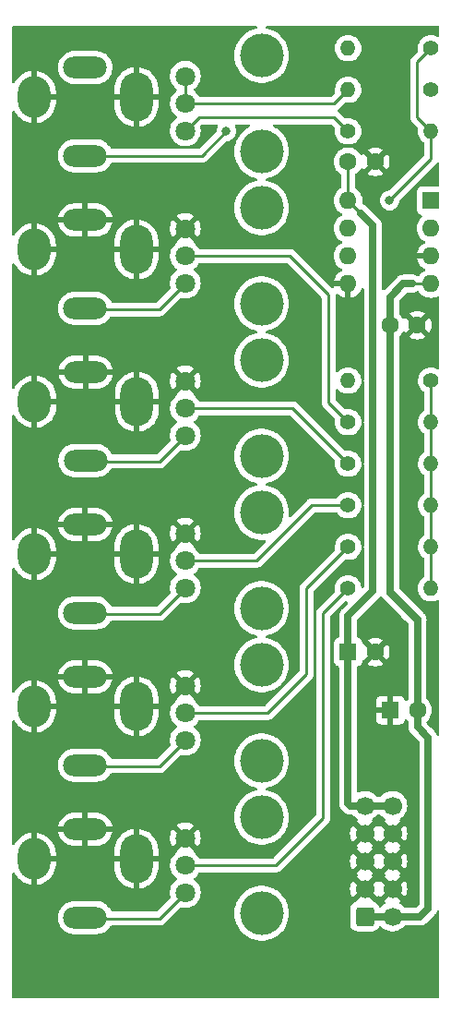
<source format=gtl>
%TF.GenerationSoftware,KiCad,Pcbnew,(6.0.1)*%
%TF.CreationDate,2022-09-27T15:47:43-04:00*%
%TF.ProjectId,SYNTH-MIXER-05,53594e54-482d-44d4-9958-45522d30352e,1*%
%TF.SameCoordinates,Original*%
%TF.FileFunction,Copper,L1,Top*%
%TF.FilePolarity,Positive*%
%FSLAX46Y46*%
G04 Gerber Fmt 4.6, Leading zero omitted, Abs format (unit mm)*
G04 Created by KiCad (PCBNEW (6.0.1)) date 2022-09-27 15:47:43*
%MOMM*%
%LPD*%
G01*
G04 APERTURE LIST*
G04 Aperture macros list*
%AMRoundRect*
0 Rectangle with rounded corners*
0 $1 Rounding radius*
0 $2 $3 $4 $5 $6 $7 $8 $9 X,Y pos of 4 corners*
0 Add a 4 corners polygon primitive as box body*
4,1,4,$2,$3,$4,$5,$6,$7,$8,$9,$2,$3,0*
0 Add four circle primitives for the rounded corners*
1,1,$1+$1,$2,$3*
1,1,$1+$1,$4,$5*
1,1,$1+$1,$6,$7*
1,1,$1+$1,$8,$9*
0 Add four rect primitives between the rounded corners*
20,1,$1+$1,$2,$3,$4,$5,0*
20,1,$1+$1,$4,$5,$6,$7,0*
20,1,$1+$1,$6,$7,$8,$9,0*
20,1,$1+$1,$8,$9,$2,$3,0*%
G04 Aperture macros list end*
%TA.AperFunction,ComponentPad*%
%ADD10O,4.000000X2.000000*%
%TD*%
%TA.AperFunction,ComponentPad*%
%ADD11O,3.000000X4.500000*%
%TD*%
%TA.AperFunction,ComponentPad*%
%ADD12O,3.000000X3.800000*%
%TD*%
%TA.AperFunction,WasherPad*%
%ADD13C,4.000000*%
%TD*%
%TA.AperFunction,ComponentPad*%
%ADD14C,1.800000*%
%TD*%
%TA.AperFunction,ComponentPad*%
%ADD15C,1.600000*%
%TD*%
%TA.AperFunction,ComponentPad*%
%ADD16RoundRect,0.250000X-0.600000X-0.600000X0.600000X-0.600000X0.600000X0.600000X-0.600000X0.600000X0*%
%TD*%
%TA.AperFunction,ComponentPad*%
%ADD17C,1.700000*%
%TD*%
%TA.AperFunction,ComponentPad*%
%ADD18C,1.400000*%
%TD*%
%TA.AperFunction,ComponentPad*%
%ADD19O,1.400000X1.400000*%
%TD*%
%TA.AperFunction,ComponentPad*%
%ADD20R,1.600000X1.600000*%
%TD*%
%TA.AperFunction,ComponentPad*%
%ADD21O,1.600000X1.600000*%
%TD*%
%TA.AperFunction,ViaPad*%
%ADD22C,0.800000*%
%TD*%
%TA.AperFunction,Conductor*%
%ADD23C,0.635000*%
%TD*%
%TA.AperFunction,Conductor*%
%ADD24C,0.254000*%
%TD*%
G04 APERTURE END LIST*
D10*
%TO.P,J5,T*%
%TO.N,/IN5*%
X73660000Y-120370000D03*
%TO.P,J5,TN*%
%TO.N,GND*%
X73660000Y-112270000D03*
D11*
%TO.P,J5,S*%
X78360000Y-114970000D03*
D12*
X68960000Y-114970000D03*
%TD*%
D10*
%TO.P,J4,T*%
%TO.N,/IN4*%
X73660000Y-106400000D03*
%TO.P,J4,TN*%
%TO.N,GND*%
X73660000Y-98300000D03*
D11*
%TO.P,J4,S*%
X78360000Y-101000000D03*
D12*
X68960000Y-101000000D03*
%TD*%
D10*
%TO.P,J3,T*%
%TO.N,/IN3*%
X73660000Y-92430000D03*
%TO.P,J3,TN*%
%TO.N,GND*%
X73660000Y-84330000D03*
D11*
%TO.P,J3,S*%
X78360000Y-87030000D03*
D12*
X68960000Y-87030000D03*
%TD*%
D10*
%TO.P,J2,T*%
%TO.N,/IN2*%
X73700005Y-78460000D03*
%TO.P,J2,TN*%
%TO.N,GND*%
X73700005Y-70360000D03*
D11*
%TO.P,J2,S*%
X78400005Y-73060000D03*
D12*
X69000005Y-73060000D03*
%TD*%
D10*
%TO.P,J1,T*%
%TO.N,/IN1*%
X73660000Y-64500008D03*
%TO.P,J1,TN*%
%TO.N,GND*%
X73660000Y-56400008D03*
D11*
%TO.P,J1,S*%
X78360000Y-59100008D03*
D12*
X68960000Y-59100008D03*
%TD*%
D10*
%TO.P,J7,T*%
%TO.N,/OUT*%
X73660000Y-50520000D03*
%TO.P,J7,TN*%
%TO.N,unconnected-(J7-PadTN)*%
X73660000Y-42420000D03*
D11*
%TO.P,J7,S*%
%TO.N,GND*%
X78360000Y-45120000D03*
D12*
X68960000Y-45120000D03*
%TD*%
D13*
%TO.P,RV5,*%
%TO.N,*%
X89850000Y-119970000D03*
X89850000Y-111170000D03*
D14*
%TO.P,RV5,1,1*%
%TO.N,/IN5*%
X82850000Y-118070000D03*
%TO.P,RV5,2,2*%
%TO.N,Net-(R5-Pad1)*%
X82850000Y-115570000D03*
%TO.P,RV5,3,3*%
%TO.N,GND*%
X82850000Y-113070000D03*
%TD*%
D13*
%TO.P,RV1,*%
%TO.N,*%
X89850000Y-64090000D03*
X89850000Y-55290000D03*
D14*
%TO.P,RV1,1,1*%
%TO.N,/IN1*%
X82850000Y-62190000D03*
%TO.P,RV1,2,2*%
%TO.N,Net-(R1-Pad1)*%
X82850000Y-59690000D03*
%TO.P,RV1,3,3*%
%TO.N,GND*%
X82850000Y-57190000D03*
%TD*%
D13*
%TO.P,RV3,*%
%TO.N,*%
X89850000Y-83230000D03*
X89850000Y-92030000D03*
D14*
%TO.P,RV3,1,1*%
%TO.N,/IN3*%
X82850000Y-90130000D03*
%TO.P,RV3,2,2*%
%TO.N,Net-(R3-Pad1)*%
X82850000Y-87630000D03*
%TO.P,RV3,3,3*%
%TO.N,GND*%
X82850000Y-85130000D03*
%TD*%
D13*
%TO.P,RV6,*%
%TO.N,*%
X89850000Y-50120000D03*
X89850000Y-41320000D03*
D14*
%TO.P,RV6,1,1*%
%TO.N,Net-(R8-Pad1)*%
X82850000Y-48220000D03*
%TO.P,RV6,2,2*%
%TO.N,Net-(R7-Pad2)*%
X82850000Y-45720000D03*
%TO.P,RV6,3,3*%
X82850000Y-43220000D03*
%TD*%
D13*
%TO.P,RV2,*%
%TO.N,*%
X89850000Y-78060000D03*
X89850000Y-69260000D03*
D14*
%TO.P,RV2,1,1*%
%TO.N,/IN2*%
X82850000Y-76160000D03*
%TO.P,RV2,2,2*%
%TO.N,Net-(R2-Pad1)*%
X82850000Y-73660000D03*
%TO.P,RV2,3,3*%
%TO.N,GND*%
X82850000Y-71160000D03*
%TD*%
D13*
%TO.P,RV4,*%
%TO.N,*%
X89850000Y-106000000D03*
X89850000Y-97200000D03*
D14*
%TO.P,RV4,1,1*%
%TO.N,/IN4*%
X82850000Y-104100000D03*
%TO.P,RV4,2,2*%
%TO.N,Net-(R4-Pad1)*%
X82850000Y-101600000D03*
%TO.P,RV4,3,3*%
%TO.N,GND*%
X82850000Y-99100000D03*
%TD*%
D15*
%TO.P,C2,1*%
%TO.N,GND*%
X104140000Y-66040000D03*
%TO.P,C2,2*%
%TO.N,-12V*%
X101640000Y-66040000D03*
%TD*%
D16*
%TO.P,J6,1,Pin_1*%
%TO.N,-12V*%
X99323500Y-120269000D03*
D17*
%TO.P,J6,2,Pin_2*%
X101863500Y-120269000D03*
%TO.P,J6,3,Pin_3*%
%TO.N,GND*%
X99323500Y-117729000D03*
%TO.P,J6,4,Pin_4*%
X101863500Y-117729000D03*
%TO.P,J6,5,Pin_5*%
X99323500Y-115189000D03*
%TO.P,J6,6,Pin_6*%
X101863500Y-115189000D03*
%TO.P,J6,7,Pin_7*%
X99323500Y-112649000D03*
%TO.P,J6,8,Pin_8*%
X101863500Y-112649000D03*
%TO.P,J6,9,Pin_9*%
%TO.N,+12V*%
X99323500Y-110109000D03*
%TO.P,J6,10,Pin_10*%
X101863500Y-110109000D03*
%TD*%
D18*
%TO.P,R3,1*%
%TO.N,Net-(R3-Pad1)*%
X97790000Y-82550000D03*
D19*
%TO.P,R3,2*%
%TO.N,Net-(R1-Pad2)*%
X105410000Y-82550000D03*
%TD*%
D18*
%TO.P,R8,1*%
%TO.N,Net-(R8-Pad1)*%
X97790000Y-48260000D03*
D19*
%TO.P,R8,2*%
%TO.N,Net-(R8-Pad2)*%
X105410000Y-48260000D03*
%TD*%
D18*
%TO.P,R5,1*%
%TO.N,Net-(R5-Pad1)*%
X97790000Y-90170000D03*
D19*
%TO.P,R5,2*%
%TO.N,Net-(R1-Pad2)*%
X105410000Y-90170000D03*
%TD*%
D18*
%TO.P,R2,1*%
%TO.N,Net-(R2-Pad1)*%
X97790000Y-78740000D03*
D19*
%TO.P,R2,2*%
%TO.N,Net-(R1-Pad2)*%
X105410000Y-78740000D03*
%TD*%
D18*
%TO.P,R4,1*%
%TO.N,Net-(R4-Pad1)*%
X97790000Y-86360000D03*
D19*
%TO.P,R4,2*%
%TO.N,Net-(R1-Pad2)*%
X105410000Y-86360000D03*
%TD*%
D18*
%TO.P,R9,1*%
%TO.N,Net-(R8-Pad2)*%
X105410000Y-40640000D03*
D19*
%TO.P,R9,2*%
%TO.N,/OUT*%
X97790000Y-40640000D03*
%TD*%
D15*
%TO.P,C1,1*%
%TO.N,+12V*%
X97790000Y-51054000D03*
%TO.P,C1,2*%
%TO.N,GND*%
X100290000Y-51054000D03*
%TD*%
D18*
%TO.P,R6,1*%
%TO.N,Net-(R1-Pad2)*%
X105410000Y-71120000D03*
D19*
%TO.P,R6,2*%
%TO.N,Net-(R6-Pad2)*%
X97790000Y-71120000D03*
%TD*%
D20*
%TO.P,U1,1*%
%TO.N,Net-(R6-Pad2)*%
X105400000Y-54620000D03*
D21*
%TO.P,U1,2,-*%
%TO.N,Net-(R1-Pad2)*%
X105400000Y-57160000D03*
%TO.P,U1,3,+*%
%TO.N,GND*%
X105400000Y-59700000D03*
%TO.P,U1,4,V-*%
%TO.N,-12V*%
X105400000Y-62240000D03*
%TO.P,U1,5,+*%
%TO.N,GND*%
X97780000Y-62240000D03*
%TO.P,U1,6,-*%
%TO.N,Net-(R7-Pad2)*%
X97780000Y-59700000D03*
%TO.P,U1,7*%
%TO.N,Net-(R8-Pad2)*%
X97780000Y-57160000D03*
%TO.P,U1,8,V+*%
%TO.N,+12V*%
X97780000Y-54620000D03*
%TD*%
D20*
%TO.P,C3,1*%
%TO.N,+12V*%
X97790000Y-96012000D03*
D15*
%TO.P,C3,2*%
%TO.N,GND*%
X100290000Y-96012000D03*
%TD*%
D18*
%TO.P,R7,1*%
%TO.N,Net-(R6-Pad2)*%
X105410000Y-44450000D03*
D19*
%TO.P,R7,2*%
%TO.N,Net-(R7-Pad2)*%
X97790000Y-44450000D03*
%TD*%
D20*
%TO.P,C4,1*%
%TO.N,GND*%
X101664888Y-101346000D03*
D15*
%TO.P,C4,2*%
%TO.N,-12V*%
X104164888Y-101346000D03*
%TD*%
D18*
%TO.P,R1,1*%
%TO.N,Net-(R1-Pad1)*%
X97790000Y-74930000D03*
D19*
%TO.P,R1,2*%
%TO.N,Net-(R1-Pad2)*%
X105410000Y-74930000D03*
%TD*%
D22*
%TO.N,Net-(R8-Pad2)*%
X101600000Y-54610000D03*
%TO.N,/OUT*%
X86614000Y-48260000D03*
%TD*%
D23*
%TO.N,+12V*%
X98044000Y-110109000D02*
X99323500Y-110109000D01*
X97790000Y-94107000D02*
X97790000Y-109855000D01*
X97790000Y-109855000D02*
X98044000Y-110109000D01*
X97790000Y-94107000D02*
X97790000Y-96012000D01*
X97790000Y-92710000D02*
X97790000Y-94107000D01*
X97790000Y-92710000D02*
X100076000Y-90424000D01*
X99323500Y-110109000D02*
X101863500Y-110109000D01*
%TO.N,-12V*%
X99323500Y-120269000D02*
X104394000Y-120269000D01*
X105156000Y-119507000D02*
X104394000Y-120269000D01*
X105156000Y-103886000D02*
X105156000Y-119507000D01*
X104164888Y-102894888D02*
X105156000Y-103886000D01*
D24*
%TO.N,+12V*%
X97790000Y-96520000D02*
X97790000Y-92710000D01*
X98923000Y-55763000D02*
X97780000Y-54620000D01*
X97780000Y-54620000D02*
X97780000Y-50810000D01*
D23*
X100076000Y-90424000D02*
X100076000Y-56916000D01*
X100076000Y-56916000D02*
X98923000Y-55763000D01*
D24*
%TO.N,-12V*%
X104100000Y-92670000D02*
X101640000Y-90210000D01*
D23*
X101640000Y-90210000D02*
X101640000Y-89622000D01*
X103338000Y-92242000D02*
X104100000Y-93004000D01*
X101640000Y-63460000D02*
X102860000Y-62240000D01*
X101640000Y-89622000D02*
X101640000Y-90544000D01*
D24*
X105400000Y-62240000D02*
X103642000Y-62240000D01*
D23*
X104164888Y-93068888D02*
X104164888Y-100330000D01*
D24*
X104100000Y-102830000D02*
X104100000Y-93004000D01*
D23*
X102860000Y-62240000D02*
X103642000Y-62240000D01*
X101640000Y-89622000D02*
X101640000Y-66040000D01*
D24*
X104100000Y-93004000D02*
X104100000Y-92670000D01*
D23*
X104164888Y-100330000D02*
X104164888Y-102894888D01*
X101640000Y-66040000D02*
X101640000Y-63460000D01*
X103338000Y-92242000D02*
X104164888Y-93068888D01*
X101640000Y-90544000D02*
X103338000Y-92242000D01*
D24*
%TO.N,/IN1*%
X73660000Y-64600000D02*
X80440000Y-64600000D01*
X80440000Y-64600000D02*
X82850000Y-62190000D01*
%TO.N,/IN2*%
X73700000Y-78560000D02*
X80450000Y-78560000D01*
X80450000Y-78560000D02*
X82850000Y-76160000D01*
%TO.N,/IN3*%
X80450000Y-92530000D02*
X82850000Y-90130000D01*
X73660000Y-92530000D02*
X80450000Y-92530000D01*
%TO.N,Net-(R1-Pad1)*%
X96012000Y-63246000D02*
X96012000Y-73152000D01*
X82850000Y-59690000D02*
X92456000Y-59690000D01*
X92456000Y-59690000D02*
X96012000Y-63246000D01*
X96012000Y-73152000D02*
X97790000Y-74930000D01*
%TO.N,Net-(R1-Pad2)*%
X105410000Y-71120000D02*
X105410000Y-74930000D01*
X105410000Y-82550000D02*
X105410000Y-86360000D01*
X105410000Y-74930000D02*
X105410000Y-78740000D01*
X105410000Y-78740000D02*
X105410000Y-82550000D01*
X105410000Y-90170000D02*
X105410000Y-86360000D01*
%TO.N,Net-(R2-Pad1)*%
X82850000Y-73660000D02*
X92710000Y-73660000D01*
X92710000Y-73660000D02*
X97790000Y-78740000D01*
%TO.N,Net-(R3-Pad1)*%
X89408000Y-87630000D02*
X94488000Y-82550000D01*
X82850000Y-87630000D02*
X89408000Y-87630000D01*
X94488000Y-82550000D02*
X97790000Y-82550000D01*
%TO.N,Net-(R4-Pad1)*%
X93980000Y-90170000D02*
X93980000Y-98044000D01*
X93980000Y-98044000D02*
X90424000Y-101600000D01*
X90424000Y-101600000D02*
X82850000Y-101600000D01*
X97790000Y-86360000D02*
X93980000Y-90170000D01*
%TO.N,Net-(R5-Pad1)*%
X95504000Y-92456000D02*
X97790000Y-90170000D01*
X82850000Y-115570000D02*
X91186000Y-115570000D01*
X95504000Y-111252000D02*
X95504000Y-92456000D01*
X91186000Y-115570000D02*
X95504000Y-111252000D01*
%TO.N,Net-(R7-Pad2)*%
X82850000Y-45720000D02*
X96520000Y-45720000D01*
X96520000Y-45720000D02*
X97790000Y-44450000D01*
X82850000Y-45720000D02*
X82850000Y-43220000D01*
%TO.N,Net-(R8-Pad1)*%
X82850000Y-48220000D02*
X84080000Y-46990000D01*
X96520000Y-46990000D02*
X97790000Y-48260000D01*
X84080000Y-46990000D02*
X96520000Y-46990000D01*
%TO.N,Net-(R8-Pad2)*%
X105410000Y-50800000D02*
X105410000Y-48260000D01*
X105410000Y-48260000D02*
X104140000Y-46990000D01*
X104140000Y-41910000D02*
X105410000Y-40640000D01*
X101600000Y-54610000D02*
X105410000Y-50800000D01*
X104140000Y-46990000D02*
X104140000Y-41910000D01*
%TO.N,/IN4*%
X73660000Y-106500000D02*
X80450000Y-106500000D01*
X80450000Y-106500000D02*
X82850000Y-104100000D01*
%TO.N,/IN5*%
X80450000Y-120470000D02*
X82850000Y-118070000D01*
X73660000Y-120470000D02*
X80450000Y-120470000D01*
%TO.N,/OUT*%
X73660000Y-50520000D02*
X84354000Y-50520000D01*
X84354000Y-50520000D02*
X86614000Y-48260000D01*
%TD*%
%TA.AperFunction,Conductor*%
%TO.N,GND*%
G36*
X89396407Y-38628002D02*
G01*
X89442900Y-38681658D01*
X89453004Y-38751932D01*
X89423510Y-38816512D01*
X89359621Y-38856042D01*
X89073298Y-38929557D01*
X89069629Y-38931010D01*
X89069628Y-38931010D01*
X88783495Y-39044298D01*
X88783490Y-39044300D01*
X88779821Y-39045753D01*
X88503221Y-39197816D01*
X88247860Y-39383346D01*
X88121116Y-39502367D01*
X88025064Y-39592566D01*
X88017767Y-39599418D01*
X87816568Y-39842625D01*
X87647438Y-40109131D01*
X87645754Y-40112710D01*
X87645750Y-40112717D01*
X87595216Y-40220108D01*
X87513044Y-40394734D01*
X87415505Y-40694928D01*
X87356359Y-41004980D01*
X87336540Y-41320000D01*
X87356359Y-41635020D01*
X87415505Y-41945072D01*
X87416732Y-41948848D01*
X87509830Y-42235373D01*
X87513044Y-42245266D01*
X87514731Y-42248852D01*
X87514733Y-42248856D01*
X87645750Y-42527283D01*
X87645754Y-42527290D01*
X87647438Y-42530869D01*
X87816568Y-42797375D01*
X87819093Y-42800427D01*
X87967015Y-42979233D01*
X88017767Y-43040582D01*
X88020657Y-43043296D01*
X88020658Y-43043297D01*
X88048241Y-43069199D01*
X88247860Y-43256654D01*
X88503221Y-43442184D01*
X88506690Y-43444091D01*
X88506693Y-43444093D01*
X88776352Y-43592340D01*
X88779821Y-43594247D01*
X88783490Y-43595700D01*
X88783495Y-43595702D01*
X88990177Y-43677533D01*
X89073298Y-43710443D01*
X89379025Y-43788940D01*
X89692179Y-43828500D01*
X90007821Y-43828500D01*
X90320975Y-43788940D01*
X90626702Y-43710443D01*
X90709823Y-43677533D01*
X90916505Y-43595702D01*
X90916510Y-43595700D01*
X90920179Y-43594247D01*
X90923648Y-43592340D01*
X91193307Y-43444093D01*
X91193310Y-43444091D01*
X91196779Y-43442184D01*
X91452140Y-43256654D01*
X91651759Y-43069199D01*
X91679342Y-43043297D01*
X91679343Y-43043296D01*
X91682233Y-43040582D01*
X91732986Y-42979233D01*
X91880907Y-42800427D01*
X91883432Y-42797375D01*
X92052562Y-42530869D01*
X92054246Y-42527290D01*
X92054250Y-42527283D01*
X92185267Y-42248856D01*
X92185269Y-42248852D01*
X92186956Y-42245266D01*
X92190171Y-42235373D01*
X92283268Y-41948848D01*
X92284495Y-41945072D01*
X92343641Y-41635020D01*
X92363460Y-41320000D01*
X92343641Y-41004980D01*
X92284495Y-40694928D01*
X92266648Y-40640000D01*
X96576884Y-40640000D01*
X96595314Y-40850655D01*
X96596738Y-40855968D01*
X96596738Y-40855970D01*
X96644219Y-41033169D01*
X96650044Y-41054910D01*
X96652366Y-41059891D01*
X96652367Y-41059892D01*
X96723069Y-41211512D01*
X96739411Y-41246558D01*
X96860699Y-41419776D01*
X97010224Y-41569301D01*
X97183442Y-41690589D01*
X97188420Y-41692910D01*
X97188423Y-41692912D01*
X97355457Y-41770801D01*
X97375090Y-41779956D01*
X97380398Y-41781378D01*
X97380400Y-41781379D01*
X97574030Y-41833262D01*
X97574032Y-41833262D01*
X97579345Y-41834686D01*
X97790000Y-41853116D01*
X98000655Y-41834686D01*
X98005968Y-41833262D01*
X98005970Y-41833262D01*
X98199600Y-41781379D01*
X98199602Y-41781378D01*
X98204910Y-41779956D01*
X98224543Y-41770801D01*
X98391577Y-41692912D01*
X98391580Y-41692910D01*
X98396558Y-41690589D01*
X98569776Y-41569301D01*
X98719301Y-41419776D01*
X98840589Y-41246558D01*
X98856932Y-41211512D01*
X98927633Y-41059892D01*
X98927634Y-41059891D01*
X98929956Y-41054910D01*
X98935782Y-41033169D01*
X98983262Y-40855970D01*
X98983262Y-40855968D01*
X98984686Y-40850655D01*
X99003116Y-40640000D01*
X98984686Y-40429345D01*
X98929956Y-40225090D01*
X98877556Y-40112717D01*
X98842912Y-40038423D01*
X98842910Y-40038420D01*
X98840589Y-40033442D01*
X98719301Y-39860224D01*
X98569776Y-39710699D01*
X98396558Y-39589411D01*
X98391580Y-39587090D01*
X98391577Y-39587088D01*
X98209892Y-39502367D01*
X98209891Y-39502366D01*
X98204910Y-39500044D01*
X98199602Y-39498622D01*
X98199600Y-39498621D01*
X98005970Y-39446738D01*
X98005968Y-39446738D01*
X98000655Y-39445314D01*
X97790000Y-39426884D01*
X97579345Y-39445314D01*
X97574032Y-39446738D01*
X97574030Y-39446738D01*
X97380400Y-39498621D01*
X97380398Y-39498622D01*
X97375090Y-39500044D01*
X97370109Y-39502366D01*
X97370108Y-39502367D01*
X97188423Y-39587088D01*
X97188420Y-39587090D01*
X97183442Y-39589411D01*
X97010224Y-39710699D01*
X96860699Y-39860224D01*
X96739411Y-40033442D01*
X96737090Y-40038420D01*
X96737088Y-40038423D01*
X96702444Y-40112717D01*
X96650044Y-40225090D01*
X96595314Y-40429345D01*
X96576884Y-40640000D01*
X92266648Y-40640000D01*
X92186956Y-40394734D01*
X92104784Y-40220108D01*
X92054250Y-40112717D01*
X92054246Y-40112710D01*
X92052562Y-40109131D01*
X91883432Y-39842625D01*
X91682233Y-39599418D01*
X91674937Y-39592566D01*
X91578884Y-39502367D01*
X91452140Y-39383346D01*
X91196779Y-39197816D01*
X90920179Y-39045753D01*
X90916510Y-39044300D01*
X90916505Y-39044298D01*
X90630372Y-38931010D01*
X90630371Y-38931010D01*
X90626702Y-38929557D01*
X90340379Y-38856042D01*
X90279373Y-38819727D01*
X90247684Y-38756195D01*
X90255374Y-38685616D01*
X90300001Y-38630399D01*
X90371714Y-38608000D01*
X106046000Y-38608000D01*
X106114121Y-38628002D01*
X106160614Y-38681658D01*
X106172000Y-38734000D01*
X106172000Y-39464114D01*
X106151998Y-39532235D01*
X106098342Y-39578728D01*
X106028068Y-39588832D01*
X105992750Y-39578309D01*
X105829892Y-39502367D01*
X105829891Y-39502366D01*
X105824910Y-39500044D01*
X105819602Y-39498622D01*
X105819600Y-39498621D01*
X105625970Y-39446738D01*
X105625968Y-39446738D01*
X105620655Y-39445314D01*
X105410000Y-39426884D01*
X105199345Y-39445314D01*
X105194032Y-39446738D01*
X105194030Y-39446738D01*
X105000400Y-39498621D01*
X105000398Y-39498622D01*
X104995090Y-39500044D01*
X104990109Y-39502366D01*
X104990108Y-39502367D01*
X104808423Y-39587088D01*
X104808420Y-39587090D01*
X104803442Y-39589411D01*
X104630224Y-39710699D01*
X104480699Y-39860224D01*
X104359411Y-40033442D01*
X104357090Y-40038420D01*
X104357088Y-40038423D01*
X104322444Y-40112717D01*
X104270044Y-40225090D01*
X104215314Y-40429345D01*
X104196884Y-40640000D01*
X104215314Y-40850655D01*
X104216740Y-40855975D01*
X104217123Y-40858149D01*
X104209259Y-40928709D01*
X104182134Y-40969133D01*
X103746517Y-41404750D01*
X103738191Y-41412326D01*
X103731697Y-41416447D01*
X103726274Y-41422222D01*
X103684915Y-41466265D01*
X103682160Y-41469107D01*
X103662361Y-41488906D01*
X103659937Y-41492031D01*
X103659929Y-41492040D01*
X103659863Y-41492126D01*
X103652155Y-41501151D01*
X103621783Y-41533494D01*
X103617965Y-41540438D01*
X103617964Y-41540440D01*
X103611978Y-41551329D01*
X103601127Y-41567847D01*
X103588650Y-41583933D01*
X103571024Y-41624666D01*
X103565807Y-41635314D01*
X103544431Y-41674197D01*
X103542460Y-41681872D01*
X103542458Y-41681878D01*
X103539369Y-41693911D01*
X103532966Y-41712613D01*
X103524883Y-41731292D01*
X103523644Y-41739117D01*
X103517940Y-41775127D01*
X103515535Y-41786740D01*
X103504500Y-41829718D01*
X103504500Y-41850065D01*
X103502949Y-41869776D01*
X103499765Y-41889879D01*
X103500511Y-41897771D01*
X103503941Y-41934056D01*
X103504500Y-41945914D01*
X103504500Y-46910980D01*
X103503970Y-46922214D01*
X103502292Y-46929719D01*
X103502541Y-46937638D01*
X103504438Y-46998012D01*
X103504500Y-47001969D01*
X103504500Y-47029983D01*
X103504996Y-47033908D01*
X103504996Y-47033909D01*
X103505008Y-47034004D01*
X103505941Y-47045849D01*
X103507335Y-47090205D01*
X103512693Y-47108648D01*
X103513013Y-47109748D01*
X103517023Y-47129112D01*
X103519573Y-47149299D01*
X103522489Y-47156663D01*
X103522490Y-47156668D01*
X103535907Y-47190556D01*
X103539752Y-47201785D01*
X103541968Y-47209411D01*
X103552131Y-47244393D01*
X103556169Y-47251220D01*
X103556170Y-47251223D01*
X103562488Y-47261906D01*
X103571188Y-47279664D01*
X103575761Y-47291215D01*
X103575765Y-47291221D01*
X103578681Y-47298588D01*
X103583339Y-47304999D01*
X103583340Y-47305001D01*
X103604764Y-47334488D01*
X103611281Y-47344410D01*
X103629826Y-47375768D01*
X103629829Y-47375772D01*
X103633866Y-47382598D01*
X103648250Y-47396982D01*
X103661091Y-47412016D01*
X103673058Y-47428487D01*
X103679166Y-47433540D01*
X103707255Y-47456777D01*
X103716035Y-47464767D01*
X104182133Y-47930865D01*
X104216159Y-47993177D01*
X104217124Y-48041840D01*
X104216738Y-48044030D01*
X104215314Y-48049345D01*
X104196884Y-48260000D01*
X104215314Y-48470655D01*
X104270044Y-48674910D01*
X104272366Y-48679891D01*
X104272367Y-48679892D01*
X104355065Y-48857237D01*
X104359411Y-48866558D01*
X104480699Y-49039776D01*
X104630224Y-49189301D01*
X104634732Y-49192458D01*
X104634735Y-49192460D01*
X104720771Y-49252703D01*
X104765099Y-49308160D01*
X104774500Y-49355916D01*
X104774500Y-50484577D01*
X104754498Y-50552698D01*
X104737595Y-50573672D01*
X101646672Y-53664595D01*
X101584360Y-53698621D01*
X101557577Y-53701500D01*
X101504513Y-53701500D01*
X101498061Y-53702872D01*
X101498056Y-53702872D01*
X101429051Y-53717540D01*
X101317712Y-53741206D01*
X101311682Y-53743891D01*
X101311681Y-53743891D01*
X101149278Y-53816197D01*
X101149276Y-53816198D01*
X101143248Y-53818882D01*
X100988747Y-53931134D01*
X100860960Y-54073056D01*
X100765473Y-54238444D01*
X100706458Y-54420072D01*
X100686496Y-54610000D01*
X100706458Y-54799928D01*
X100765473Y-54981556D01*
X100860960Y-55146944D01*
X100865378Y-55151851D01*
X100865379Y-55151852D01*
X100981896Y-55281257D01*
X100988747Y-55288866D01*
X101143248Y-55401118D01*
X101149276Y-55403802D01*
X101149278Y-55403803D01*
X101301399Y-55471531D01*
X101317712Y-55478794D01*
X101411113Y-55498647D01*
X101498056Y-55517128D01*
X101498061Y-55517128D01*
X101504513Y-55518500D01*
X101695487Y-55518500D01*
X101701939Y-55517128D01*
X101701944Y-55517128D01*
X101788888Y-55498647D01*
X101882288Y-55478794D01*
X101898601Y-55471531D01*
X102050722Y-55403803D01*
X102050724Y-55403802D01*
X102056752Y-55401118D01*
X102211253Y-55288866D01*
X102218104Y-55281257D01*
X102334621Y-55151852D01*
X102334622Y-55151851D01*
X102339040Y-55146944D01*
X102434527Y-54981556D01*
X102493542Y-54799928D01*
X102510575Y-54637867D01*
X102537588Y-54572210D01*
X102546790Y-54561942D01*
X105803483Y-51305250D01*
X105811809Y-51297674D01*
X105818303Y-51293553D01*
X105865086Y-51243734D01*
X105867840Y-51240893D01*
X105887639Y-51221094D01*
X105890063Y-51217969D01*
X105890071Y-51217960D01*
X105890137Y-51217874D01*
X105897845Y-51208849D01*
X105922790Y-51182285D01*
X105928217Y-51176506D01*
X105932035Y-51169561D01*
X105932038Y-51169557D01*
X105935586Y-51163103D01*
X105985931Y-51113045D01*
X106055348Y-51098152D01*
X106121797Y-51123153D01*
X106164181Y-51180110D01*
X106172000Y-51223805D01*
X106172000Y-53185500D01*
X106151998Y-53253621D01*
X106098342Y-53300114D01*
X106046000Y-53311500D01*
X104551866Y-53311500D01*
X104489684Y-53318255D01*
X104353295Y-53369385D01*
X104236739Y-53456739D01*
X104149385Y-53573295D01*
X104098255Y-53709684D01*
X104091500Y-53771866D01*
X104091500Y-55468134D01*
X104098255Y-55530316D01*
X104149385Y-55666705D01*
X104236739Y-55783261D01*
X104353295Y-55870615D01*
X104489684Y-55921745D01*
X104500474Y-55922917D01*
X104502606Y-55923803D01*
X104505222Y-55924425D01*
X104505121Y-55924848D01*
X104566035Y-55950155D01*
X104606463Y-56008517D01*
X104608922Y-56079471D01*
X104572629Y-56140490D01*
X104563969Y-56147489D01*
X104560207Y-56150646D01*
X104555700Y-56153802D01*
X104393802Y-56315700D01*
X104390645Y-56320208D01*
X104390643Y-56320211D01*
X104376533Y-56340362D01*
X104262477Y-56503251D01*
X104260154Y-56508233D01*
X104260151Y-56508238D01*
X104189443Y-56659873D01*
X104165716Y-56710757D01*
X104164294Y-56716065D01*
X104164293Y-56716067D01*
X104134981Y-56825461D01*
X104106457Y-56931913D01*
X104086502Y-57160000D01*
X104106457Y-57388087D01*
X104107881Y-57393400D01*
X104107881Y-57393402D01*
X104154302Y-57566644D01*
X104165716Y-57609243D01*
X104168039Y-57614224D01*
X104168039Y-57614225D01*
X104260151Y-57811762D01*
X104260154Y-57811767D01*
X104262477Y-57816749D01*
X104326236Y-57907806D01*
X104373833Y-57975781D01*
X104393802Y-58004300D01*
X104555700Y-58166198D01*
X104560208Y-58169355D01*
X104560211Y-58169357D01*
X104611462Y-58205243D01*
X104743251Y-58297523D01*
X104748233Y-58299846D01*
X104748238Y-58299849D01*
X104783049Y-58316081D01*
X104836334Y-58362998D01*
X104855795Y-58431275D01*
X104835253Y-58499235D01*
X104783049Y-58544471D01*
X104748489Y-58560586D01*
X104738993Y-58566069D01*
X104560533Y-58691028D01*
X104552125Y-58698084D01*
X104398084Y-58852125D01*
X104391028Y-58860533D01*
X104266069Y-59038993D01*
X104260586Y-59048489D01*
X104168510Y-59245947D01*
X104164764Y-59256239D01*
X104118606Y-59428503D01*
X104118942Y-59442599D01*
X104126884Y-59446000D01*
X105528000Y-59446000D01*
X105596121Y-59466002D01*
X105642614Y-59519658D01*
X105654000Y-59572000D01*
X105654000Y-59828000D01*
X105633998Y-59896121D01*
X105580342Y-59942614D01*
X105528000Y-59954000D01*
X104132033Y-59954000D01*
X104118502Y-59957973D01*
X104117273Y-59966522D01*
X104164764Y-60143761D01*
X104168510Y-60154053D01*
X104260586Y-60351511D01*
X104266069Y-60361007D01*
X104391028Y-60539467D01*
X104398084Y-60547875D01*
X104552125Y-60701916D01*
X104560533Y-60708972D01*
X104738993Y-60833931D01*
X104748489Y-60839414D01*
X104783049Y-60855529D01*
X104836334Y-60902446D01*
X104855795Y-60970723D01*
X104835253Y-61038683D01*
X104783049Y-61083919D01*
X104748238Y-61100151D01*
X104748233Y-61100154D01*
X104743251Y-61102477D01*
X104652428Y-61166072D01*
X104560211Y-61230643D01*
X104560208Y-61230645D01*
X104555700Y-61233802D01*
X104393802Y-61395700D01*
X104390645Y-61400208D01*
X104390643Y-61400211D01*
X104348904Y-61459821D01*
X104309517Y-61516072D01*
X104296172Y-61535130D01*
X104240715Y-61579458D01*
X104170096Y-61586767D01*
X104116430Y-61562955D01*
X104077842Y-61533452D01*
X104077835Y-61533448D01*
X104072414Y-61529303D01*
X104066231Y-61526420D01*
X104066228Y-61526418D01*
X103969396Y-61481265D01*
X103909761Y-61453457D01*
X103734616Y-61414307D01*
X103729125Y-61414000D01*
X102900035Y-61414000D01*
X102889492Y-61413558D01*
X102879786Y-61412743D01*
X102839701Y-61409377D01*
X102832941Y-61410279D01*
X102832937Y-61410279D01*
X102762288Y-61419705D01*
X102759234Y-61420075D01*
X102688364Y-61427774D01*
X102688361Y-61427775D01*
X102681583Y-61428511D01*
X102675122Y-61430685D01*
X102672753Y-61431206D01*
X102672204Y-61431303D01*
X102671463Y-61431475D01*
X102670923Y-61431632D01*
X102668571Y-61432210D01*
X102661810Y-61433112D01*
X102610570Y-61451762D01*
X102588428Y-61459821D01*
X102585524Y-61460838D01*
X102511489Y-61485754D01*
X102505639Y-61489269D01*
X102503447Y-61490282D01*
X102502932Y-61490494D01*
X102502234Y-61490827D01*
X102501733Y-61491100D01*
X102499579Y-61492160D01*
X102493166Y-61494494D01*
X102427169Y-61536377D01*
X102424700Y-61537902D01*
X102357656Y-61578186D01*
X102352694Y-61582878D01*
X102350772Y-61584337D01*
X102349851Y-61584976D01*
X102346005Y-61587885D01*
X102341637Y-61590657D01*
X102337537Y-61594323D01*
X102285632Y-61646228D01*
X102283110Y-61648681D01*
X102232223Y-61696802D01*
X102232220Y-61696806D01*
X102227260Y-61701496D01*
X102223422Y-61707143D01*
X102219293Y-61711995D01*
X102212435Y-61719425D01*
X101117095Y-62814765D01*
X101054783Y-62848791D01*
X100983968Y-62843726D01*
X100927132Y-62801179D01*
X100902321Y-62734659D01*
X100902000Y-62725670D01*
X100902000Y-56956033D01*
X100902442Y-56945489D01*
X100906052Y-56902498D01*
X100906623Y-56895700D01*
X100896289Y-56818257D01*
X100895924Y-56815236D01*
X100888226Y-56744366D01*
X100888226Y-56744364D01*
X100887489Y-56737583D01*
X100885313Y-56731117D01*
X100884796Y-56728767D01*
X100884699Y-56728218D01*
X100884522Y-56727459D01*
X100884364Y-56726914D01*
X100883789Y-56724575D01*
X100882887Y-56717810D01*
X100856169Y-56644404D01*
X100855168Y-56641545D01*
X100832423Y-56573958D01*
X100830246Y-56567489D01*
X100826731Y-56561639D01*
X100825709Y-56559427D01*
X100825501Y-56558922D01*
X100825175Y-56558239D01*
X100824894Y-56557723D01*
X100823840Y-56555582D01*
X100821505Y-56549166D01*
X100807513Y-56527118D01*
X100779669Y-56483241D01*
X100778052Y-56480623D01*
X100741328Y-56419504D01*
X100741327Y-56419503D01*
X100737814Y-56413656D01*
X100733126Y-56408699D01*
X100731657Y-56406763D01*
X100731016Y-56405840D01*
X100728108Y-56401995D01*
X100725342Y-56397636D01*
X100721677Y-56393536D01*
X100669755Y-56341614D01*
X100667302Y-56339092D01*
X100619193Y-56288218D01*
X100619191Y-56288216D01*
X100614504Y-56283260D01*
X100608863Y-56279426D01*
X100604011Y-56275297D01*
X100596581Y-56268440D01*
X99477783Y-55149643D01*
X99475364Y-55147224D01*
X99455662Y-55131383D01*
X99375965Y-55067304D01*
X99375963Y-55067302D01*
X99370650Y-55063031D01*
X99354540Y-55055034D01*
X99216009Y-54986266D01*
X99216005Y-54986264D01*
X99209898Y-54983233D01*
X99176797Y-54974980D01*
X99169301Y-54973111D01*
X99108042Y-54937223D01*
X99075911Y-54873914D01*
X99074262Y-54839873D01*
X99093019Y-54625476D01*
X99093019Y-54625475D01*
X99093498Y-54620000D01*
X99073543Y-54391913D01*
X99067271Y-54368507D01*
X99015707Y-54176067D01*
X99015706Y-54176065D01*
X99014284Y-54170757D01*
X98973231Y-54082717D01*
X98919849Y-53968238D01*
X98919846Y-53968233D01*
X98917523Y-53963251D01*
X98819152Y-53822763D01*
X98789357Y-53780211D01*
X98789355Y-53780208D01*
X98786198Y-53775700D01*
X98624300Y-53613802D01*
X98619792Y-53610645D01*
X98619789Y-53610643D01*
X98469229Y-53505220D01*
X98424901Y-53449763D01*
X98415500Y-53402007D01*
X98415500Y-52278995D01*
X98435502Y-52210874D01*
X98469229Y-52175782D01*
X98503084Y-52152077D01*
X98520243Y-52140062D01*
X99568493Y-52140062D01*
X99577789Y-52152077D01*
X99628994Y-52187931D01*
X99638489Y-52193414D01*
X99835947Y-52285490D01*
X99846239Y-52289236D01*
X100056688Y-52345625D01*
X100067481Y-52347528D01*
X100284525Y-52366517D01*
X100295475Y-52366517D01*
X100512519Y-52347528D01*
X100523312Y-52345625D01*
X100733761Y-52289236D01*
X100744053Y-52285490D01*
X100941511Y-52193414D01*
X100951006Y-52187931D01*
X101003048Y-52151491D01*
X101011424Y-52141012D01*
X101004356Y-52127566D01*
X100302812Y-51426022D01*
X100288868Y-51418408D01*
X100287035Y-51418539D01*
X100280420Y-51422790D01*
X99574923Y-52128287D01*
X99568493Y-52140062D01*
X98520243Y-52140062D01*
X98541374Y-52125265D01*
X98629789Y-52063357D01*
X98629792Y-52063355D01*
X98634300Y-52060198D01*
X98796198Y-51898300D01*
X98824074Y-51858490D01*
X98924369Y-51715253D01*
X98927523Y-51710749D01*
X98929847Y-51705765D01*
X98931171Y-51703472D01*
X98982553Y-51654479D01*
X99052267Y-51641043D01*
X99118178Y-51667429D01*
X99149409Y-51703472D01*
X99156066Y-51715002D01*
X99192509Y-51767048D01*
X99202988Y-51775424D01*
X99216434Y-51768356D01*
X99917978Y-51066812D01*
X99924356Y-51055132D01*
X100654408Y-51055132D01*
X100654539Y-51056965D01*
X100658790Y-51063580D01*
X101364287Y-51769077D01*
X101376062Y-51775507D01*
X101388077Y-51766211D01*
X101423931Y-51715006D01*
X101429414Y-51705511D01*
X101521490Y-51508053D01*
X101525236Y-51497761D01*
X101581625Y-51287312D01*
X101583528Y-51276519D01*
X101602517Y-51059475D01*
X101602517Y-51048525D01*
X101583528Y-50831481D01*
X101581625Y-50820688D01*
X101525236Y-50610239D01*
X101521490Y-50599947D01*
X101429414Y-50402489D01*
X101423931Y-50392994D01*
X101387491Y-50340952D01*
X101377012Y-50332576D01*
X101363566Y-50339644D01*
X100662022Y-51041188D01*
X100654408Y-51055132D01*
X99924356Y-51055132D01*
X99925592Y-51052868D01*
X99925461Y-51051035D01*
X99921210Y-51044420D01*
X99215713Y-50338923D01*
X99203938Y-50332493D01*
X99191923Y-50341789D01*
X99156066Y-50392998D01*
X99149409Y-50404528D01*
X99098027Y-50453521D01*
X99028313Y-50466958D01*
X98962402Y-50440571D01*
X98931171Y-50404528D01*
X98929847Y-50402235D01*
X98927523Y-50397251D01*
X98796198Y-50209700D01*
X98634300Y-50047802D01*
X98629792Y-50044645D01*
X98629789Y-50044643D01*
X98518886Y-49966988D01*
X99568576Y-49966988D01*
X99575644Y-49980434D01*
X100277188Y-50681978D01*
X100291132Y-50689592D01*
X100292965Y-50689461D01*
X100299580Y-50685210D01*
X101005077Y-49979713D01*
X101011507Y-49967938D01*
X101002211Y-49955923D01*
X100951006Y-49920069D01*
X100941511Y-49914586D01*
X100744053Y-49822510D01*
X100733761Y-49818764D01*
X100523312Y-49762375D01*
X100512519Y-49760472D01*
X100295475Y-49741483D01*
X100284525Y-49741483D01*
X100067481Y-49760472D01*
X100056688Y-49762375D01*
X99846239Y-49818764D01*
X99835947Y-49822510D01*
X99638489Y-49914586D01*
X99628994Y-49920069D01*
X99576952Y-49956509D01*
X99568576Y-49966988D01*
X98518886Y-49966988D01*
X98503920Y-49956509D01*
X98446749Y-49916477D01*
X98441767Y-49914154D01*
X98441762Y-49914151D01*
X98244225Y-49822039D01*
X98244224Y-49822039D01*
X98239243Y-49819716D01*
X98233935Y-49818294D01*
X98233933Y-49818293D01*
X98023402Y-49761881D01*
X98023400Y-49761881D01*
X98018087Y-49760457D01*
X97790000Y-49740502D01*
X97561913Y-49760457D01*
X97556600Y-49761881D01*
X97556598Y-49761881D01*
X97346067Y-49818293D01*
X97346065Y-49818294D01*
X97340757Y-49819716D01*
X97335776Y-49822039D01*
X97335775Y-49822039D01*
X97138238Y-49914151D01*
X97138233Y-49914154D01*
X97133251Y-49916477D01*
X97076080Y-49956509D01*
X96950211Y-50044643D01*
X96950208Y-50044645D01*
X96945700Y-50047802D01*
X96783802Y-50209700D01*
X96652477Y-50397251D01*
X96650154Y-50402233D01*
X96650151Y-50402238D01*
X96626238Y-50453521D01*
X96555716Y-50604757D01*
X96554294Y-50610065D01*
X96554293Y-50610067D01*
X96501008Y-50808929D01*
X96496457Y-50825913D01*
X96476502Y-51054000D01*
X96496457Y-51282087D01*
X96497881Y-51287400D01*
X96497881Y-51287402D01*
X96535025Y-51426022D01*
X96555716Y-51503243D01*
X96558039Y-51508224D01*
X96558039Y-51508225D01*
X96650151Y-51705762D01*
X96650154Y-51705767D01*
X96652477Y-51710749D01*
X96691312Y-51766211D01*
X96755927Y-51858490D01*
X96783802Y-51898300D01*
X96945700Y-52060198D01*
X96950208Y-52063355D01*
X96950211Y-52063357D01*
X97041911Y-52127566D01*
X97076917Y-52152077D01*
X97090771Y-52161778D01*
X97135099Y-52217235D01*
X97144500Y-52264991D01*
X97144500Y-53402007D01*
X97124498Y-53470128D01*
X97090771Y-53505220D01*
X96940211Y-53610643D01*
X96940208Y-53610645D01*
X96935700Y-53613802D01*
X96773802Y-53775700D01*
X96770645Y-53780208D01*
X96770643Y-53780211D01*
X96740848Y-53822763D01*
X96642477Y-53963251D01*
X96640154Y-53968233D01*
X96640151Y-53968238D01*
X96586769Y-54082717D01*
X96545716Y-54170757D01*
X96544294Y-54176065D01*
X96544293Y-54176067D01*
X96492729Y-54368507D01*
X96486457Y-54391913D01*
X96466502Y-54620000D01*
X96486457Y-54848087D01*
X96487881Y-54853400D01*
X96487881Y-54853402D01*
X96542513Y-55057288D01*
X96545716Y-55069243D01*
X96548039Y-55074224D01*
X96548039Y-55074225D01*
X96640151Y-55271762D01*
X96640154Y-55271767D01*
X96642477Y-55276749D01*
X96715902Y-55381611D01*
X96768135Y-55456206D01*
X96773802Y-55464300D01*
X96935700Y-55626198D01*
X96940208Y-55629355D01*
X96940211Y-55629357D01*
X96967603Y-55648537D01*
X97123251Y-55757523D01*
X97128233Y-55759846D01*
X97128238Y-55759849D01*
X97162457Y-55775805D01*
X97215742Y-55822722D01*
X97235203Y-55890999D01*
X97214661Y-55958959D01*
X97162457Y-56004195D01*
X97128238Y-56020151D01*
X97128233Y-56020154D01*
X97123251Y-56022477D01*
X97018389Y-56095902D01*
X96940211Y-56150643D01*
X96940208Y-56150645D01*
X96935700Y-56153802D01*
X96773802Y-56315700D01*
X96770645Y-56320208D01*
X96770643Y-56320211D01*
X96756533Y-56340362D01*
X96642477Y-56503251D01*
X96640154Y-56508233D01*
X96640151Y-56508238D01*
X96569443Y-56659873D01*
X96545716Y-56710757D01*
X96544294Y-56716065D01*
X96544293Y-56716067D01*
X96514981Y-56825461D01*
X96486457Y-56931913D01*
X96466502Y-57160000D01*
X96486457Y-57388087D01*
X96487881Y-57393400D01*
X96487881Y-57393402D01*
X96534302Y-57566644D01*
X96545716Y-57609243D01*
X96548039Y-57614224D01*
X96548039Y-57614225D01*
X96640151Y-57811762D01*
X96640154Y-57811767D01*
X96642477Y-57816749D01*
X96706236Y-57907806D01*
X96753833Y-57975781D01*
X96773802Y-58004300D01*
X96935700Y-58166198D01*
X96940208Y-58169355D01*
X96940211Y-58169357D01*
X96991462Y-58205243D01*
X97123251Y-58297523D01*
X97128233Y-58299846D01*
X97128238Y-58299849D01*
X97162457Y-58315805D01*
X97215742Y-58362722D01*
X97235203Y-58430999D01*
X97214661Y-58498959D01*
X97162457Y-58544195D01*
X97128238Y-58560151D01*
X97128233Y-58560154D01*
X97123251Y-58562477D01*
X97030103Y-58627700D01*
X96940211Y-58690643D01*
X96940208Y-58690645D01*
X96935700Y-58693802D01*
X96773802Y-58855700D01*
X96642477Y-59043251D01*
X96640154Y-59048233D01*
X96640151Y-59048238D01*
X96553103Y-59234915D01*
X96545716Y-59250757D01*
X96544294Y-59256065D01*
X96544293Y-59256067D01*
X96513196Y-59372123D01*
X96486457Y-59471913D01*
X96466502Y-59700000D01*
X96486457Y-59928087D01*
X96487881Y-59933400D01*
X96487881Y-59933402D01*
X96534302Y-60106644D01*
X96545716Y-60149243D01*
X96548039Y-60154224D01*
X96548039Y-60154225D01*
X96640151Y-60351762D01*
X96640154Y-60351767D01*
X96642477Y-60356749D01*
X96688248Y-60422116D01*
X96766754Y-60534234D01*
X96773802Y-60544300D01*
X96935700Y-60706198D01*
X96940208Y-60709355D01*
X96940211Y-60709357D01*
X97018389Y-60764098D01*
X97123251Y-60837523D01*
X97128233Y-60839846D01*
X97128238Y-60839849D01*
X97163049Y-60856081D01*
X97216334Y-60902998D01*
X97235795Y-60971275D01*
X97215253Y-61039235D01*
X97163049Y-61084471D01*
X97128489Y-61100586D01*
X97118993Y-61106069D01*
X96940533Y-61231028D01*
X96932125Y-61238084D01*
X96778084Y-61392125D01*
X96771028Y-61400533D01*
X96646069Y-61578993D01*
X96640586Y-61588489D01*
X96548510Y-61785947D01*
X96544764Y-61796239D01*
X96498606Y-61968503D01*
X96498942Y-61982599D01*
X96506884Y-61986000D01*
X97908000Y-61986000D01*
X97976121Y-62006002D01*
X98022614Y-62059658D01*
X98034000Y-62112000D01*
X98034000Y-63507967D01*
X98037973Y-63521498D01*
X98046522Y-63522727D01*
X98223761Y-63475236D01*
X98234053Y-63471490D01*
X98431511Y-63379414D01*
X98441007Y-63373931D01*
X98619467Y-63248972D01*
X98627875Y-63241916D01*
X98781916Y-63087875D01*
X98788972Y-63079467D01*
X98913931Y-62901007D01*
X98919414Y-62891511D01*
X99009805Y-62697666D01*
X99056722Y-62644381D01*
X99125000Y-62624920D01*
X99192960Y-62645462D01*
X99239025Y-62699485D01*
X99250000Y-62750916D01*
X99250000Y-71056017D01*
X99229998Y-71124138D01*
X99229397Y-71124659D01*
X99247530Y-71159157D01*
X99250000Y-71183983D01*
X99250000Y-74866017D01*
X99229998Y-74934138D01*
X99229397Y-74934659D01*
X99247530Y-74969157D01*
X99250000Y-74993983D01*
X99250000Y-78676017D01*
X99229998Y-78744138D01*
X99229397Y-78744659D01*
X99247530Y-78779157D01*
X99250000Y-78803983D01*
X99250000Y-82486017D01*
X99229998Y-82554138D01*
X99229397Y-82554659D01*
X99247530Y-82589157D01*
X99250000Y-82613983D01*
X99250000Y-86296017D01*
X99229998Y-86364138D01*
X99229397Y-86364659D01*
X99247530Y-86399157D01*
X99250000Y-86423983D01*
X99250000Y-90029669D01*
X99229998Y-90097790D01*
X99213095Y-90118764D01*
X99206953Y-90124906D01*
X99144641Y-90158932D01*
X99073826Y-90153867D01*
X99016990Y-90111320D01*
X98992338Y-90046793D01*
X98985167Y-89964837D01*
X98985165Y-89964825D01*
X98984686Y-89959345D01*
X98976086Y-89927249D01*
X98931379Y-89760400D01*
X98931378Y-89760398D01*
X98929956Y-89755090D01*
X98925764Y-89746100D01*
X98842912Y-89568423D01*
X98842910Y-89568420D01*
X98840589Y-89563442D01*
X98719301Y-89390224D01*
X98569776Y-89240699D01*
X98396558Y-89119411D01*
X98391580Y-89117090D01*
X98391577Y-89117088D01*
X98209892Y-89032367D01*
X98209891Y-89032366D01*
X98204910Y-89030044D01*
X98199602Y-89028622D01*
X98199600Y-89028621D01*
X98005970Y-88976738D01*
X98005968Y-88976738D01*
X98000655Y-88975314D01*
X97790000Y-88956884D01*
X97579345Y-88975314D01*
X97574032Y-88976738D01*
X97574030Y-88976738D01*
X97380400Y-89028621D01*
X97380398Y-89028622D01*
X97375090Y-89030044D01*
X97370109Y-89032366D01*
X97370108Y-89032367D01*
X97188423Y-89117088D01*
X97188420Y-89117090D01*
X97183442Y-89119411D01*
X97010224Y-89240699D01*
X96860699Y-89390224D01*
X96739411Y-89563442D01*
X96737090Y-89568420D01*
X96737088Y-89568423D01*
X96654236Y-89746100D01*
X96650044Y-89755090D01*
X96648622Y-89760398D01*
X96648621Y-89760400D01*
X96603914Y-89927249D01*
X96595314Y-89959345D01*
X96576884Y-90170000D01*
X96595314Y-90380655D01*
X96596740Y-90385975D01*
X96597123Y-90388149D01*
X96589259Y-90458709D01*
X96562134Y-90499133D01*
X95110517Y-91950750D01*
X95102191Y-91958326D01*
X95095697Y-91962447D01*
X95090274Y-91968222D01*
X95048915Y-92012265D01*
X95046160Y-92015107D01*
X95026361Y-92034906D01*
X95023937Y-92038031D01*
X95023929Y-92038040D01*
X95023863Y-92038126D01*
X95016155Y-92047151D01*
X94985783Y-92079494D01*
X94981965Y-92086438D01*
X94981964Y-92086440D01*
X94975978Y-92097329D01*
X94965127Y-92113847D01*
X94952650Y-92129933D01*
X94935024Y-92170666D01*
X94929807Y-92181314D01*
X94908431Y-92220197D01*
X94906460Y-92227872D01*
X94906458Y-92227878D01*
X94903369Y-92239911D01*
X94896966Y-92258613D01*
X94888883Y-92277292D01*
X94883524Y-92311128D01*
X94881940Y-92321127D01*
X94879535Y-92332740D01*
X94868500Y-92375718D01*
X94868500Y-92396065D01*
X94866949Y-92415775D01*
X94865949Y-92422089D01*
X94857962Y-92438937D01*
X94862396Y-92445837D01*
X94866941Y-92469477D01*
X94867941Y-92480056D01*
X94868500Y-92491914D01*
X94868500Y-98018665D01*
X94857028Y-98057736D01*
X94867461Y-98081471D01*
X94868500Y-98097621D01*
X94868500Y-110936577D01*
X94848498Y-111004698D01*
X94831595Y-111025672D01*
X90959672Y-114897595D01*
X90897360Y-114931621D01*
X90870577Y-114934500D01*
X84185065Y-114934500D01*
X84116944Y-114914498D01*
X84079273Y-114876940D01*
X84073246Y-114867623D01*
X83969764Y-114707665D01*
X83813887Y-114536358D01*
X83809836Y-114533159D01*
X83809832Y-114533155D01*
X83658295Y-114413479D01*
X83617232Y-114355562D01*
X83614000Y-114284639D01*
X83637282Y-114236788D01*
X83643496Y-114228873D01*
X83636510Y-114215721D01*
X82862811Y-113442021D01*
X82848868Y-113434408D01*
X82847034Y-113434539D01*
X82840420Y-113438790D01*
X82060180Y-114219031D01*
X82053423Y-114231405D01*
X82062016Y-114242884D01*
X82086827Y-114309404D01*
X82071736Y-114378779D01*
X82036801Y-114419154D01*
X81915790Y-114510012D01*
X81911655Y-114513117D01*
X81751639Y-114680564D01*
X81748725Y-114684836D01*
X81748724Y-114684837D01*
X81728606Y-114714329D01*
X81621119Y-114871899D01*
X81523602Y-115081981D01*
X81461707Y-115305169D01*
X81437095Y-115535469D01*
X81437392Y-115540622D01*
X81437392Y-115540625D01*
X81450129Y-115761529D01*
X81450427Y-115766697D01*
X81451564Y-115771743D01*
X81451565Y-115771749D01*
X81477354Y-115886180D01*
X81501346Y-115992642D01*
X81503288Y-115997424D01*
X81503289Y-115997428D01*
X81583198Y-116194220D01*
X81588484Y-116207237D01*
X81709501Y-116404719D01*
X81861147Y-116579784D01*
X81966243Y-116667036D01*
X82036462Y-116725333D01*
X82076097Y-116784235D01*
X82077595Y-116855216D01*
X82040481Y-116915739D01*
X82031630Y-116923037D01*
X81958348Y-116978059D01*
X81911655Y-117013117D01*
X81908083Y-117016855D01*
X81818339Y-117110767D01*
X81751639Y-117180564D01*
X81748725Y-117184836D01*
X81748724Y-117184837D01*
X81733152Y-117207665D01*
X81621119Y-117371899D01*
X81523602Y-117581981D01*
X81461707Y-117805169D01*
X81437095Y-118035469D01*
X81437392Y-118040622D01*
X81437392Y-118040625D01*
X81443067Y-118139041D01*
X81450427Y-118266697D01*
X81451564Y-118271743D01*
X81451565Y-118271749D01*
X81491103Y-118447190D01*
X81486567Y-118518042D01*
X81457281Y-118563986D01*
X80223672Y-119797595D01*
X80161360Y-119831621D01*
X80134577Y-119834500D01*
X76155045Y-119834500D01*
X76086924Y-119814498D01*
X76040850Y-119761749D01*
X75978039Y-119627049D01*
X75975901Y-119622464D01*
X75967136Y-119609566D01*
X75880354Y-119481872D01*
X75839456Y-119421693D01*
X75672668Y-119245319D01*
X75615702Y-119201765D01*
X75483846Y-119100953D01*
X75483842Y-119100950D01*
X75479826Y-119097880D01*
X75265891Y-118983169D01*
X75036369Y-118904138D01*
X74932204Y-118886146D01*
X74801074Y-118863496D01*
X74801068Y-118863495D01*
X74797164Y-118862821D01*
X74793203Y-118862641D01*
X74793202Y-118862641D01*
X74769494Y-118861564D01*
X74769475Y-118861564D01*
X74768075Y-118861500D01*
X72598999Y-118861500D01*
X72596491Y-118861702D01*
X72596486Y-118861702D01*
X72423076Y-118875654D01*
X72423071Y-118875655D01*
X72418035Y-118876060D01*
X72413127Y-118877266D01*
X72413124Y-118877266D01*
X72221847Y-118924248D01*
X72182294Y-118933963D01*
X72177642Y-118935938D01*
X72177638Y-118935939D01*
X72041829Y-118993587D01*
X71958844Y-119028812D01*
X71927569Y-119048507D01*
X71757712Y-119155472D01*
X71757709Y-119155474D01*
X71753433Y-119158167D01*
X71749639Y-119161512D01*
X71575142Y-119315350D01*
X71575139Y-119315353D01*
X71571345Y-119318698D01*
X71568135Y-119322606D01*
X71568134Y-119322607D01*
X71462708Y-119450956D01*
X71417266Y-119506278D01*
X71295159Y-119716078D01*
X71293346Y-119720801D01*
X71210197Y-119937414D01*
X71208167Y-119942702D01*
X71207133Y-119947652D01*
X71207132Y-119947655D01*
X71192449Y-120017941D01*
X71158526Y-120180320D01*
X71147514Y-120422817D01*
X71148095Y-120427837D01*
X71148095Y-120427841D01*
X71167882Y-120598848D01*
X71175415Y-120663956D01*
X71241510Y-120897532D01*
X71243644Y-120902108D01*
X71243646Y-120902114D01*
X71339400Y-121107459D01*
X71344099Y-121117536D01*
X71480544Y-121318307D01*
X71647332Y-121494681D01*
X71651358Y-121497759D01*
X71651359Y-121497760D01*
X71836154Y-121639047D01*
X71836158Y-121639050D01*
X71840174Y-121642120D01*
X72054109Y-121756831D01*
X72283631Y-121835862D01*
X72382978Y-121853022D01*
X72518926Y-121876504D01*
X72518932Y-121876505D01*
X72522836Y-121877179D01*
X72526797Y-121877359D01*
X72526798Y-121877359D01*
X72550506Y-121878436D01*
X72550525Y-121878436D01*
X72551925Y-121878500D01*
X74721001Y-121878500D01*
X74723509Y-121878298D01*
X74723514Y-121878298D01*
X74896924Y-121864346D01*
X74896929Y-121864345D01*
X74901965Y-121863940D01*
X74906873Y-121862734D01*
X74906876Y-121862734D01*
X75132792Y-121807244D01*
X75137706Y-121806037D01*
X75142358Y-121804062D01*
X75142362Y-121804061D01*
X75356498Y-121713165D01*
X75361156Y-121711188D01*
X75467037Y-121644511D01*
X75562288Y-121584528D01*
X75562291Y-121584526D01*
X75566567Y-121581833D01*
X75665422Y-121494681D01*
X75744858Y-121424650D01*
X75744861Y-121424647D01*
X75748655Y-121421302D01*
X75775811Y-121388242D01*
X75899526Y-121237628D01*
X75899528Y-121237625D01*
X75902734Y-121233722D01*
X75940916Y-121168119D01*
X75992470Y-121119306D01*
X76049815Y-121105500D01*
X80370980Y-121105500D01*
X80382214Y-121106030D01*
X80389719Y-121107708D01*
X80458012Y-121105562D01*
X80461969Y-121105500D01*
X80489983Y-121105500D01*
X80493908Y-121105004D01*
X80493909Y-121105004D01*
X80494004Y-121104992D01*
X80505849Y-121104059D01*
X80535670Y-121103122D01*
X80542282Y-121102914D01*
X80542283Y-121102914D01*
X80550205Y-121102665D01*
X80569749Y-121096987D01*
X80589112Y-121092977D01*
X80601440Y-121091420D01*
X80601442Y-121091420D01*
X80609299Y-121090427D01*
X80616663Y-121087511D01*
X80616668Y-121087510D01*
X80650556Y-121074093D01*
X80661785Y-121070248D01*
X80678465Y-121065402D01*
X80704393Y-121057869D01*
X80711220Y-121053831D01*
X80711223Y-121053830D01*
X80721906Y-121047512D01*
X80739664Y-121038812D01*
X80751215Y-121034239D01*
X80751221Y-121034235D01*
X80758588Y-121031319D01*
X80766701Y-121025425D01*
X80794488Y-121005236D01*
X80804410Y-120998719D01*
X80835768Y-120980174D01*
X80835772Y-120980171D01*
X80842598Y-120976134D01*
X80856982Y-120961750D01*
X80872016Y-120948909D01*
X80882073Y-120941602D01*
X80888487Y-120936942D01*
X80893557Y-120930814D01*
X80916777Y-120902745D01*
X80924767Y-120893965D01*
X81848733Y-119970000D01*
X87336540Y-119970000D01*
X87356359Y-120285020D01*
X87415505Y-120595072D01*
X87416732Y-120598848D01*
X87502481Y-120862755D01*
X87513044Y-120895266D01*
X87514731Y-120898852D01*
X87514733Y-120898856D01*
X87645750Y-121177283D01*
X87645754Y-121177290D01*
X87647438Y-121180869D01*
X87816568Y-121447375D01*
X87910195Y-121560550D01*
X87965310Y-121627172D01*
X88017767Y-121690582D01*
X88247860Y-121906654D01*
X88503221Y-122092184D01*
X88779821Y-122244247D01*
X88783490Y-122245700D01*
X88783495Y-122245702D01*
X89069628Y-122358990D01*
X89073298Y-122360443D01*
X89379025Y-122438940D01*
X89692179Y-122478500D01*
X90007821Y-122478500D01*
X90320975Y-122438940D01*
X90626702Y-122360443D01*
X90630372Y-122358990D01*
X90916505Y-122245702D01*
X90916510Y-122245700D01*
X90920179Y-122244247D01*
X91196779Y-122092184D01*
X91452140Y-121906654D01*
X91682233Y-121690582D01*
X91734691Y-121627172D01*
X91789805Y-121560550D01*
X91883432Y-121447375D01*
X92052562Y-121180869D01*
X92054246Y-121177290D01*
X92054250Y-121177283D01*
X92185267Y-120898856D01*
X92185269Y-120898852D01*
X92186956Y-120895266D01*
X92197520Y-120862755D01*
X92283268Y-120598848D01*
X92284495Y-120595072D01*
X92343641Y-120285020D01*
X92363460Y-119970000D01*
X92343641Y-119654980D01*
X92284495Y-119344928D01*
X92225987Y-119164860D01*
X92188182Y-119048507D01*
X92188182Y-119048506D01*
X92186956Y-119044734D01*
X92185267Y-119041144D01*
X92054250Y-118762717D01*
X92054246Y-118762710D01*
X92052562Y-118759131D01*
X91883432Y-118492625D01*
X91763617Y-118347794D01*
X91684758Y-118252470D01*
X91684757Y-118252469D01*
X91682233Y-118249418D01*
X91452140Y-118033346D01*
X91196779Y-117847816D01*
X91190417Y-117844318D01*
X90929474Y-117700863D01*
X97961550Y-117700863D01*
X97973809Y-117913477D01*
X97975245Y-117923697D01*
X98022065Y-118131446D01*
X98025145Y-118141275D01*
X98105270Y-118338603D01*
X98109913Y-118347794D01*
X98189960Y-118478420D01*
X98200416Y-118487880D01*
X98209194Y-118484096D01*
X98951478Y-117741812D01*
X98957856Y-117730132D01*
X99687908Y-117730132D01*
X99688039Y-117731965D01*
X99692290Y-117738580D01*
X100433974Y-118480264D01*
X100445984Y-118486823D01*
X100457723Y-118477855D01*
X100491522Y-118430819D01*
X100492649Y-118431629D01*
X100540159Y-118387881D01*
X100610096Y-118375661D01*
X100675538Y-118403191D01*
X100703370Y-118435029D01*
X100729959Y-118478419D01*
X100740416Y-118487880D01*
X100749194Y-118484096D01*
X101491478Y-117741812D01*
X101497856Y-117730132D01*
X102227908Y-117730132D01*
X102228039Y-117731965D01*
X102232290Y-117738580D01*
X102973974Y-118480264D01*
X102985984Y-118486823D01*
X102997723Y-118477855D01*
X103028504Y-118435019D01*
X103033815Y-118426180D01*
X103128170Y-118235267D01*
X103131969Y-118225672D01*
X103193876Y-118021915D01*
X103196055Y-118011834D01*
X103224090Y-117798887D01*
X103224609Y-117792212D01*
X103226072Y-117732364D01*
X103225878Y-117725646D01*
X103208281Y-117511604D01*
X103206596Y-117501424D01*
X103154714Y-117294875D01*
X103151394Y-117285124D01*
X103066472Y-117089814D01*
X103061605Y-117080739D01*
X102996563Y-116980197D01*
X102985877Y-116970995D01*
X102976312Y-116975398D01*
X102235522Y-117716188D01*
X102227908Y-117730132D01*
X101497856Y-117730132D01*
X101499092Y-117727868D01*
X101498961Y-117726035D01*
X101494710Y-117719420D01*
X100753349Y-116978059D01*
X100741813Y-116971759D01*
X100729528Y-116981384D01*
X100696692Y-117029520D01*
X100641781Y-117074523D01*
X100571256Y-117082694D01*
X100507509Y-117051440D01*
X100486811Y-117026955D01*
X100456562Y-116980197D01*
X100445877Y-116970995D01*
X100436312Y-116975398D01*
X99695522Y-117716188D01*
X99687908Y-117730132D01*
X98957856Y-117730132D01*
X98959092Y-117727868D01*
X98958961Y-117726035D01*
X98954710Y-117719420D01*
X98213349Y-116978059D01*
X98201813Y-116971759D01*
X98189531Y-116981382D01*
X98141589Y-117051662D01*
X98136504Y-117060613D01*
X98046838Y-117253783D01*
X98043275Y-117263470D01*
X97986364Y-117468681D01*
X97984433Y-117478800D01*
X97961802Y-117690574D01*
X97961550Y-117700863D01*
X90929474Y-117700863D01*
X90923648Y-117697660D01*
X90923647Y-117697659D01*
X90920179Y-117695753D01*
X90916510Y-117694300D01*
X90916505Y-117694298D01*
X90630372Y-117581010D01*
X90630371Y-117581010D01*
X90626702Y-117579557D01*
X90320975Y-117501060D01*
X90007821Y-117461500D01*
X89692179Y-117461500D01*
X89379025Y-117501060D01*
X89073298Y-117579557D01*
X89069629Y-117581010D01*
X89069628Y-117581010D01*
X88783495Y-117694298D01*
X88783490Y-117694300D01*
X88779821Y-117695753D01*
X88776353Y-117697659D01*
X88776352Y-117697660D01*
X88509584Y-117844318D01*
X88503221Y-117847816D01*
X88247860Y-118033346D01*
X88017767Y-118249418D01*
X88015243Y-118252469D01*
X88015242Y-118252470D01*
X87936383Y-118347794D01*
X87816568Y-118492625D01*
X87647438Y-118759131D01*
X87645754Y-118762710D01*
X87645750Y-118762717D01*
X87514733Y-119041144D01*
X87513044Y-119044734D01*
X87511818Y-119048506D01*
X87511818Y-119048507D01*
X87474013Y-119164860D01*
X87415505Y-119344928D01*
X87356359Y-119654980D01*
X87336540Y-119970000D01*
X81848733Y-119970000D01*
X82354499Y-119464234D01*
X82416811Y-119430208D01*
X82468714Y-119429858D01*
X82495317Y-119435270D01*
X82682656Y-119473385D01*
X82813324Y-119478176D01*
X82908949Y-119481683D01*
X82908953Y-119481683D01*
X82914113Y-119481872D01*
X82919233Y-119481216D01*
X82919235Y-119481216D01*
X82992270Y-119471860D01*
X83143847Y-119452442D01*
X83148795Y-119450957D01*
X83148802Y-119450956D01*
X83360747Y-119387369D01*
X83365690Y-119385886D01*
X83370324Y-119383616D01*
X83569049Y-119286262D01*
X83569052Y-119286260D01*
X83573684Y-119283991D01*
X83762243Y-119149494D01*
X83926303Y-118986005D01*
X83929525Y-118981522D01*
X83981518Y-118909165D01*
X84061458Y-118797917D01*
X84082282Y-118755784D01*
X84161784Y-118594922D01*
X84161785Y-118594920D01*
X84164078Y-118590280D01*
X84231408Y-118368671D01*
X84261640Y-118139041D01*
X84263327Y-118070000D01*
X84251299Y-117923697D01*
X84244773Y-117844318D01*
X84244772Y-117844312D01*
X84244349Y-117839167D01*
X84202298Y-117671754D01*
X84189184Y-117619544D01*
X84189183Y-117619540D01*
X84187925Y-117614533D01*
X84176254Y-117587692D01*
X84097630Y-117406868D01*
X84097628Y-117406865D01*
X84095570Y-117402131D01*
X83969764Y-117207665D01*
X83813887Y-117036358D01*
X83809836Y-117033159D01*
X83809832Y-117033155D01*
X83663690Y-116917740D01*
X83622627Y-116859823D01*
X83619395Y-116788900D01*
X83655020Y-116727489D01*
X83668613Y-116716279D01*
X83762243Y-116649494D01*
X83926303Y-116486005D01*
X84050007Y-116313853D01*
X98563477Y-116313853D01*
X98568758Y-116320907D01*
X98615979Y-116348501D01*
X98664703Y-116400139D01*
X98677774Y-116469922D01*
X98651043Y-116535694D01*
X98610587Y-116569053D01*
X98601966Y-116573541D01*
X98593234Y-116579039D01*
X98573177Y-116594099D01*
X98564723Y-116605427D01*
X98571468Y-116617758D01*
X99310688Y-117356978D01*
X99324632Y-117364592D01*
X99326465Y-117364461D01*
X99333080Y-117360210D01*
X100076889Y-116616401D01*
X100083910Y-116603544D01*
X100077111Y-116594213D01*
X100073059Y-116591521D01*
X100035616Y-116570852D01*
X99985645Y-116520420D01*
X99970873Y-116450977D01*
X99995989Y-116384572D01*
X100023340Y-116357965D01*
X100072747Y-116322723D01*
X100079711Y-116313853D01*
X101103477Y-116313853D01*
X101108758Y-116320907D01*
X101155979Y-116348501D01*
X101204703Y-116400139D01*
X101217774Y-116469922D01*
X101191043Y-116535694D01*
X101150587Y-116569053D01*
X101141966Y-116573541D01*
X101133234Y-116579039D01*
X101113177Y-116594099D01*
X101104723Y-116605427D01*
X101111468Y-116617758D01*
X101850688Y-117356978D01*
X101864632Y-117364592D01*
X101866465Y-117364461D01*
X101873080Y-117360210D01*
X102616889Y-116616401D01*
X102623910Y-116603544D01*
X102617111Y-116594213D01*
X102613059Y-116591521D01*
X102575616Y-116570852D01*
X102525645Y-116520420D01*
X102510873Y-116450977D01*
X102535989Y-116384572D01*
X102563340Y-116357965D01*
X102612747Y-116322723D01*
X102621148Y-116312023D01*
X102614160Y-116298870D01*
X101876312Y-115561022D01*
X101862368Y-115553408D01*
X101860535Y-115553539D01*
X101853920Y-115557790D01*
X101110237Y-116301473D01*
X101103477Y-116313853D01*
X100079711Y-116313853D01*
X100081148Y-116312023D01*
X100074160Y-116298870D01*
X99336312Y-115561022D01*
X99322368Y-115553408D01*
X99320535Y-115553539D01*
X99313920Y-115557790D01*
X98570237Y-116301473D01*
X98563477Y-116313853D01*
X84050007Y-116313853D01*
X84061458Y-116297917D01*
X84072452Y-116275672D01*
X84120567Y-116223465D01*
X84185409Y-116205500D01*
X91106980Y-116205500D01*
X91118214Y-116206030D01*
X91125719Y-116207708D01*
X91194012Y-116205562D01*
X91197969Y-116205500D01*
X91225983Y-116205500D01*
X91229908Y-116205004D01*
X91229909Y-116205004D01*
X91230004Y-116204992D01*
X91241849Y-116204059D01*
X91271670Y-116203122D01*
X91278282Y-116202914D01*
X91278283Y-116202914D01*
X91286205Y-116202665D01*
X91305749Y-116196987D01*
X91325112Y-116192977D01*
X91337440Y-116191420D01*
X91337442Y-116191420D01*
X91345299Y-116190427D01*
X91352663Y-116187511D01*
X91352668Y-116187510D01*
X91386556Y-116174093D01*
X91397785Y-116170248D01*
X91414465Y-116165402D01*
X91440393Y-116157869D01*
X91447220Y-116153831D01*
X91447223Y-116153830D01*
X91457906Y-116147512D01*
X91475664Y-116138812D01*
X91487215Y-116134239D01*
X91487221Y-116134235D01*
X91494588Y-116131319D01*
X91530491Y-116105234D01*
X91540410Y-116098719D01*
X91571768Y-116080174D01*
X91571772Y-116080171D01*
X91578598Y-116076134D01*
X91592982Y-116061750D01*
X91608016Y-116048909D01*
X91618073Y-116041602D01*
X91624487Y-116036942D01*
X91652778Y-116002744D01*
X91660767Y-115993965D01*
X92493869Y-115160863D01*
X97961550Y-115160863D01*
X97973809Y-115373477D01*
X97975245Y-115383697D01*
X98022065Y-115591446D01*
X98025145Y-115601275D01*
X98105270Y-115798603D01*
X98109913Y-115807794D01*
X98189960Y-115938420D01*
X98200416Y-115947880D01*
X98209194Y-115944096D01*
X98951478Y-115201812D01*
X98957856Y-115190132D01*
X99687908Y-115190132D01*
X99688039Y-115191965D01*
X99692290Y-115198580D01*
X100433974Y-115940264D01*
X100445984Y-115946823D01*
X100457723Y-115937855D01*
X100491522Y-115890819D01*
X100492649Y-115891629D01*
X100540159Y-115847881D01*
X100610096Y-115835661D01*
X100675538Y-115863191D01*
X100703370Y-115895029D01*
X100729959Y-115938419D01*
X100740416Y-115947880D01*
X100749194Y-115944096D01*
X101491478Y-115201812D01*
X101497856Y-115190132D01*
X102227908Y-115190132D01*
X102228039Y-115191965D01*
X102232290Y-115198580D01*
X102973974Y-115940264D01*
X102985984Y-115946823D01*
X102997723Y-115937855D01*
X103028504Y-115895019D01*
X103033815Y-115886180D01*
X103128170Y-115695267D01*
X103131969Y-115685672D01*
X103193876Y-115481915D01*
X103196055Y-115471834D01*
X103224090Y-115258887D01*
X103224609Y-115252212D01*
X103226072Y-115192364D01*
X103225878Y-115185646D01*
X103208281Y-114971604D01*
X103206596Y-114961424D01*
X103154714Y-114754875D01*
X103151394Y-114745124D01*
X103066472Y-114549814D01*
X103061605Y-114540739D01*
X102996563Y-114440197D01*
X102985877Y-114430995D01*
X102976312Y-114435398D01*
X102235522Y-115176188D01*
X102227908Y-115190132D01*
X101497856Y-115190132D01*
X101499092Y-115187868D01*
X101498961Y-115186035D01*
X101494710Y-115179420D01*
X100753349Y-114438059D01*
X100741813Y-114431759D01*
X100729528Y-114441384D01*
X100696692Y-114489520D01*
X100641781Y-114534523D01*
X100571256Y-114542694D01*
X100507509Y-114511440D01*
X100486811Y-114486955D01*
X100456562Y-114440197D01*
X100445877Y-114430995D01*
X100436312Y-114435398D01*
X99695522Y-115176188D01*
X99687908Y-115190132D01*
X98957856Y-115190132D01*
X98959092Y-115187868D01*
X98958961Y-115186035D01*
X98954710Y-115179420D01*
X98213349Y-114438059D01*
X98201813Y-114431759D01*
X98189531Y-114441382D01*
X98141589Y-114511662D01*
X98136504Y-114520613D01*
X98046838Y-114713783D01*
X98043275Y-114723470D01*
X97986364Y-114928681D01*
X97984433Y-114938800D01*
X97961802Y-115150574D01*
X97961550Y-115160863D01*
X92493869Y-115160863D01*
X93880879Y-113773853D01*
X98563477Y-113773853D01*
X98568758Y-113780907D01*
X98615979Y-113808501D01*
X98664703Y-113860139D01*
X98677774Y-113929922D01*
X98651043Y-113995694D01*
X98610587Y-114029053D01*
X98601966Y-114033541D01*
X98593234Y-114039039D01*
X98573177Y-114054099D01*
X98564723Y-114065427D01*
X98571468Y-114077758D01*
X99310688Y-114816978D01*
X99324632Y-114824592D01*
X99326465Y-114824461D01*
X99333080Y-114820210D01*
X100076889Y-114076401D01*
X100083910Y-114063544D01*
X100077111Y-114054213D01*
X100073059Y-114051521D01*
X100035616Y-114030852D01*
X99985645Y-113980420D01*
X99970873Y-113910977D01*
X99995989Y-113844572D01*
X100023340Y-113817965D01*
X100072747Y-113782723D01*
X100079711Y-113773853D01*
X101103477Y-113773853D01*
X101108758Y-113780907D01*
X101155979Y-113808501D01*
X101204703Y-113860139D01*
X101217774Y-113929922D01*
X101191043Y-113995694D01*
X101150587Y-114029053D01*
X101141966Y-114033541D01*
X101133234Y-114039039D01*
X101113177Y-114054099D01*
X101104723Y-114065427D01*
X101111468Y-114077758D01*
X101850688Y-114816978D01*
X101864632Y-114824592D01*
X101866465Y-114824461D01*
X101873080Y-114820210D01*
X102616889Y-114076401D01*
X102623910Y-114063544D01*
X102617111Y-114054213D01*
X102613059Y-114051521D01*
X102575616Y-114030852D01*
X102525645Y-113980420D01*
X102510873Y-113910977D01*
X102535989Y-113844572D01*
X102563340Y-113817965D01*
X102612747Y-113782723D01*
X102621148Y-113772023D01*
X102614160Y-113758870D01*
X101876312Y-113021022D01*
X101862368Y-113013408D01*
X101860535Y-113013539D01*
X101853920Y-113017790D01*
X101110237Y-113761473D01*
X101103477Y-113773853D01*
X100079711Y-113773853D01*
X100081148Y-113772023D01*
X100074160Y-113758870D01*
X99336312Y-113021022D01*
X99322368Y-113013408D01*
X99320535Y-113013539D01*
X99313920Y-113017790D01*
X98570237Y-113761473D01*
X98563477Y-113773853D01*
X93880879Y-113773853D01*
X95033869Y-112620863D01*
X97961550Y-112620863D01*
X97973809Y-112833477D01*
X97975245Y-112843697D01*
X98022065Y-113051446D01*
X98025145Y-113061275D01*
X98105270Y-113258603D01*
X98109913Y-113267794D01*
X98189960Y-113398420D01*
X98200416Y-113407880D01*
X98209194Y-113404096D01*
X98951478Y-112661812D01*
X98957856Y-112650132D01*
X99687908Y-112650132D01*
X99688039Y-112651965D01*
X99692290Y-112658580D01*
X100433974Y-113400264D01*
X100445984Y-113406823D01*
X100457723Y-113397855D01*
X100491522Y-113350819D01*
X100492649Y-113351629D01*
X100540159Y-113307881D01*
X100610096Y-113295661D01*
X100675538Y-113323191D01*
X100703370Y-113355029D01*
X100729959Y-113398419D01*
X100740416Y-113407880D01*
X100749194Y-113404096D01*
X101491478Y-112661812D01*
X101497856Y-112650132D01*
X102227908Y-112650132D01*
X102228039Y-112651965D01*
X102232290Y-112658580D01*
X102973974Y-113400264D01*
X102985984Y-113406823D01*
X102997723Y-113397855D01*
X103028504Y-113355019D01*
X103033815Y-113346180D01*
X103128170Y-113155267D01*
X103131969Y-113145672D01*
X103193876Y-112941915D01*
X103196055Y-112931834D01*
X103224090Y-112718887D01*
X103224609Y-112712212D01*
X103226072Y-112652364D01*
X103225878Y-112645646D01*
X103208281Y-112431604D01*
X103206596Y-112421424D01*
X103154714Y-112214875D01*
X103151394Y-112205124D01*
X103066472Y-112009814D01*
X103061605Y-112000739D01*
X102996563Y-111900197D01*
X102985877Y-111890995D01*
X102976312Y-111895398D01*
X102235522Y-112636188D01*
X102227908Y-112650132D01*
X101497856Y-112650132D01*
X101499092Y-112647868D01*
X101498961Y-112646035D01*
X101494710Y-112639420D01*
X100753349Y-111898059D01*
X100741813Y-111891759D01*
X100729528Y-111901384D01*
X100696692Y-111949520D01*
X100641781Y-111994523D01*
X100571256Y-112002694D01*
X100507509Y-111971440D01*
X100486811Y-111946955D01*
X100456562Y-111900197D01*
X100445877Y-111890995D01*
X100436312Y-111895398D01*
X99695522Y-112636188D01*
X99687908Y-112650132D01*
X98957856Y-112650132D01*
X98959092Y-112647868D01*
X98958961Y-112646035D01*
X98954710Y-112639420D01*
X98213349Y-111898059D01*
X98201813Y-111891759D01*
X98189531Y-111901382D01*
X98141589Y-111971662D01*
X98136504Y-111980613D01*
X98046838Y-112173783D01*
X98043275Y-112183470D01*
X97986364Y-112388681D01*
X97984433Y-112398800D01*
X97961802Y-112610574D01*
X97961550Y-112620863D01*
X95033869Y-112620863D01*
X95897477Y-111757255D01*
X95905803Y-111749678D01*
X95912303Y-111745553D01*
X95919338Y-111738062D01*
X95959100Y-111695719D01*
X95961855Y-111692877D01*
X95981638Y-111673094D01*
X95984129Y-111669883D01*
X95991838Y-111660856D01*
X96016789Y-111634286D01*
X96022217Y-111628506D01*
X96032022Y-111610671D01*
X96042876Y-111594147D01*
X96050491Y-111584330D01*
X96050492Y-111584329D01*
X96055349Y-111578067D01*
X96072969Y-111537350D01*
X96078192Y-111526689D01*
X96095749Y-111494753D01*
X96095751Y-111494748D01*
X96099569Y-111487803D01*
X96101539Y-111480129D01*
X96101542Y-111480122D01*
X96104632Y-111468087D01*
X96111036Y-111449382D01*
X96115967Y-111437987D01*
X96119117Y-111430708D01*
X96126060Y-111386873D01*
X96128467Y-111375251D01*
X96129496Y-111371245D01*
X96139500Y-111332282D01*
X96139500Y-111311935D01*
X96141051Y-111292224D01*
X96142995Y-111279950D01*
X96144235Y-111272121D01*
X96140059Y-111227944D01*
X96139500Y-111216086D01*
X96139500Y-92771422D01*
X96159502Y-92703301D01*
X96176405Y-92682327D01*
X97460865Y-91397867D01*
X97523177Y-91363841D01*
X97571840Y-91362876D01*
X97574033Y-91363263D01*
X97579345Y-91364686D01*
X97634466Y-91369508D01*
X97666794Y-91372337D01*
X97732912Y-91398201D01*
X97774552Y-91455704D01*
X97778492Y-91526592D01*
X97744907Y-91586953D01*
X97234245Y-92097615D01*
X97226478Y-92104758D01*
X97188307Y-92137015D01*
X97184164Y-92142434D01*
X97184163Y-92142435D01*
X97140869Y-92199062D01*
X97138971Y-92201482D01*
X97090031Y-92262350D01*
X97086998Y-92268460D01*
X97085696Y-92270496D01*
X97085377Y-92270952D01*
X97084967Y-92271610D01*
X97084698Y-92272100D01*
X97083447Y-92274166D01*
X97079303Y-92279586D01*
X97057884Y-92325519D01*
X97046305Y-92350351D01*
X97044971Y-92353122D01*
X97010233Y-92423102D01*
X97008581Y-92429727D01*
X97007747Y-92431994D01*
X97007528Y-92432519D01*
X97007279Y-92433223D01*
X97007117Y-92433773D01*
X97006339Y-92436057D01*
X97003457Y-92442239D01*
X97001969Y-92448897D01*
X97001966Y-92448905D01*
X96986419Y-92518458D01*
X96985711Y-92521454D01*
X96974469Y-92566544D01*
X96966816Y-92597238D01*
X96966625Y-92604059D01*
X96966297Y-92606456D01*
X96966096Y-92607570D01*
X96965434Y-92612344D01*
X96964307Y-92617384D01*
X96964000Y-92622875D01*
X96964000Y-92696289D01*
X96963951Y-92699807D01*
X96961805Y-92776635D01*
X96963084Y-92783342D01*
X96963594Y-92789677D01*
X96964000Y-92799784D01*
X96964000Y-94591668D01*
X96943998Y-94659789D01*
X96890342Y-94706282D01*
X96879580Y-94709978D01*
X96879684Y-94710255D01*
X96743295Y-94761385D01*
X96626739Y-94848739D01*
X96539385Y-94965295D01*
X96488255Y-95101684D01*
X96481500Y-95163866D01*
X96481500Y-96860134D01*
X96488255Y-96922316D01*
X96539385Y-97058705D01*
X96626739Y-97175261D01*
X96743295Y-97262615D01*
X96751703Y-97265767D01*
X96879684Y-97313745D01*
X96878705Y-97316356D01*
X96928781Y-97344955D01*
X96961610Y-97407905D01*
X96964000Y-97432332D01*
X96964000Y-109814967D01*
X96963558Y-109825511D01*
X96959377Y-109875300D01*
X96960279Y-109882060D01*
X96969706Y-109952704D01*
X96970073Y-109955743D01*
X96978511Y-110033417D01*
X96980687Y-110039883D01*
X96981204Y-110042233D01*
X96981301Y-110042783D01*
X96981480Y-110043550D01*
X96981635Y-110044085D01*
X96982211Y-110046432D01*
X96983113Y-110053190D01*
X96985445Y-110059596D01*
X97009810Y-110126540D01*
X97010826Y-110129443D01*
X97033575Y-110197039D01*
X97033578Y-110197046D01*
X97035754Y-110203511D01*
X97039269Y-110209360D01*
X97040282Y-110211553D01*
X97040494Y-110212068D01*
X97040827Y-110212766D01*
X97041100Y-110213267D01*
X97042160Y-110215421D01*
X97044494Y-110221834D01*
X97086342Y-110287775D01*
X97087956Y-110290390D01*
X97128186Y-110357344D01*
X97132867Y-110362295D01*
X97134337Y-110364231D01*
X97134985Y-110365162D01*
X97137885Y-110368996D01*
X97140657Y-110373364D01*
X97144323Y-110377464D01*
X97196243Y-110429384D01*
X97198696Y-110431906D01*
X97251496Y-110487740D01*
X97257141Y-110491576D01*
X97261979Y-110495694D01*
X97269410Y-110502551D01*
X97431621Y-110664761D01*
X97438765Y-110672530D01*
X97471015Y-110710693D01*
X97476434Y-110714836D01*
X97476435Y-110714837D01*
X97533062Y-110758131D01*
X97535482Y-110760029D01*
X97596350Y-110808969D01*
X97602460Y-110812002D01*
X97604496Y-110813304D01*
X97604952Y-110813623D01*
X97605610Y-110814033D01*
X97606100Y-110814302D01*
X97608166Y-110815553D01*
X97613586Y-110819697D01*
X97680892Y-110851082D01*
X97684351Y-110852695D01*
X97687122Y-110854029D01*
X97757102Y-110888767D01*
X97763727Y-110890419D01*
X97765994Y-110891253D01*
X97766519Y-110891472D01*
X97767223Y-110891721D01*
X97767773Y-110891883D01*
X97770057Y-110892661D01*
X97776239Y-110895543D01*
X97782897Y-110897031D01*
X97782905Y-110897034D01*
X97852458Y-110912581D01*
X97855454Y-110913289D01*
X97924615Y-110930533D01*
X97924618Y-110930533D01*
X97931238Y-110932184D01*
X97938059Y-110932375D01*
X97940463Y-110932704D01*
X97941559Y-110932901D01*
X97946328Y-110933563D01*
X97951384Y-110934693D01*
X97956875Y-110935000D01*
X98030311Y-110935000D01*
X98033828Y-110935049D01*
X98103814Y-110937004D01*
X98103819Y-110937004D01*
X98110635Y-110937194D01*
X98117339Y-110935915D01*
X98123665Y-110935406D01*
X98133772Y-110935000D01*
X98184048Y-110935000D01*
X98252169Y-110955002D01*
X98279284Y-110978501D01*
X98369750Y-111082938D01*
X98474617Y-111170000D01*
X98537289Y-111222031D01*
X98541626Y-111225632D01*
X98607677Y-111264229D01*
X98615455Y-111268774D01*
X98664179Y-111320412D01*
X98677250Y-111390195D01*
X98650519Y-111455967D01*
X98610062Y-111489327D01*
X98601960Y-111493544D01*
X98593234Y-111499039D01*
X98573177Y-111514099D01*
X98564723Y-111525427D01*
X98571468Y-111537758D01*
X99310688Y-112276978D01*
X99324632Y-112284592D01*
X99326465Y-112284461D01*
X99333080Y-112280210D01*
X100076889Y-111536401D01*
X100083910Y-111523544D01*
X100077111Y-111514213D01*
X100073059Y-111511521D01*
X100036102Y-111491120D01*
X99986131Y-111440687D01*
X99971359Y-111371245D01*
X99996475Y-111304839D01*
X100023827Y-111278232D01*
X100047297Y-111261491D01*
X100203360Y-111150173D01*
X100210947Y-111142613D01*
X100357935Y-110996137D01*
X100361596Y-110992489D01*
X100364612Y-110988292D01*
X100364617Y-110988286D01*
X100365204Y-110987469D01*
X100365525Y-110987218D01*
X100367965Y-110984352D01*
X100368557Y-110984856D01*
X100421201Y-110943824D01*
X100467523Y-110935000D01*
X100724048Y-110935000D01*
X100792169Y-110955002D01*
X100819284Y-110978501D01*
X100909750Y-111082938D01*
X101014617Y-111170000D01*
X101077289Y-111222031D01*
X101081626Y-111225632D01*
X101147677Y-111264229D01*
X101155455Y-111268774D01*
X101204179Y-111320412D01*
X101217250Y-111390195D01*
X101190519Y-111455967D01*
X101150062Y-111489327D01*
X101141960Y-111493544D01*
X101133234Y-111499039D01*
X101113177Y-111514099D01*
X101104723Y-111525427D01*
X101111468Y-111537758D01*
X101850688Y-112276978D01*
X101864632Y-112284592D01*
X101866465Y-112284461D01*
X101873080Y-112280210D01*
X102616889Y-111536401D01*
X102623910Y-111523544D01*
X102617111Y-111514213D01*
X102613059Y-111511521D01*
X102576102Y-111491120D01*
X102526131Y-111440687D01*
X102511359Y-111371245D01*
X102536475Y-111304839D01*
X102563827Y-111278232D01*
X102587297Y-111261491D01*
X102743360Y-111150173D01*
X102750947Y-111142613D01*
X102897935Y-110996137D01*
X102901596Y-110992489D01*
X102943127Y-110934693D01*
X103028935Y-110815277D01*
X103031953Y-110811077D01*
X103034328Y-110806273D01*
X103128636Y-110615453D01*
X103128637Y-110615451D01*
X103130930Y-110610811D01*
X103195870Y-110397069D01*
X103225029Y-110175590D01*
X103226192Y-110128010D01*
X103226574Y-110112365D01*
X103226574Y-110112361D01*
X103226656Y-110109000D01*
X103208352Y-109886361D01*
X103153931Y-109669702D01*
X103064854Y-109464840D01*
X103025406Y-109403862D01*
X102946322Y-109281617D01*
X102946320Y-109281614D01*
X102943514Y-109277277D01*
X102793170Y-109112051D01*
X102789119Y-109108852D01*
X102789115Y-109108848D01*
X102621914Y-108976800D01*
X102621910Y-108976798D01*
X102617859Y-108973598D01*
X102422289Y-108865638D01*
X102417420Y-108863914D01*
X102417416Y-108863912D01*
X102216587Y-108792795D01*
X102216583Y-108792794D01*
X102211712Y-108791069D01*
X102206619Y-108790162D01*
X102206616Y-108790161D01*
X101996873Y-108752800D01*
X101996867Y-108752799D01*
X101991784Y-108751894D01*
X101917952Y-108750992D01*
X101773581Y-108749228D01*
X101773579Y-108749228D01*
X101768411Y-108749165D01*
X101547591Y-108782955D01*
X101335256Y-108852357D01*
X101137107Y-108955507D01*
X101132974Y-108958610D01*
X101132971Y-108958612D01*
X101011063Y-109050143D01*
X100958465Y-109089635D01*
X100821132Y-109233346D01*
X100810902Y-109244051D01*
X100749378Y-109279481D01*
X100719808Y-109283000D01*
X100464426Y-109283000D01*
X100396305Y-109262998D01*
X100371232Y-109241799D01*
X100256651Y-109115876D01*
X100256645Y-109115870D01*
X100253170Y-109112051D01*
X100249119Y-109108852D01*
X100249115Y-109108848D01*
X100081914Y-108976800D01*
X100081910Y-108976798D01*
X100077859Y-108973598D01*
X99882289Y-108865638D01*
X99877420Y-108863914D01*
X99877416Y-108863912D01*
X99676587Y-108792795D01*
X99676583Y-108792794D01*
X99671712Y-108791069D01*
X99666619Y-108790162D01*
X99666616Y-108790161D01*
X99456873Y-108752800D01*
X99456867Y-108752799D01*
X99451784Y-108751894D01*
X99377952Y-108750992D01*
X99233581Y-108749228D01*
X99233579Y-108749228D01*
X99228411Y-108749165D01*
X99007591Y-108782955D01*
X98795256Y-108852357D01*
X98790789Y-108854683D01*
X98720280Y-108862638D01*
X98656627Y-108831192D01*
X98620079Y-108770325D01*
X98616000Y-108738524D01*
X98616000Y-102190669D01*
X100356889Y-102190669D01*
X100357259Y-102197490D01*
X100362783Y-102248352D01*
X100366409Y-102263604D01*
X100411564Y-102384054D01*
X100420102Y-102399649D01*
X100496603Y-102501724D01*
X100509164Y-102514285D01*
X100611239Y-102590786D01*
X100626834Y-102599324D01*
X100747282Y-102644478D01*
X100762537Y-102648105D01*
X100813402Y-102653631D01*
X100820216Y-102654000D01*
X101392773Y-102654000D01*
X101408012Y-102649525D01*
X101409217Y-102648135D01*
X101410888Y-102640452D01*
X101410888Y-101618115D01*
X101406413Y-101602876D01*
X101405023Y-101601671D01*
X101397340Y-101600000D01*
X100375004Y-101600000D01*
X100359765Y-101604475D01*
X100358560Y-101605865D01*
X100356889Y-101613548D01*
X100356889Y-102190669D01*
X98616000Y-102190669D01*
X98616000Y-101073885D01*
X100356888Y-101073885D01*
X100361363Y-101089124D01*
X100362753Y-101090329D01*
X100370436Y-101092000D01*
X101392773Y-101092000D01*
X101408012Y-101087525D01*
X101409217Y-101086135D01*
X101410888Y-101078452D01*
X101410888Y-100056116D01*
X101406413Y-100040877D01*
X101405023Y-100039672D01*
X101397340Y-100038001D01*
X100820219Y-100038001D01*
X100813398Y-100038371D01*
X100762536Y-100043895D01*
X100747284Y-100047521D01*
X100626834Y-100092676D01*
X100611239Y-100101214D01*
X100509164Y-100177715D01*
X100496603Y-100190276D01*
X100420102Y-100292351D01*
X100411564Y-100307946D01*
X100366410Y-100428394D01*
X100362783Y-100443649D01*
X100357257Y-100494514D01*
X100356888Y-100501328D01*
X100356888Y-101073885D01*
X98616000Y-101073885D01*
X98616000Y-97432332D01*
X98636002Y-97364211D01*
X98689658Y-97317718D01*
X98700420Y-97314022D01*
X98700316Y-97313745D01*
X98828297Y-97265767D01*
X98836705Y-97262615D01*
X98953261Y-97175261D01*
X99011119Y-97098062D01*
X99568493Y-97098062D01*
X99577789Y-97110077D01*
X99628994Y-97145931D01*
X99638489Y-97151414D01*
X99835947Y-97243490D01*
X99846239Y-97247236D01*
X100056688Y-97303625D01*
X100067481Y-97305528D01*
X100284525Y-97324517D01*
X100295475Y-97324517D01*
X100512519Y-97305528D01*
X100523312Y-97303625D01*
X100733761Y-97247236D01*
X100744053Y-97243490D01*
X100941511Y-97151414D01*
X100951006Y-97145931D01*
X101003048Y-97109491D01*
X101011424Y-97099012D01*
X101004356Y-97085566D01*
X100302812Y-96384022D01*
X100288868Y-96376408D01*
X100287035Y-96376539D01*
X100280420Y-96380790D01*
X99574923Y-97086287D01*
X99568493Y-97098062D01*
X99011119Y-97098062D01*
X99040615Y-97058705D01*
X99091745Y-96922316D01*
X99098500Y-96860134D01*
X99098500Y-96856815D01*
X99122153Y-96789890D01*
X99168156Y-96754196D01*
X99167141Y-96752266D01*
X99178000Y-96746558D01*
X99178245Y-96746368D01*
X99178403Y-96746347D01*
X99216434Y-96726356D01*
X99917978Y-96024812D01*
X99924356Y-96013132D01*
X100654408Y-96013132D01*
X100654539Y-96014965D01*
X100658790Y-96021580D01*
X101364287Y-96727077D01*
X101376062Y-96733507D01*
X101388077Y-96724211D01*
X101423931Y-96673006D01*
X101429414Y-96663511D01*
X101521490Y-96466053D01*
X101525236Y-96455761D01*
X101581625Y-96245312D01*
X101583528Y-96234519D01*
X101602517Y-96017475D01*
X101602517Y-96006525D01*
X101583528Y-95789481D01*
X101581625Y-95778688D01*
X101525236Y-95568239D01*
X101521490Y-95557947D01*
X101429414Y-95360489D01*
X101423931Y-95350994D01*
X101387491Y-95298952D01*
X101377012Y-95290576D01*
X101363566Y-95297644D01*
X100662022Y-95999188D01*
X100654408Y-96013132D01*
X99924356Y-96013132D01*
X99925592Y-96010868D01*
X99925461Y-96009035D01*
X99921210Y-96002420D01*
X99215713Y-95296923D01*
X99173971Y-95274129D01*
X99163971Y-95271953D01*
X99113773Y-95221747D01*
X99098549Y-95168186D01*
X99098500Y-95167281D01*
X99098500Y-95163866D01*
X99091745Y-95101684D01*
X99040615Y-94965295D01*
X99010407Y-94924988D01*
X99568576Y-94924988D01*
X99575644Y-94938434D01*
X100277188Y-95639978D01*
X100291132Y-95647592D01*
X100292965Y-95647461D01*
X100299580Y-95643210D01*
X101005077Y-94937713D01*
X101011507Y-94925938D01*
X101002211Y-94913923D01*
X100951006Y-94878069D01*
X100941511Y-94872586D01*
X100744053Y-94780510D01*
X100733761Y-94776764D01*
X100523312Y-94720375D01*
X100512519Y-94718472D01*
X100295475Y-94699483D01*
X100284525Y-94699483D01*
X100067481Y-94718472D01*
X100056688Y-94720375D01*
X99846239Y-94776764D01*
X99835947Y-94780510D01*
X99638489Y-94872586D01*
X99628994Y-94878069D01*
X99576952Y-94914509D01*
X99568576Y-94924988D01*
X99010407Y-94924988D01*
X98953261Y-94848739D01*
X98836705Y-94761385D01*
X98700316Y-94710255D01*
X98701295Y-94707644D01*
X98651219Y-94679045D01*
X98618390Y-94616095D01*
X98616000Y-94591668D01*
X98616000Y-93104331D01*
X98636002Y-93036210D01*
X98652905Y-93015236D01*
X100631755Y-91036385D01*
X100639522Y-91029242D01*
X100672480Y-91001390D01*
X100677693Y-90996985D01*
X100681839Y-90991562D01*
X100681842Y-90991559D01*
X100716334Y-90946446D01*
X100773599Y-90904478D01*
X100844462Y-90900133D01*
X100906426Y-90934789D01*
X100922816Y-90955462D01*
X100936342Y-90976776D01*
X100937956Y-90979390D01*
X100978186Y-91046344D01*
X100982867Y-91051295D01*
X100984337Y-91053231D01*
X100984985Y-91054162D01*
X100987885Y-91057996D01*
X100990657Y-91062364D01*
X100994323Y-91066464D01*
X101046245Y-91118386D01*
X101048698Y-91120907D01*
X101101496Y-91176740D01*
X101107137Y-91180574D01*
X101111989Y-91184703D01*
X101119419Y-91191560D01*
X102692290Y-92764430D01*
X102692323Y-92764464D01*
X103014520Y-93086660D01*
X103301983Y-93374123D01*
X103336008Y-93436436D01*
X103338888Y-93463219D01*
X103338888Y-100269312D01*
X103318886Y-100337433D01*
X103301983Y-100358407D01*
X103174468Y-100485922D01*
X103112156Y-100519948D01*
X103041341Y-100514883D01*
X102984505Y-100472336D01*
X102967205Y-100435394D01*
X102966140Y-100435793D01*
X102918212Y-100307946D01*
X102909674Y-100292351D01*
X102833173Y-100190276D01*
X102820612Y-100177715D01*
X102718537Y-100101214D01*
X102702942Y-100092676D01*
X102582494Y-100047522D01*
X102567239Y-100043895D01*
X102516374Y-100038369D01*
X102509560Y-100038000D01*
X101937003Y-100038000D01*
X101921764Y-100042475D01*
X101920559Y-100043865D01*
X101918888Y-100051548D01*
X101918888Y-102635884D01*
X101923363Y-102651123D01*
X101924753Y-102652328D01*
X101932436Y-102653999D01*
X102509557Y-102653999D01*
X102516378Y-102653629D01*
X102567240Y-102648105D01*
X102582492Y-102644479D01*
X102702942Y-102599324D01*
X102718537Y-102590786D01*
X102820612Y-102514285D01*
X102833173Y-102501724D01*
X102909674Y-102399649D01*
X102918212Y-102384054D01*
X102966140Y-102256207D01*
X102968000Y-102256904D01*
X102998019Y-102204372D01*
X103060978Y-102171558D01*
X103131682Y-102177992D01*
X103174469Y-102206079D01*
X103301983Y-102333593D01*
X103336009Y-102395905D01*
X103338888Y-102422688D01*
X103338888Y-102854855D01*
X103338446Y-102865399D01*
X103334265Y-102915188D01*
X103344068Y-102988648D01*
X103344594Y-102992592D01*
X103344961Y-102995631D01*
X103353399Y-103073305D01*
X103355575Y-103079771D01*
X103356092Y-103082121D01*
X103356189Y-103082671D01*
X103356368Y-103083438D01*
X103356523Y-103083973D01*
X103357099Y-103086320D01*
X103358001Y-103093078D01*
X103360333Y-103099484D01*
X103384698Y-103166428D01*
X103385714Y-103169331D01*
X103408463Y-103236927D01*
X103408466Y-103236934D01*
X103410642Y-103243399D01*
X103414157Y-103249248D01*
X103415170Y-103251441D01*
X103415382Y-103251956D01*
X103415715Y-103252654D01*
X103415988Y-103253155D01*
X103417048Y-103255309D01*
X103419382Y-103261722D01*
X103453480Y-103315451D01*
X103461230Y-103327663D01*
X103462844Y-103330278D01*
X103503074Y-103397232D01*
X103507755Y-103402183D01*
X103509225Y-103404119D01*
X103509873Y-103405050D01*
X103512773Y-103408884D01*
X103515545Y-103413252D01*
X103519211Y-103417352D01*
X103571133Y-103469274D01*
X103573586Y-103471796D01*
X103618382Y-103519166D01*
X103626384Y-103527628D01*
X103632026Y-103531462D01*
X103636870Y-103535585D01*
X103644300Y-103542441D01*
X103982003Y-103880143D01*
X104293095Y-104191235D01*
X104327120Y-104253548D01*
X104330000Y-104280331D01*
X104330000Y-119112670D01*
X104309998Y-119180791D01*
X104293095Y-119201765D01*
X104088765Y-119406095D01*
X104026453Y-119440121D01*
X103999670Y-119443000D01*
X103004426Y-119443000D01*
X102936305Y-119422998D01*
X102911232Y-119401799D01*
X102796651Y-119275876D01*
X102796648Y-119275873D01*
X102793170Y-119272051D01*
X102789119Y-119268852D01*
X102789115Y-119268848D01*
X102621914Y-119136800D01*
X102621910Y-119136798D01*
X102617859Y-119133598D01*
X102576069Y-119110529D01*
X102526098Y-119060097D01*
X102511326Y-118990654D01*
X102536442Y-118924248D01*
X102563793Y-118897642D01*
X102612747Y-118862723D01*
X102621148Y-118852023D01*
X102614160Y-118838870D01*
X101876312Y-118101022D01*
X101862368Y-118093408D01*
X101860535Y-118093539D01*
X101853920Y-118097790D01*
X101110237Y-118841473D01*
X101103477Y-118853853D01*
X101108758Y-118860907D01*
X101155469Y-118888203D01*
X101204193Y-118939841D01*
X101217264Y-119009624D01*
X101190533Y-119075396D01*
X101150084Y-119108752D01*
X101137107Y-119115507D01*
X101132974Y-119118610D01*
X101132971Y-119118612D01*
X100968314Y-119242240D01*
X100958465Y-119249635D01*
X100828261Y-119385886D01*
X100824527Y-119389793D01*
X100763003Y-119425223D01*
X100692090Y-119421766D01*
X100634304Y-119380520D01*
X100619333Y-119356194D01*
X100617365Y-119351993D01*
X100615050Y-119345054D01*
X100521978Y-119194652D01*
X100396803Y-119069695D01*
X100303784Y-119012357D01*
X100252468Y-118980725D01*
X100252466Y-118980724D01*
X100246238Y-118976885D01*
X100192474Y-118959052D01*
X100171140Y-118951976D01*
X100112780Y-118911545D01*
X100102229Y-118886146D01*
X100099924Y-118887370D01*
X100074160Y-118838870D01*
X99336312Y-118101022D01*
X99322368Y-118093408D01*
X99320535Y-118093539D01*
X99313920Y-118097790D01*
X98570237Y-118841473D01*
X98547485Y-118883139D01*
X98545277Y-118893287D01*
X98495074Y-118943488D01*
X98474567Y-118952424D01*
X98399554Y-118977450D01*
X98249152Y-119070522D01*
X98243979Y-119075704D01*
X98186186Y-119133598D01*
X98124195Y-119195697D01*
X98120355Y-119201927D01*
X98120354Y-119201928D01*
X98035966Y-119338831D01*
X98031385Y-119346262D01*
X98012964Y-119401799D01*
X98000254Y-119440121D01*
X97975703Y-119514139D01*
X97965000Y-119618600D01*
X97965000Y-120919400D01*
X97965337Y-120922646D01*
X97965337Y-120922650D01*
X97975230Y-121017993D01*
X97975974Y-121025166D01*
X97978155Y-121031702D01*
X97978155Y-121031704D01*
X98022228Y-121163806D01*
X98031950Y-121192946D01*
X98125022Y-121343348D01*
X98250197Y-121468305D01*
X98256427Y-121472145D01*
X98256428Y-121472146D01*
X98393590Y-121556694D01*
X98400762Y-121561115D01*
X98454871Y-121579062D01*
X98562111Y-121614632D01*
X98562113Y-121614632D01*
X98568639Y-121616797D01*
X98575475Y-121617497D01*
X98575478Y-121617498D01*
X98614872Y-121621534D01*
X98673100Y-121627500D01*
X99973900Y-121627500D01*
X99977146Y-121627163D01*
X99977150Y-121627163D01*
X100072808Y-121617238D01*
X100072812Y-121617237D01*
X100079666Y-121616526D01*
X100086202Y-121614345D01*
X100086204Y-121614345D01*
X100218306Y-121570272D01*
X100247446Y-121560550D01*
X100397848Y-121467478D01*
X100522805Y-121342303D01*
X100537597Y-121318307D01*
X100611776Y-121197966D01*
X100615615Y-121191738D01*
X100617918Y-121184795D01*
X100620263Y-121179766D01*
X100667180Y-121126481D01*
X100735458Y-121107021D01*
X100803418Y-121127564D01*
X100829695Y-121150520D01*
X100909750Y-121242938D01*
X101081626Y-121385632D01*
X101274500Y-121498338D01*
X101483192Y-121578030D01*
X101488260Y-121579061D01*
X101488263Y-121579062D01*
X101595517Y-121600883D01*
X101702097Y-121622567D01*
X101707272Y-121622757D01*
X101707274Y-121622757D01*
X101920173Y-121630564D01*
X101920177Y-121630564D01*
X101925337Y-121630753D01*
X101930457Y-121630097D01*
X101930459Y-121630097D01*
X102141788Y-121603025D01*
X102141789Y-121603025D01*
X102146916Y-121602368D01*
X102151866Y-121600883D01*
X102355929Y-121539661D01*
X102355934Y-121539659D01*
X102360884Y-121538174D01*
X102561494Y-121439896D01*
X102743360Y-121310173D01*
X102901596Y-121152489D01*
X102904612Y-121148292D01*
X102904617Y-121148286D01*
X102905204Y-121147469D01*
X102905525Y-121147218D01*
X102907965Y-121144352D01*
X102908557Y-121144856D01*
X102961201Y-121103824D01*
X103007523Y-121095000D01*
X104353967Y-121095000D01*
X104364512Y-121095442D01*
X104414300Y-121099623D01*
X104491743Y-121089289D01*
X104494743Y-121088927D01*
X104536498Y-121084391D01*
X104565634Y-121081226D01*
X104565636Y-121081226D01*
X104572417Y-121080489D01*
X104578883Y-121078313D01*
X104581233Y-121077796D01*
X104581783Y-121077699D01*
X104582550Y-121077520D01*
X104583085Y-121077365D01*
X104585432Y-121076789D01*
X104592190Y-121075887D01*
X104665542Y-121049189D01*
X104668443Y-121048174D01*
X104736039Y-121025425D01*
X104736046Y-121025422D01*
X104742511Y-121023246D01*
X104748360Y-121019731D01*
X104750553Y-121018718D01*
X104751068Y-121018506D01*
X104751766Y-121018173D01*
X104752267Y-121017900D01*
X104754421Y-121016840D01*
X104760834Y-121014506D01*
X104826802Y-120972641D01*
X104829394Y-120971041D01*
X104866228Y-120948909D01*
X104896344Y-120930814D01*
X104901295Y-120926133D01*
X104903231Y-120924663D01*
X104904162Y-120924015D01*
X104907996Y-120921115D01*
X104912364Y-120918343D01*
X104916464Y-120914677D01*
X104968386Y-120862755D01*
X104970908Y-120860302D01*
X105021782Y-120812193D01*
X105021784Y-120812191D01*
X105026740Y-120807504D01*
X105030574Y-120801862D01*
X105034697Y-120797018D01*
X105041553Y-120789588D01*
X105711761Y-120119379D01*
X105719529Y-120112236D01*
X105752480Y-120084390D01*
X105757693Y-120079985D01*
X105805130Y-120017941D01*
X105807029Y-120015518D01*
X105851692Y-119959969D01*
X105851693Y-119959967D01*
X105855969Y-119954649D01*
X105859006Y-119948531D01*
X105860295Y-119946515D01*
X105860623Y-119946046D01*
X105861030Y-119945393D01*
X105861302Y-119944898D01*
X105862549Y-119942839D01*
X105866697Y-119937414D01*
X105899700Y-119866639D01*
X105901034Y-119863867D01*
X105933140Y-119799190D01*
X105981345Y-119747067D01*
X106050078Y-119729280D01*
X106117515Y-119751476D01*
X106162248Y-119806608D01*
X106172000Y-119855214D01*
X106172000Y-127636000D01*
X106151998Y-127704121D01*
X106098342Y-127750614D01*
X106046000Y-127762000D01*
X67074000Y-127762000D01*
X67005879Y-127741998D01*
X66959386Y-127688342D01*
X66948000Y-127636000D01*
X66948000Y-116368486D01*
X66968002Y-116300365D01*
X67021658Y-116253872D01*
X67091932Y-116243768D01*
X67156512Y-116273262D01*
X67185252Y-116309333D01*
X67250895Y-116432790D01*
X67255549Y-116440238D01*
X67415438Y-116660306D01*
X67421085Y-116667036D01*
X67610051Y-116862716D01*
X67616573Y-116868588D01*
X67830933Y-117036064D01*
X67838207Y-117040970D01*
X68073789Y-117176984D01*
X68081681Y-117180833D01*
X68333896Y-117282735D01*
X68342254Y-117285451D01*
X68606192Y-117351257D01*
X68614837Y-117352782D01*
X68687985Y-117360470D01*
X68702635Y-117357791D01*
X68705835Y-117346074D01*
X69214000Y-117346074D01*
X69217779Y-117358943D01*
X69232845Y-117360866D01*
X69442642Y-117323873D01*
X69451143Y-117321754D01*
X69709858Y-117237692D01*
X69718005Y-117234401D01*
X69962499Y-117115152D01*
X69970096Y-117110767D01*
X70195621Y-116958648D01*
X70202538Y-116953244D01*
X70404691Y-116771224D01*
X70410790Y-116764909D01*
X70585642Y-116556529D01*
X70590804Y-116549424D01*
X70734961Y-116318725D01*
X70739073Y-116310991D01*
X70849723Y-116062467D01*
X70852722Y-116054226D01*
X70927704Y-115792733D01*
X70928727Y-115787923D01*
X76352000Y-115787923D01*
X76352153Y-115792308D01*
X76366379Y-115995757D01*
X76367599Y-116004438D01*
X76424159Y-116270530D01*
X76426578Y-116278967D01*
X76519617Y-116534587D01*
X76523186Y-116542603D01*
X76650895Y-116782790D01*
X76655549Y-116790238D01*
X76815438Y-117010306D01*
X76821085Y-117017036D01*
X77010051Y-117212716D01*
X77016573Y-117218588D01*
X77230933Y-117386064D01*
X77238207Y-117390970D01*
X77473789Y-117526984D01*
X77481681Y-117530833D01*
X77733896Y-117632735D01*
X77742254Y-117635451D01*
X78006192Y-117701257D01*
X78014837Y-117702782D01*
X78087985Y-117710470D01*
X78102635Y-117707791D01*
X78105835Y-117696074D01*
X78614000Y-117696074D01*
X78617779Y-117708943D01*
X78632845Y-117710866D01*
X78842642Y-117673873D01*
X78851143Y-117671754D01*
X79109858Y-117587692D01*
X79118005Y-117584401D01*
X79362499Y-117465152D01*
X79370096Y-117460767D01*
X79595621Y-117308648D01*
X79602538Y-117303244D01*
X79804691Y-117121224D01*
X79810790Y-117114909D01*
X79985642Y-116906529D01*
X79990804Y-116899424D01*
X80134961Y-116668725D01*
X80139073Y-116660991D01*
X80249723Y-116412467D01*
X80252722Y-116404226D01*
X80327704Y-116142733D01*
X80329528Y-116134153D01*
X80367388Y-115864765D01*
X80368000Y-115856016D01*
X80368000Y-115242115D01*
X80363525Y-115226876D01*
X80362135Y-115225671D01*
X80354452Y-115224000D01*
X78632115Y-115224000D01*
X78616876Y-115228475D01*
X78615671Y-115229865D01*
X78614000Y-115237548D01*
X78614000Y-117696074D01*
X78105835Y-117696074D01*
X78106000Y-117695470D01*
X78106000Y-115242115D01*
X78101525Y-115226876D01*
X78100135Y-115225671D01*
X78092452Y-115224000D01*
X76370115Y-115224000D01*
X76354876Y-115228475D01*
X76353671Y-115229865D01*
X76352000Y-115237548D01*
X76352000Y-115787923D01*
X70928727Y-115787923D01*
X70929528Y-115784153D01*
X70967388Y-115514765D01*
X70968000Y-115506016D01*
X70968000Y-115242115D01*
X70963525Y-115226876D01*
X70962135Y-115225671D01*
X70954452Y-115224000D01*
X69232115Y-115224000D01*
X69216876Y-115228475D01*
X69215671Y-115229865D01*
X69214000Y-115237548D01*
X69214000Y-117346074D01*
X68705835Y-117346074D01*
X68706000Y-117345470D01*
X68706000Y-114697885D01*
X69214000Y-114697885D01*
X69218475Y-114713124D01*
X69219865Y-114714329D01*
X69227548Y-114716000D01*
X70949885Y-114716000D01*
X70965124Y-114711525D01*
X70966329Y-114710135D01*
X70968000Y-114702452D01*
X70968000Y-114697885D01*
X76352000Y-114697885D01*
X76356475Y-114713124D01*
X76357865Y-114714329D01*
X76365548Y-114716000D01*
X78087885Y-114716000D01*
X78103124Y-114711525D01*
X78104329Y-114710135D01*
X78106000Y-114702452D01*
X78106000Y-114697885D01*
X78614000Y-114697885D01*
X78618475Y-114713124D01*
X78619865Y-114714329D01*
X78627548Y-114716000D01*
X80349885Y-114716000D01*
X80365124Y-114711525D01*
X80366329Y-114710135D01*
X80368000Y-114702452D01*
X80368000Y-114152077D01*
X80367847Y-114147692D01*
X80353621Y-113944243D01*
X80352401Y-113935562D01*
X80295841Y-113669470D01*
X80293422Y-113661033D01*
X80200383Y-113405413D01*
X80196814Y-113397397D01*
X80069105Y-113157210D01*
X80064451Y-113149762D01*
X79985168Y-113040638D01*
X81437893Y-113040638D01*
X81450627Y-113261468D01*
X81452061Y-113271670D01*
X81500685Y-113487439D01*
X81503773Y-113497292D01*
X81586986Y-113702220D01*
X81591634Y-113711421D01*
X81680097Y-113855781D01*
X81690553Y-113865242D01*
X81699331Y-113861458D01*
X82477979Y-113082811D01*
X82484356Y-113071132D01*
X83214408Y-113071132D01*
X83214539Y-113072966D01*
X83218790Y-113079580D01*
X83996307Y-113857096D01*
X84008313Y-113863652D01*
X84020052Y-113854684D01*
X84058010Y-113801859D01*
X84063321Y-113793020D01*
X84161318Y-113594737D01*
X84165117Y-113585142D01*
X84229415Y-113373517D01*
X84231594Y-113363436D01*
X84260702Y-113142338D01*
X84261221Y-113135663D01*
X84262744Y-113073364D01*
X84262550Y-113066646D01*
X84244279Y-112844400D01*
X84242596Y-112834238D01*
X84188710Y-112619708D01*
X84185389Y-112609953D01*
X84097193Y-112407118D01*
X84092315Y-112398020D01*
X84019224Y-112285038D01*
X84008538Y-112275835D01*
X83998973Y-112280238D01*
X83222021Y-113057189D01*
X83214408Y-113071132D01*
X82484356Y-113071132D01*
X82485592Y-113068868D01*
X82485461Y-113067034D01*
X82481210Y-113060420D01*
X81703862Y-112283073D01*
X81692330Y-112276776D01*
X81680048Y-112286399D01*
X81624467Y-112367877D01*
X81619379Y-112376833D01*
X81526252Y-112577459D01*
X81522689Y-112587146D01*
X81463581Y-112800280D01*
X81461650Y-112810400D01*
X81438145Y-113030349D01*
X81437893Y-113040638D01*
X79985168Y-113040638D01*
X79904562Y-112929694D01*
X79898915Y-112922964D01*
X79709949Y-112727284D01*
X79703427Y-112721412D01*
X79489067Y-112553936D01*
X79481793Y-112549030D01*
X79246211Y-112413016D01*
X79238319Y-112409167D01*
X78986104Y-112307265D01*
X78977746Y-112304549D01*
X78713808Y-112238743D01*
X78705163Y-112237218D01*
X78632015Y-112229530D01*
X78617365Y-112232209D01*
X78614000Y-112244530D01*
X78614000Y-114697885D01*
X78106000Y-114697885D01*
X78106000Y-112243926D01*
X78102221Y-112231057D01*
X78087155Y-112229134D01*
X77877358Y-112266127D01*
X77868857Y-112268246D01*
X77610142Y-112352308D01*
X77601995Y-112355599D01*
X77357501Y-112474848D01*
X77349904Y-112479233D01*
X77124379Y-112631352D01*
X77117462Y-112636756D01*
X76915309Y-112818776D01*
X76909210Y-112825091D01*
X76734358Y-113033471D01*
X76729196Y-113040576D01*
X76585039Y-113271275D01*
X76580927Y-113279009D01*
X76470277Y-113527533D01*
X76467278Y-113535774D01*
X76392296Y-113797267D01*
X76390472Y-113805847D01*
X76352612Y-114075235D01*
X76352000Y-114083984D01*
X76352000Y-114697885D01*
X70968000Y-114697885D01*
X70968000Y-114502077D01*
X70967847Y-114497692D01*
X70953621Y-114294243D01*
X70952401Y-114285562D01*
X70895841Y-114019470D01*
X70893422Y-114011033D01*
X70800383Y-113755413D01*
X70796814Y-113747397D01*
X70669105Y-113507210D01*
X70664451Y-113499762D01*
X70504562Y-113279694D01*
X70498915Y-113272964D01*
X70309949Y-113077284D01*
X70303427Y-113071412D01*
X70089067Y-112903936D01*
X70081793Y-112899030D01*
X69846211Y-112763016D01*
X69838319Y-112759167D01*
X69586104Y-112657265D01*
X69577746Y-112654549D01*
X69313808Y-112588743D01*
X69305163Y-112587218D01*
X69232015Y-112579530D01*
X69217365Y-112582209D01*
X69214000Y-112594530D01*
X69214000Y-114697885D01*
X68706000Y-114697885D01*
X68706000Y-112593926D01*
X68702221Y-112581057D01*
X68687155Y-112579134D01*
X68477358Y-112616127D01*
X68468857Y-112618246D01*
X68210142Y-112702308D01*
X68201995Y-112705599D01*
X67957501Y-112824848D01*
X67949904Y-112829233D01*
X67724379Y-112981352D01*
X67717462Y-112986756D01*
X67515309Y-113168776D01*
X67509210Y-113175091D01*
X67334358Y-113383471D01*
X67329196Y-113390576D01*
X67182712Y-113624999D01*
X67181787Y-113624421D01*
X67135605Y-113671636D01*
X67066402Y-113687494D01*
X66999611Y-113663420D01*
X66956439Y-113607059D01*
X66948000Y-113561723D01*
X66948000Y-112541114D01*
X71173275Y-112541114D01*
X71175325Y-112558830D01*
X71177285Y-112568727D01*
X71240604Y-112792494D01*
X71244116Y-112801938D01*
X71342399Y-113012705D01*
X71347378Y-113021471D01*
X71478087Y-113213802D01*
X71484419Y-113221677D01*
X71644186Y-113390626D01*
X71651695Y-113397387D01*
X71836426Y-113538625D01*
X71844905Y-113544089D01*
X72049847Y-113653978D01*
X72059099Y-113658020D01*
X72278971Y-113733727D01*
X72288743Y-113736236D01*
X72518971Y-113776004D01*
X72526843Y-113776859D01*
X72550551Y-113777936D01*
X72553384Y-113778000D01*
X73387885Y-113778000D01*
X73403124Y-113773525D01*
X73404329Y-113772135D01*
X73406000Y-113764452D01*
X73406000Y-113759885D01*
X73914000Y-113759885D01*
X73918475Y-113775124D01*
X73919865Y-113776329D01*
X73927548Y-113778000D01*
X74718456Y-113778000D01*
X74723488Y-113777798D01*
X74896843Y-113763850D01*
X74906796Y-113762238D01*
X75132633Y-113706767D01*
X75142203Y-113703584D01*
X75356265Y-113612720D01*
X75365207Y-113608045D01*
X75561987Y-113484126D01*
X75570060Y-113478086D01*
X75744500Y-113324297D01*
X75751504Y-113317044D01*
X75899110Y-113137346D01*
X75904866Y-113129064D01*
X76021841Y-112928081D01*
X76026203Y-112918976D01*
X76109537Y-112701885D01*
X76112388Y-112692196D01*
X76143821Y-112541736D01*
X76142698Y-112527675D01*
X76132590Y-112524000D01*
X73932115Y-112524000D01*
X73916876Y-112528475D01*
X73915671Y-112529865D01*
X73914000Y-112537548D01*
X73914000Y-113759885D01*
X73406000Y-113759885D01*
X73406000Y-112542115D01*
X73401525Y-112526876D01*
X73400135Y-112525671D01*
X73392452Y-112524000D01*
X71189410Y-112524000D01*
X71175324Y-112528136D01*
X71173275Y-112541114D01*
X66948000Y-112541114D01*
X66948000Y-111998264D01*
X71176179Y-111998264D01*
X71177302Y-112012325D01*
X71187410Y-112016000D01*
X73387885Y-112016000D01*
X73403124Y-112011525D01*
X73404329Y-112010135D01*
X73406000Y-112002452D01*
X73406000Y-111997885D01*
X73914000Y-111997885D01*
X73918475Y-112013124D01*
X73919865Y-112014329D01*
X73927548Y-112016000D01*
X76130590Y-112016000D01*
X76144676Y-112011864D01*
X76146725Y-111998886D01*
X76144675Y-111981170D01*
X76142715Y-111971273D01*
X76125578Y-111910711D01*
X82055508Y-111910711D01*
X82062251Y-111923040D01*
X82837189Y-112697979D01*
X82851132Y-112705592D01*
X82852966Y-112705461D01*
X82859580Y-112701210D01*
X83638994Y-111921795D01*
X83646011Y-111908944D01*
X83638237Y-111898274D01*
X83635902Y-111896430D01*
X83627320Y-111890729D01*
X83433678Y-111783833D01*
X83424272Y-111779606D01*
X83215772Y-111705772D01*
X83205809Y-111703140D01*
X82988047Y-111664350D01*
X82977796Y-111663381D01*
X82756616Y-111660679D01*
X82746332Y-111661399D01*
X82527693Y-111694855D01*
X82517666Y-111697244D01*
X82307426Y-111765961D01*
X82297916Y-111769958D01*
X82101725Y-111872089D01*
X82093007Y-111877578D01*
X82063961Y-111899386D01*
X82055508Y-111910711D01*
X76125578Y-111910711D01*
X76079396Y-111747506D01*
X76075884Y-111738062D01*
X75977601Y-111527295D01*
X75972622Y-111518529D01*
X75841913Y-111326198D01*
X75835581Y-111318323D01*
X75695319Y-111170000D01*
X87336540Y-111170000D01*
X87356359Y-111485020D01*
X87415505Y-111795072D01*
X87416732Y-111798848D01*
X87482966Y-112002694D01*
X87513044Y-112095266D01*
X87514731Y-112098852D01*
X87514733Y-112098856D01*
X87645750Y-112377283D01*
X87645754Y-112377290D01*
X87647438Y-112380869D01*
X87816568Y-112647375D01*
X87864735Y-112705599D01*
X87967015Y-112829233D01*
X88017767Y-112890582D01*
X88020657Y-112893296D01*
X88020658Y-112893297D01*
X88048003Y-112918976D01*
X88247860Y-113106654D01*
X88503221Y-113292184D01*
X88506690Y-113294091D01*
X88506693Y-113294093D01*
X88711747Y-113406823D01*
X88779821Y-113444247D01*
X88783490Y-113445700D01*
X88783495Y-113445702D01*
X89069628Y-113558990D01*
X89073298Y-113560443D01*
X89379025Y-113638940D01*
X89692179Y-113678500D01*
X90007821Y-113678500D01*
X90320975Y-113638940D01*
X90626702Y-113560443D01*
X90630372Y-113558990D01*
X90916505Y-113445702D01*
X90916510Y-113445700D01*
X90920179Y-113444247D01*
X90988253Y-113406823D01*
X91193307Y-113294093D01*
X91193310Y-113294091D01*
X91196779Y-113292184D01*
X91452140Y-113106654D01*
X91651997Y-112918976D01*
X91679342Y-112893297D01*
X91679343Y-112893296D01*
X91682233Y-112890582D01*
X91732986Y-112829233D01*
X91835265Y-112705599D01*
X91883432Y-112647375D01*
X92052562Y-112380869D01*
X92054246Y-112377290D01*
X92054250Y-112377283D01*
X92185267Y-112098856D01*
X92185269Y-112098852D01*
X92186956Y-112095266D01*
X92217035Y-112002694D01*
X92283268Y-111798848D01*
X92284495Y-111795072D01*
X92343641Y-111485020D01*
X92363460Y-111170000D01*
X92343641Y-110854980D01*
X92284495Y-110544928D01*
X92186956Y-110244734D01*
X92171585Y-110212068D01*
X92054250Y-109962717D01*
X92054246Y-109962710D01*
X92052562Y-109959131D01*
X91883432Y-109692625D01*
X91682233Y-109449418D01*
X91452140Y-109233346D01*
X91196779Y-109047816D01*
X91034519Y-108958612D01*
X90923648Y-108897660D01*
X90923647Y-108897659D01*
X90920179Y-108895753D01*
X90916510Y-108894300D01*
X90916505Y-108894298D01*
X90630372Y-108781010D01*
X90630371Y-108781010D01*
X90626702Y-108779557D01*
X90344273Y-108707042D01*
X90283267Y-108670727D01*
X90251578Y-108607195D01*
X90259268Y-108536616D01*
X90303895Y-108481399D01*
X90344273Y-108462958D01*
X90622881Y-108391424D01*
X90622880Y-108391424D01*
X90626702Y-108390443D01*
X90630372Y-108388990D01*
X90916505Y-108275702D01*
X90916510Y-108275700D01*
X90920179Y-108274247D01*
X91196779Y-108122184D01*
X91452140Y-107936654D01*
X91682233Y-107720582D01*
X91883432Y-107477375D01*
X92052562Y-107210869D01*
X92054246Y-107207290D01*
X92054250Y-107207283D01*
X92185267Y-106928856D01*
X92185269Y-106928852D01*
X92186956Y-106925266D01*
X92284495Y-106625072D01*
X92343641Y-106315020D01*
X92363460Y-106000000D01*
X92343641Y-105684980D01*
X92284495Y-105374928D01*
X92229050Y-105204287D01*
X92188182Y-105078507D01*
X92188182Y-105078506D01*
X92186956Y-105074734D01*
X92185267Y-105071144D01*
X92054250Y-104792717D01*
X92054246Y-104792710D01*
X92052562Y-104789131D01*
X91883432Y-104522625D01*
X91700707Y-104301749D01*
X91684758Y-104282470D01*
X91684757Y-104282469D01*
X91682233Y-104279418D01*
X91452140Y-104063346D01*
X91196779Y-103877816D01*
X91190417Y-103874318D01*
X90923648Y-103727660D01*
X90923647Y-103727659D01*
X90920179Y-103725753D01*
X90916510Y-103724300D01*
X90916505Y-103724298D01*
X90630372Y-103611010D01*
X90630371Y-103611010D01*
X90626702Y-103609557D01*
X90320975Y-103531060D01*
X90007821Y-103491500D01*
X89692179Y-103491500D01*
X89379025Y-103531060D01*
X89073298Y-103609557D01*
X89069629Y-103611010D01*
X89069628Y-103611010D01*
X88783495Y-103724298D01*
X88783490Y-103724300D01*
X88779821Y-103725753D01*
X88776353Y-103727659D01*
X88776352Y-103727660D01*
X88509584Y-103874318D01*
X88503221Y-103877816D01*
X88247860Y-104063346D01*
X88017767Y-104279418D01*
X88015243Y-104282469D01*
X88015242Y-104282470D01*
X87999293Y-104301749D01*
X87816568Y-104522625D01*
X87647438Y-104789131D01*
X87645754Y-104792710D01*
X87645750Y-104792717D01*
X87514733Y-105071144D01*
X87513044Y-105074734D01*
X87511818Y-105078506D01*
X87511818Y-105078507D01*
X87470950Y-105204287D01*
X87415505Y-105374928D01*
X87356359Y-105684980D01*
X87336540Y-106000000D01*
X87356359Y-106315020D01*
X87415505Y-106625072D01*
X87513044Y-106925266D01*
X87514731Y-106928852D01*
X87514733Y-106928856D01*
X87645750Y-107207283D01*
X87645754Y-107207290D01*
X87647438Y-107210869D01*
X87816568Y-107477375D01*
X88017767Y-107720582D01*
X88247860Y-107936654D01*
X88503221Y-108122184D01*
X88779821Y-108274247D01*
X88783490Y-108275700D01*
X88783495Y-108275702D01*
X89069628Y-108388990D01*
X89073298Y-108390443D01*
X89077120Y-108391424D01*
X89077119Y-108391424D01*
X89355727Y-108462958D01*
X89416733Y-108499273D01*
X89448422Y-108562805D01*
X89440732Y-108633384D01*
X89396105Y-108688601D01*
X89355728Y-108707042D01*
X89073298Y-108779557D01*
X89069629Y-108781010D01*
X89069628Y-108781010D01*
X88783495Y-108894298D01*
X88783490Y-108894300D01*
X88779821Y-108895753D01*
X88776353Y-108897659D01*
X88776352Y-108897660D01*
X88665482Y-108958612D01*
X88503221Y-109047816D01*
X88247860Y-109233346D01*
X88017767Y-109449418D01*
X87816568Y-109692625D01*
X87647438Y-109959131D01*
X87645754Y-109962710D01*
X87645750Y-109962717D01*
X87528415Y-110212068D01*
X87513044Y-110244734D01*
X87415505Y-110544928D01*
X87356359Y-110854980D01*
X87336540Y-111170000D01*
X75695319Y-111170000D01*
X75675814Y-111149374D01*
X75668305Y-111142613D01*
X75483574Y-111001375D01*
X75475095Y-110995911D01*
X75270153Y-110886022D01*
X75260901Y-110881980D01*
X75041029Y-110806273D01*
X75031257Y-110803764D01*
X74801029Y-110763996D01*
X74793157Y-110763141D01*
X74769449Y-110762064D01*
X74766616Y-110762000D01*
X73932115Y-110762000D01*
X73916876Y-110766475D01*
X73915671Y-110767865D01*
X73914000Y-110775548D01*
X73914000Y-111997885D01*
X73406000Y-111997885D01*
X73406000Y-110780115D01*
X73401525Y-110764876D01*
X73400135Y-110763671D01*
X73392452Y-110762000D01*
X72601544Y-110762000D01*
X72596512Y-110762202D01*
X72423157Y-110776150D01*
X72413204Y-110777762D01*
X72187367Y-110833233D01*
X72177797Y-110836416D01*
X71963735Y-110927280D01*
X71954793Y-110931955D01*
X71758013Y-111055874D01*
X71749940Y-111061914D01*
X71575500Y-111215703D01*
X71568496Y-111222956D01*
X71420890Y-111402654D01*
X71415134Y-111410936D01*
X71298159Y-111611919D01*
X71293797Y-111621024D01*
X71210463Y-111838115D01*
X71207612Y-111847804D01*
X71176179Y-111998264D01*
X66948000Y-111998264D01*
X66948000Y-106452817D01*
X71147514Y-106452817D01*
X71148095Y-106457837D01*
X71148095Y-106457841D01*
X71167882Y-106628848D01*
X71175415Y-106693956D01*
X71241510Y-106927532D01*
X71243644Y-106932108D01*
X71243646Y-106932114D01*
X71339400Y-107137459D01*
X71344099Y-107147536D01*
X71480544Y-107348307D01*
X71647332Y-107524681D01*
X71651358Y-107527759D01*
X71651359Y-107527760D01*
X71836154Y-107669047D01*
X71836158Y-107669050D01*
X71840174Y-107672120D01*
X72054109Y-107786831D01*
X72283631Y-107865862D01*
X72382978Y-107883022D01*
X72518926Y-107906504D01*
X72518932Y-107906505D01*
X72522836Y-107907179D01*
X72526797Y-107907359D01*
X72526798Y-107907359D01*
X72550506Y-107908436D01*
X72550525Y-107908436D01*
X72551925Y-107908500D01*
X74721001Y-107908500D01*
X74723509Y-107908298D01*
X74723514Y-107908298D01*
X74896924Y-107894346D01*
X74896929Y-107894345D01*
X74901965Y-107893940D01*
X74906873Y-107892734D01*
X74906876Y-107892734D01*
X75132792Y-107837244D01*
X75137706Y-107836037D01*
X75142358Y-107834062D01*
X75142362Y-107834061D01*
X75356498Y-107743165D01*
X75361156Y-107741188D01*
X75467037Y-107674511D01*
X75562288Y-107614528D01*
X75562291Y-107614526D01*
X75566567Y-107611833D01*
X75665422Y-107524681D01*
X75744858Y-107454650D01*
X75744861Y-107454647D01*
X75748655Y-107451302D01*
X75902734Y-107263722D01*
X75940916Y-107198119D01*
X75992470Y-107149306D01*
X76049815Y-107135500D01*
X80370980Y-107135500D01*
X80382214Y-107136030D01*
X80389719Y-107137708D01*
X80458012Y-107135562D01*
X80461969Y-107135500D01*
X80489983Y-107135500D01*
X80493908Y-107135004D01*
X80493909Y-107135004D01*
X80494004Y-107134992D01*
X80505849Y-107134059D01*
X80535670Y-107133122D01*
X80542282Y-107132914D01*
X80542283Y-107132914D01*
X80550205Y-107132665D01*
X80569749Y-107126987D01*
X80589112Y-107122977D01*
X80601440Y-107121420D01*
X80601442Y-107121420D01*
X80609299Y-107120427D01*
X80616663Y-107117511D01*
X80616668Y-107117510D01*
X80650556Y-107104093D01*
X80661785Y-107100248D01*
X80678465Y-107095402D01*
X80704393Y-107087869D01*
X80711220Y-107083831D01*
X80711223Y-107083830D01*
X80721906Y-107077512D01*
X80739664Y-107068812D01*
X80751215Y-107064239D01*
X80751221Y-107064235D01*
X80758588Y-107061319D01*
X80794491Y-107035234D01*
X80804410Y-107028719D01*
X80835768Y-107010174D01*
X80835772Y-107010171D01*
X80842598Y-107006134D01*
X80856982Y-106991750D01*
X80872016Y-106978909D01*
X80882073Y-106971602D01*
X80888487Y-106966942D01*
X80916778Y-106932744D01*
X80924767Y-106923965D01*
X82354499Y-105494234D01*
X82416811Y-105460208D01*
X82468714Y-105459858D01*
X82495317Y-105465270D01*
X82682656Y-105503385D01*
X82813324Y-105508176D01*
X82908949Y-105511683D01*
X82908953Y-105511683D01*
X82914113Y-105511872D01*
X82919233Y-105511216D01*
X82919235Y-105511216D01*
X82992270Y-105501860D01*
X83143847Y-105482442D01*
X83148795Y-105480957D01*
X83148802Y-105480956D01*
X83360747Y-105417369D01*
X83365690Y-105415886D01*
X83494859Y-105352607D01*
X83569049Y-105316262D01*
X83569052Y-105316260D01*
X83573684Y-105313991D01*
X83762243Y-105179494D01*
X83926303Y-105016005D01*
X83929525Y-105011522D01*
X83964566Y-104962756D01*
X84061458Y-104827917D01*
X84082282Y-104785784D01*
X84161784Y-104624922D01*
X84161785Y-104624920D01*
X84164078Y-104620280D01*
X84231408Y-104398671D01*
X84261640Y-104169041D01*
X84263327Y-104100000D01*
X84248590Y-103920752D01*
X84244773Y-103874318D01*
X84244772Y-103874312D01*
X84244349Y-103869167D01*
X84201334Y-103697915D01*
X84189184Y-103649544D01*
X84189183Y-103649540D01*
X84187925Y-103644533D01*
X84176254Y-103617692D01*
X84097630Y-103436868D01*
X84097628Y-103436865D01*
X84095570Y-103432131D01*
X83969764Y-103237665D01*
X83813887Y-103066358D01*
X83809836Y-103063159D01*
X83809832Y-103063155D01*
X83663690Y-102947740D01*
X83622627Y-102889823D01*
X83619395Y-102818900D01*
X83655020Y-102757489D01*
X83668613Y-102746279D01*
X83762243Y-102679494D01*
X83926303Y-102516005D01*
X84061458Y-102327917D01*
X84072452Y-102305672D01*
X84120567Y-102253465D01*
X84185409Y-102235500D01*
X90344980Y-102235500D01*
X90356214Y-102236030D01*
X90363719Y-102237708D01*
X90432012Y-102235562D01*
X90435969Y-102235500D01*
X90463983Y-102235500D01*
X90467908Y-102235004D01*
X90467909Y-102235004D01*
X90468004Y-102234992D01*
X90479849Y-102234059D01*
X90509670Y-102233122D01*
X90516282Y-102232914D01*
X90516283Y-102232914D01*
X90524205Y-102232665D01*
X90543749Y-102226987D01*
X90563112Y-102222977D01*
X90575440Y-102221420D01*
X90575442Y-102221420D01*
X90583299Y-102220427D01*
X90590663Y-102217511D01*
X90590668Y-102217510D01*
X90624556Y-102204093D01*
X90635785Y-102200248D01*
X90652465Y-102195402D01*
X90678393Y-102187869D01*
X90685220Y-102183831D01*
X90685223Y-102183830D01*
X90695906Y-102177512D01*
X90713664Y-102168812D01*
X90725215Y-102164239D01*
X90725221Y-102164235D01*
X90732588Y-102161319D01*
X90768491Y-102135234D01*
X90778410Y-102128719D01*
X90809768Y-102110174D01*
X90809772Y-102110171D01*
X90816598Y-102106134D01*
X90830982Y-102091750D01*
X90846016Y-102078909D01*
X90856073Y-102071602D01*
X90862487Y-102066942D01*
X90890778Y-102032744D01*
X90898767Y-102023965D01*
X94373477Y-98549255D01*
X94381803Y-98541678D01*
X94388303Y-98537553D01*
X94435101Y-98487718D01*
X94437855Y-98484877D01*
X94457638Y-98465094D01*
X94460129Y-98461883D01*
X94467838Y-98452856D01*
X94498217Y-98420506D01*
X94508022Y-98402671D01*
X94518876Y-98386147D01*
X94526491Y-98376330D01*
X94526492Y-98376329D01*
X94531349Y-98370067D01*
X94548969Y-98329350D01*
X94554192Y-98318689D01*
X94571749Y-98286753D01*
X94571751Y-98286748D01*
X94575569Y-98279803D01*
X94577539Y-98272129D01*
X94577542Y-98272122D01*
X94580632Y-98260087D01*
X94587036Y-98241382D01*
X94591967Y-98229987D01*
X94595117Y-98222708D01*
X94602060Y-98178873D01*
X94604467Y-98167251D01*
X94615500Y-98124282D01*
X94615500Y-98103935D01*
X94617051Y-98084225D01*
X94618051Y-98077911D01*
X94626038Y-98061063D01*
X94621604Y-98054163D01*
X94617059Y-98030523D01*
X94616059Y-98019944D01*
X94615500Y-98008086D01*
X94615500Y-92481335D01*
X94626972Y-92442264D01*
X94616539Y-92418529D01*
X94615500Y-92402379D01*
X94615500Y-90485422D01*
X94635502Y-90417301D01*
X94652405Y-90396327D01*
X97460865Y-87587867D01*
X97523177Y-87553841D01*
X97571840Y-87552876D01*
X97574033Y-87553263D01*
X97579345Y-87554686D01*
X97790000Y-87573116D01*
X98000655Y-87554686D01*
X98005968Y-87553262D01*
X98005970Y-87553262D01*
X98199600Y-87501379D01*
X98199602Y-87501378D01*
X98204910Y-87499956D01*
X98209892Y-87497633D01*
X98391577Y-87412912D01*
X98391580Y-87412910D01*
X98396558Y-87410589D01*
X98569776Y-87289301D01*
X98719301Y-87139776D01*
X98840589Y-86966558D01*
X98929956Y-86774910D01*
X98963772Y-86648709D01*
X98983262Y-86575970D01*
X98983262Y-86575968D01*
X98984686Y-86570655D01*
X98998479Y-86413001D01*
X99020044Y-86357873D01*
X99003104Y-86331515D01*
X98998479Y-86306999D01*
X98996032Y-86279031D01*
X98984686Y-86149345D01*
X98965963Y-86079470D01*
X98931379Y-85950400D01*
X98931378Y-85950398D01*
X98929956Y-85945090D01*
X98916289Y-85915781D01*
X98842912Y-85758423D01*
X98842910Y-85758420D01*
X98840589Y-85753442D01*
X98719301Y-85580224D01*
X98569776Y-85430699D01*
X98396558Y-85309411D01*
X98391580Y-85307090D01*
X98391577Y-85307088D01*
X98209892Y-85222367D01*
X98209891Y-85222366D01*
X98204910Y-85220044D01*
X98199602Y-85218622D01*
X98199600Y-85218621D01*
X98005970Y-85166738D01*
X98005968Y-85166738D01*
X98000655Y-85165314D01*
X97790000Y-85146884D01*
X97579345Y-85165314D01*
X97574032Y-85166738D01*
X97574030Y-85166738D01*
X97380400Y-85218621D01*
X97380398Y-85218622D01*
X97375090Y-85220044D01*
X97370109Y-85222366D01*
X97370108Y-85222367D01*
X97188423Y-85307088D01*
X97188420Y-85307090D01*
X97183442Y-85309411D01*
X97010224Y-85430699D01*
X96860699Y-85580224D01*
X96739411Y-85753442D01*
X96737090Y-85758420D01*
X96737088Y-85758423D01*
X96663711Y-85915781D01*
X96650044Y-85945090D01*
X96648622Y-85950398D01*
X96648621Y-85950400D01*
X96614037Y-86079470D01*
X96595314Y-86149345D01*
X96576884Y-86360000D01*
X96595314Y-86570655D01*
X96596740Y-86575975D01*
X96597123Y-86578149D01*
X96589259Y-86648709D01*
X96562134Y-86689133D01*
X93586517Y-89664750D01*
X93578191Y-89672326D01*
X93571697Y-89676447D01*
X93566274Y-89682222D01*
X93524915Y-89726265D01*
X93522160Y-89729107D01*
X93502361Y-89748906D01*
X93499937Y-89752031D01*
X93499929Y-89752040D01*
X93499863Y-89752126D01*
X93492155Y-89761151D01*
X93461783Y-89793494D01*
X93457965Y-89800438D01*
X93457964Y-89800440D01*
X93451978Y-89811329D01*
X93441127Y-89827847D01*
X93428650Y-89843933D01*
X93411024Y-89884666D01*
X93405807Y-89895314D01*
X93384431Y-89934197D01*
X93382460Y-89941872D01*
X93382458Y-89941878D01*
X93379369Y-89953911D01*
X93372966Y-89972613D01*
X93364883Y-89991292D01*
X93363644Y-89999117D01*
X93357940Y-90035127D01*
X93355535Y-90046740D01*
X93344500Y-90089718D01*
X93344500Y-90110065D01*
X93342949Y-90129776D01*
X93339765Y-90149879D01*
X93340511Y-90157771D01*
X93343941Y-90194056D01*
X93344500Y-90205914D01*
X93344500Y-97728577D01*
X93324498Y-97796698D01*
X93307595Y-97817672D01*
X90197672Y-100927595D01*
X90135360Y-100961621D01*
X90108577Y-100964500D01*
X84185065Y-100964500D01*
X84116944Y-100944498D01*
X84079273Y-100906940D01*
X83974075Y-100744329D01*
X83969764Y-100737665D01*
X83813887Y-100566358D01*
X83809836Y-100563159D01*
X83809832Y-100563155D01*
X83658295Y-100443479D01*
X83617232Y-100385562D01*
X83614000Y-100314639D01*
X83637282Y-100266788D01*
X83643496Y-100258873D01*
X83636510Y-100245721D01*
X82862811Y-99472021D01*
X82848868Y-99464408D01*
X82847034Y-99464539D01*
X82840420Y-99468790D01*
X82060180Y-100249031D01*
X82053423Y-100261405D01*
X82062016Y-100272884D01*
X82086827Y-100339404D01*
X82071736Y-100408779D01*
X82036801Y-100449154D01*
X81915790Y-100540012D01*
X81911655Y-100543117D01*
X81751639Y-100710564D01*
X81748725Y-100714836D01*
X81748724Y-100714837D01*
X81733152Y-100737665D01*
X81621119Y-100901899D01*
X81523602Y-101111981D01*
X81461707Y-101335169D01*
X81437095Y-101565469D01*
X81450427Y-101796697D01*
X81451564Y-101801743D01*
X81451565Y-101801749D01*
X81483741Y-101944523D01*
X81501346Y-102022642D01*
X81503288Y-102027424D01*
X81503289Y-102027428D01*
X81583198Y-102224220D01*
X81588484Y-102237237D01*
X81709501Y-102434719D01*
X81861147Y-102609784D01*
X81966243Y-102697036D01*
X82036462Y-102755333D01*
X82076097Y-102814235D01*
X82077595Y-102885216D01*
X82040481Y-102945739D01*
X82031630Y-102953037D01*
X81976917Y-102994117D01*
X81911655Y-103043117D01*
X81908083Y-103046855D01*
X81792412Y-103167898D01*
X81751639Y-103210564D01*
X81748725Y-103214836D01*
X81748724Y-103214837D01*
X81723403Y-103251956D01*
X81621119Y-103401899D01*
X81523602Y-103611981D01*
X81461707Y-103835169D01*
X81437095Y-104065469D01*
X81437392Y-104070622D01*
X81437392Y-104070625D01*
X81443067Y-104169041D01*
X81450427Y-104296697D01*
X81451564Y-104301743D01*
X81451565Y-104301749D01*
X81491103Y-104477190D01*
X81486567Y-104548042D01*
X81457281Y-104593986D01*
X80223672Y-105827595D01*
X80161360Y-105861621D01*
X80134577Y-105864500D01*
X76155045Y-105864500D01*
X76086924Y-105844498D01*
X76040850Y-105791749D01*
X75978039Y-105657049D01*
X75975901Y-105652464D01*
X75839456Y-105451693D01*
X75672668Y-105275319D01*
X75668641Y-105272240D01*
X75483846Y-105130953D01*
X75483842Y-105130950D01*
X75479826Y-105127880D01*
X75265891Y-105013169D01*
X75036369Y-104934138D01*
X74937022Y-104916978D01*
X74801074Y-104893496D01*
X74801068Y-104893495D01*
X74797164Y-104892821D01*
X74793203Y-104892641D01*
X74793202Y-104892641D01*
X74769494Y-104891564D01*
X74769475Y-104891564D01*
X74768075Y-104891500D01*
X72598999Y-104891500D01*
X72596491Y-104891702D01*
X72596486Y-104891702D01*
X72423076Y-104905654D01*
X72423071Y-104905655D01*
X72418035Y-104906060D01*
X72413127Y-104907266D01*
X72413124Y-104907266D01*
X72297007Y-104935787D01*
X72182294Y-104963963D01*
X72177642Y-104965938D01*
X72177638Y-104965939D01*
X72070252Y-105011522D01*
X71958844Y-105058812D01*
X71927569Y-105078507D01*
X71757712Y-105185472D01*
X71757709Y-105185474D01*
X71753433Y-105188167D01*
X71749639Y-105191512D01*
X71575142Y-105345350D01*
X71575139Y-105345353D01*
X71571345Y-105348698D01*
X71568135Y-105352606D01*
X71568134Y-105352607D01*
X71462708Y-105480956D01*
X71417266Y-105536278D01*
X71295159Y-105746078D01*
X71293346Y-105750801D01*
X71250807Y-105861621D01*
X71208167Y-105972702D01*
X71158526Y-106210320D01*
X71147514Y-106452817D01*
X66948000Y-106452817D01*
X66948000Y-102398486D01*
X66968002Y-102330365D01*
X67021658Y-102283872D01*
X67091932Y-102273768D01*
X67156512Y-102303262D01*
X67185252Y-102339333D01*
X67250895Y-102462790D01*
X67255549Y-102470238D01*
X67415438Y-102690306D01*
X67421085Y-102697036D01*
X67610051Y-102892716D01*
X67616573Y-102898588D01*
X67830933Y-103066064D01*
X67838207Y-103070970D01*
X68073789Y-103206984D01*
X68081681Y-103210833D01*
X68333896Y-103312735D01*
X68342254Y-103315451D01*
X68606192Y-103381257D01*
X68614837Y-103382782D01*
X68687985Y-103390470D01*
X68702635Y-103387791D01*
X68705835Y-103376074D01*
X69214000Y-103376074D01*
X69217779Y-103388943D01*
X69232845Y-103390866D01*
X69442642Y-103353873D01*
X69451143Y-103351754D01*
X69709858Y-103267692D01*
X69718005Y-103264401D01*
X69962499Y-103145152D01*
X69970096Y-103140767D01*
X70195621Y-102988648D01*
X70202538Y-102983244D01*
X70404691Y-102801224D01*
X70410790Y-102794909D01*
X70585642Y-102586529D01*
X70590804Y-102579424D01*
X70734961Y-102348725D01*
X70739073Y-102340991D01*
X70849723Y-102092467D01*
X70852722Y-102084226D01*
X70927704Y-101822733D01*
X70928727Y-101817923D01*
X76352000Y-101817923D01*
X76352153Y-101822308D01*
X76366379Y-102025757D01*
X76367599Y-102034438D01*
X76424159Y-102300530D01*
X76426578Y-102308967D01*
X76519617Y-102564587D01*
X76523186Y-102572603D01*
X76650895Y-102812790D01*
X76655549Y-102820238D01*
X76815438Y-103040306D01*
X76821085Y-103047036D01*
X77010051Y-103242716D01*
X77016573Y-103248588D01*
X77230933Y-103416064D01*
X77238207Y-103420970D01*
X77473789Y-103556984D01*
X77481681Y-103560833D01*
X77733896Y-103662735D01*
X77742254Y-103665451D01*
X78006192Y-103731257D01*
X78014837Y-103732782D01*
X78087985Y-103740470D01*
X78102635Y-103737791D01*
X78105835Y-103726074D01*
X78614000Y-103726074D01*
X78617779Y-103738943D01*
X78632845Y-103740866D01*
X78842642Y-103703873D01*
X78851143Y-103701754D01*
X79109858Y-103617692D01*
X79118005Y-103614401D01*
X79362499Y-103495152D01*
X79370096Y-103490767D01*
X79595621Y-103338648D01*
X79602538Y-103333244D01*
X79804691Y-103151224D01*
X79810790Y-103144909D01*
X79985642Y-102936529D01*
X79990804Y-102929424D01*
X80134961Y-102698725D01*
X80139073Y-102690991D01*
X80249723Y-102442467D01*
X80252722Y-102434226D01*
X80327704Y-102172733D01*
X80329528Y-102164153D01*
X80367388Y-101894765D01*
X80368000Y-101886016D01*
X80368000Y-101272115D01*
X80363525Y-101256876D01*
X80362135Y-101255671D01*
X80354452Y-101254000D01*
X78632115Y-101254000D01*
X78616876Y-101258475D01*
X78615671Y-101259865D01*
X78614000Y-101267548D01*
X78614000Y-103726074D01*
X78105835Y-103726074D01*
X78106000Y-103725470D01*
X78106000Y-101272115D01*
X78101525Y-101256876D01*
X78100135Y-101255671D01*
X78092452Y-101254000D01*
X76370115Y-101254000D01*
X76354876Y-101258475D01*
X76353671Y-101259865D01*
X76352000Y-101267548D01*
X76352000Y-101817923D01*
X70928727Y-101817923D01*
X70929528Y-101814153D01*
X70967388Y-101544765D01*
X70968000Y-101536016D01*
X70968000Y-101272115D01*
X70963525Y-101256876D01*
X70962135Y-101255671D01*
X70954452Y-101254000D01*
X69232115Y-101254000D01*
X69216876Y-101258475D01*
X69215671Y-101259865D01*
X69214000Y-101267548D01*
X69214000Y-103376074D01*
X68705835Y-103376074D01*
X68706000Y-103375470D01*
X68706000Y-100727885D01*
X69214000Y-100727885D01*
X69218475Y-100743124D01*
X69219865Y-100744329D01*
X69227548Y-100746000D01*
X70949885Y-100746000D01*
X70965124Y-100741525D01*
X70966329Y-100740135D01*
X70968000Y-100732452D01*
X70968000Y-100727885D01*
X76352000Y-100727885D01*
X76356475Y-100743124D01*
X76357865Y-100744329D01*
X76365548Y-100746000D01*
X78087885Y-100746000D01*
X78103124Y-100741525D01*
X78104329Y-100740135D01*
X78106000Y-100732452D01*
X78106000Y-100727885D01*
X78614000Y-100727885D01*
X78618475Y-100743124D01*
X78619865Y-100744329D01*
X78627548Y-100746000D01*
X80349885Y-100746000D01*
X80365124Y-100741525D01*
X80366329Y-100740135D01*
X80368000Y-100732452D01*
X80368000Y-100182077D01*
X80367847Y-100177692D01*
X80353621Y-99974243D01*
X80352401Y-99965562D01*
X80295841Y-99699470D01*
X80293422Y-99691033D01*
X80200383Y-99435413D01*
X80196814Y-99427397D01*
X80069105Y-99187210D01*
X80064451Y-99179762D01*
X79985168Y-99070638D01*
X81437893Y-99070638D01*
X81450627Y-99291468D01*
X81452061Y-99301670D01*
X81500685Y-99517439D01*
X81503773Y-99527292D01*
X81586986Y-99732220D01*
X81591634Y-99741421D01*
X81680097Y-99885781D01*
X81690553Y-99895242D01*
X81699331Y-99891458D01*
X82477979Y-99112811D01*
X82484356Y-99101132D01*
X83214408Y-99101132D01*
X83214539Y-99102966D01*
X83218790Y-99109580D01*
X83996307Y-99887096D01*
X84008313Y-99893652D01*
X84020052Y-99884684D01*
X84058010Y-99831859D01*
X84063321Y-99823020D01*
X84161318Y-99624737D01*
X84165117Y-99615142D01*
X84229415Y-99403517D01*
X84231594Y-99393436D01*
X84260702Y-99172338D01*
X84261221Y-99165663D01*
X84262744Y-99103364D01*
X84262550Y-99096646D01*
X84244279Y-98874400D01*
X84242596Y-98864238D01*
X84188710Y-98649708D01*
X84185389Y-98639953D01*
X84097193Y-98437118D01*
X84092315Y-98428020D01*
X84019224Y-98315038D01*
X84008538Y-98305835D01*
X83998973Y-98310238D01*
X83222021Y-99087189D01*
X83214408Y-99101132D01*
X82484356Y-99101132D01*
X82485592Y-99098868D01*
X82485461Y-99097034D01*
X82481210Y-99090420D01*
X81703862Y-98313073D01*
X81692330Y-98306776D01*
X81680048Y-98316399D01*
X81624467Y-98397877D01*
X81619379Y-98406833D01*
X81526252Y-98607459D01*
X81522689Y-98617146D01*
X81463581Y-98830280D01*
X81461650Y-98840400D01*
X81438145Y-99060349D01*
X81437893Y-99070638D01*
X79985168Y-99070638D01*
X79904562Y-98959694D01*
X79898915Y-98952964D01*
X79709949Y-98757284D01*
X79703427Y-98751412D01*
X79489067Y-98583936D01*
X79481793Y-98579030D01*
X79246211Y-98443016D01*
X79238319Y-98439167D01*
X78986104Y-98337265D01*
X78977746Y-98334549D01*
X78713808Y-98268743D01*
X78705163Y-98267218D01*
X78632015Y-98259530D01*
X78617365Y-98262209D01*
X78614000Y-98274530D01*
X78614000Y-100727885D01*
X78106000Y-100727885D01*
X78106000Y-98273926D01*
X78102221Y-98261057D01*
X78087155Y-98259134D01*
X77877358Y-98296127D01*
X77868857Y-98298246D01*
X77610142Y-98382308D01*
X77601995Y-98385599D01*
X77357501Y-98504848D01*
X77349904Y-98509233D01*
X77124379Y-98661352D01*
X77117462Y-98666756D01*
X76915309Y-98848776D01*
X76909210Y-98855091D01*
X76734358Y-99063471D01*
X76729196Y-99070576D01*
X76585039Y-99301275D01*
X76580927Y-99309009D01*
X76470277Y-99557533D01*
X76467278Y-99565774D01*
X76392296Y-99827267D01*
X76390472Y-99835847D01*
X76352612Y-100105235D01*
X76352000Y-100113984D01*
X76352000Y-100727885D01*
X70968000Y-100727885D01*
X70968000Y-100532077D01*
X70967847Y-100527692D01*
X70953621Y-100324243D01*
X70952401Y-100315562D01*
X70895841Y-100049470D01*
X70893422Y-100041033D01*
X70800383Y-99785413D01*
X70796814Y-99777397D01*
X70669105Y-99537210D01*
X70664451Y-99529762D01*
X70504562Y-99309694D01*
X70498915Y-99302964D01*
X70309949Y-99107284D01*
X70303427Y-99101412D01*
X70089067Y-98933936D01*
X70081793Y-98929030D01*
X69846211Y-98793016D01*
X69838319Y-98789167D01*
X69586104Y-98687265D01*
X69577746Y-98684549D01*
X69313808Y-98618743D01*
X69305163Y-98617218D01*
X69232015Y-98609530D01*
X69217365Y-98612209D01*
X69214000Y-98624530D01*
X69214000Y-100727885D01*
X68706000Y-100727885D01*
X68706000Y-98623926D01*
X68702221Y-98611057D01*
X68687155Y-98609134D01*
X68477358Y-98646127D01*
X68468857Y-98648246D01*
X68210142Y-98732308D01*
X68201995Y-98735599D01*
X67957501Y-98854848D01*
X67949904Y-98859233D01*
X67724379Y-99011352D01*
X67717462Y-99016756D01*
X67515309Y-99198776D01*
X67509210Y-99205091D01*
X67334358Y-99413471D01*
X67329196Y-99420576D01*
X67182712Y-99654999D01*
X67181787Y-99654421D01*
X67135605Y-99701636D01*
X67066402Y-99717494D01*
X66999611Y-99693420D01*
X66956439Y-99637059D01*
X66948000Y-99591723D01*
X66948000Y-98571114D01*
X71173275Y-98571114D01*
X71175325Y-98588830D01*
X71177285Y-98598727D01*
X71240604Y-98822494D01*
X71244116Y-98831938D01*
X71342399Y-99042705D01*
X71347378Y-99051471D01*
X71478087Y-99243802D01*
X71484419Y-99251677D01*
X71644186Y-99420626D01*
X71651695Y-99427387D01*
X71836426Y-99568625D01*
X71844905Y-99574089D01*
X72049847Y-99683978D01*
X72059099Y-99688020D01*
X72278971Y-99763727D01*
X72288743Y-99766236D01*
X72518971Y-99806004D01*
X72526843Y-99806859D01*
X72550551Y-99807936D01*
X72553384Y-99808000D01*
X73387885Y-99808000D01*
X73403124Y-99803525D01*
X73404329Y-99802135D01*
X73406000Y-99794452D01*
X73406000Y-99789885D01*
X73914000Y-99789885D01*
X73918475Y-99805124D01*
X73919865Y-99806329D01*
X73927548Y-99808000D01*
X74718456Y-99808000D01*
X74723488Y-99807798D01*
X74896843Y-99793850D01*
X74906796Y-99792238D01*
X75132633Y-99736767D01*
X75142203Y-99733584D01*
X75356265Y-99642720D01*
X75365207Y-99638045D01*
X75561987Y-99514126D01*
X75570060Y-99508086D01*
X75744500Y-99354297D01*
X75751504Y-99347044D01*
X75899110Y-99167346D01*
X75904866Y-99159064D01*
X76021841Y-98958081D01*
X76026203Y-98948976D01*
X76109537Y-98731885D01*
X76112388Y-98722196D01*
X76143821Y-98571736D01*
X76142698Y-98557675D01*
X76132590Y-98554000D01*
X73932115Y-98554000D01*
X73916876Y-98558475D01*
X73915671Y-98559865D01*
X73914000Y-98567548D01*
X73914000Y-99789885D01*
X73406000Y-99789885D01*
X73406000Y-98572115D01*
X73401525Y-98556876D01*
X73400135Y-98555671D01*
X73392452Y-98554000D01*
X71189410Y-98554000D01*
X71175324Y-98558136D01*
X71173275Y-98571114D01*
X66948000Y-98571114D01*
X66948000Y-98028264D01*
X71176179Y-98028264D01*
X71177302Y-98042325D01*
X71187410Y-98046000D01*
X73387885Y-98046000D01*
X73403124Y-98041525D01*
X73404329Y-98040135D01*
X73406000Y-98032452D01*
X73406000Y-98027885D01*
X73914000Y-98027885D01*
X73918475Y-98043124D01*
X73919865Y-98044329D01*
X73927548Y-98046000D01*
X76130590Y-98046000D01*
X76144676Y-98041864D01*
X76146725Y-98028886D01*
X76144675Y-98011170D01*
X76142715Y-98001273D01*
X76125578Y-97940711D01*
X82055508Y-97940711D01*
X82062251Y-97953040D01*
X82837189Y-98727979D01*
X82851132Y-98735592D01*
X82852966Y-98735461D01*
X82859580Y-98731210D01*
X83638994Y-97951795D01*
X83646011Y-97938944D01*
X83638237Y-97928274D01*
X83635902Y-97926430D01*
X83627320Y-97920729D01*
X83433678Y-97813833D01*
X83424272Y-97809606D01*
X83215772Y-97735772D01*
X83205809Y-97733140D01*
X82988047Y-97694350D01*
X82977796Y-97693381D01*
X82756616Y-97690679D01*
X82746332Y-97691399D01*
X82527693Y-97724855D01*
X82517666Y-97727244D01*
X82307426Y-97795961D01*
X82297916Y-97799958D01*
X82101725Y-97902089D01*
X82093007Y-97907578D01*
X82063961Y-97929386D01*
X82055508Y-97940711D01*
X76125578Y-97940711D01*
X76079396Y-97777506D01*
X76075884Y-97768062D01*
X75977601Y-97557295D01*
X75972622Y-97548529D01*
X75841913Y-97356198D01*
X75835581Y-97348323D01*
X75695319Y-97200000D01*
X87336540Y-97200000D01*
X87356359Y-97515020D01*
X87415505Y-97825072D01*
X87513044Y-98125266D01*
X87514731Y-98128852D01*
X87514733Y-98128856D01*
X87645750Y-98407283D01*
X87645754Y-98407290D01*
X87647438Y-98410869D01*
X87816568Y-98677375D01*
X87864735Y-98735599D01*
X87967015Y-98859233D01*
X88017767Y-98920582D01*
X88020657Y-98923296D01*
X88020658Y-98923297D01*
X88048003Y-98948976D01*
X88247860Y-99136654D01*
X88503221Y-99322184D01*
X88506690Y-99324091D01*
X88506693Y-99324093D01*
X88761924Y-99464408D01*
X88779821Y-99474247D01*
X88783490Y-99475700D01*
X88783495Y-99475702D01*
X89069628Y-99588990D01*
X89073298Y-99590443D01*
X89379025Y-99668940D01*
X89692179Y-99708500D01*
X90007821Y-99708500D01*
X90320975Y-99668940D01*
X90626702Y-99590443D01*
X90630372Y-99588990D01*
X90916505Y-99475702D01*
X90916510Y-99475700D01*
X90920179Y-99474247D01*
X90938076Y-99464408D01*
X91193307Y-99324093D01*
X91193310Y-99324091D01*
X91196779Y-99322184D01*
X91452140Y-99136654D01*
X91651997Y-98948976D01*
X91679342Y-98923297D01*
X91679343Y-98923296D01*
X91682233Y-98920582D01*
X91732986Y-98859233D01*
X91835265Y-98735599D01*
X91883432Y-98677375D01*
X92052562Y-98410869D01*
X92054246Y-98407290D01*
X92054250Y-98407283D01*
X92185267Y-98128856D01*
X92185269Y-98128852D01*
X92186956Y-98125266D01*
X92284495Y-97825072D01*
X92343641Y-97515020D01*
X92363460Y-97200000D01*
X92343641Y-96884980D01*
X92284495Y-96574928D01*
X92186956Y-96274734D01*
X92173111Y-96245312D01*
X92054250Y-95992717D01*
X92054246Y-95992710D01*
X92052562Y-95989131D01*
X91883432Y-95722625D01*
X91682233Y-95479418D01*
X91452140Y-95263346D01*
X91196779Y-95077816D01*
X91007400Y-94973703D01*
X90923648Y-94927660D01*
X90923647Y-94927659D01*
X90920179Y-94925753D01*
X90916510Y-94924300D01*
X90916505Y-94924298D01*
X90630372Y-94811010D01*
X90630371Y-94811010D01*
X90626702Y-94809557D01*
X90344273Y-94737042D01*
X90283267Y-94700727D01*
X90251578Y-94637195D01*
X90259268Y-94566616D01*
X90303895Y-94511399D01*
X90344273Y-94492958D01*
X90622881Y-94421424D01*
X90622880Y-94421424D01*
X90626702Y-94420443D01*
X90630372Y-94418990D01*
X90916505Y-94305702D01*
X90916510Y-94305700D01*
X90920179Y-94304247D01*
X91196779Y-94152184D01*
X91452140Y-93966654D01*
X91682233Y-93750582D01*
X91883432Y-93507375D01*
X92052562Y-93240869D01*
X92054246Y-93237290D01*
X92054250Y-93237283D01*
X92185267Y-92958856D01*
X92185269Y-92958852D01*
X92186956Y-92955266D01*
X92284495Y-92655072D01*
X92343641Y-92345020D01*
X92363460Y-92030000D01*
X92343641Y-91714980D01*
X92284495Y-91404928D01*
X92225354Y-91222912D01*
X92188182Y-91108507D01*
X92188182Y-91108506D01*
X92186956Y-91104734D01*
X92185267Y-91101144D01*
X92054250Y-90822717D01*
X92054246Y-90822710D01*
X92052562Y-90819131D01*
X91883432Y-90552625D01*
X91700707Y-90331749D01*
X91684758Y-90312470D01*
X91684757Y-90312469D01*
X91682233Y-90309418D01*
X91452140Y-90093346D01*
X91447147Y-90089718D01*
X91388065Y-90046793D01*
X91196779Y-89907816D01*
X91190417Y-89904318D01*
X90923648Y-89757660D01*
X90923647Y-89757659D01*
X90920179Y-89755753D01*
X90916510Y-89754300D01*
X90916505Y-89754298D01*
X90630372Y-89641010D01*
X90630371Y-89641010D01*
X90626702Y-89639557D01*
X90320975Y-89561060D01*
X90007821Y-89521500D01*
X89692179Y-89521500D01*
X89379025Y-89561060D01*
X89073298Y-89639557D01*
X89069629Y-89641010D01*
X89069628Y-89641010D01*
X88783495Y-89754298D01*
X88783490Y-89754300D01*
X88779821Y-89755753D01*
X88776353Y-89757659D01*
X88776352Y-89757660D01*
X88509584Y-89904318D01*
X88503221Y-89907816D01*
X88311935Y-90046793D01*
X88252854Y-90089718D01*
X88247860Y-90093346D01*
X88017767Y-90309418D01*
X88015243Y-90312469D01*
X88015242Y-90312470D01*
X87999293Y-90331749D01*
X87816568Y-90552625D01*
X87647438Y-90819131D01*
X87645754Y-90822710D01*
X87645750Y-90822717D01*
X87514733Y-91101144D01*
X87513044Y-91104734D01*
X87511818Y-91108506D01*
X87511818Y-91108507D01*
X87474646Y-91222912D01*
X87415505Y-91404928D01*
X87356359Y-91714980D01*
X87336540Y-92030000D01*
X87356359Y-92345020D01*
X87415505Y-92655072D01*
X87513044Y-92955266D01*
X87514731Y-92958852D01*
X87514733Y-92958856D01*
X87645750Y-93237283D01*
X87645754Y-93237290D01*
X87647438Y-93240869D01*
X87816568Y-93507375D01*
X88017767Y-93750582D01*
X88247860Y-93966654D01*
X88503221Y-94152184D01*
X88779821Y-94304247D01*
X88783490Y-94305700D01*
X88783495Y-94305702D01*
X89069628Y-94418990D01*
X89073298Y-94420443D01*
X89077120Y-94421424D01*
X89077119Y-94421424D01*
X89355727Y-94492958D01*
X89416733Y-94529273D01*
X89448422Y-94592805D01*
X89440732Y-94663384D01*
X89396105Y-94718601D01*
X89355728Y-94737042D01*
X89073298Y-94809557D01*
X89069629Y-94811010D01*
X89069628Y-94811010D01*
X88783495Y-94924298D01*
X88783490Y-94924300D01*
X88779821Y-94925753D01*
X88776353Y-94927659D01*
X88776352Y-94927660D01*
X88692601Y-94973703D01*
X88503221Y-95077816D01*
X88247860Y-95263346D01*
X88017767Y-95479418D01*
X87816568Y-95722625D01*
X87647438Y-95989131D01*
X87645754Y-95992710D01*
X87645750Y-95992717D01*
X87526889Y-96245312D01*
X87513044Y-96274734D01*
X87415505Y-96574928D01*
X87356359Y-96884980D01*
X87336540Y-97200000D01*
X75695319Y-97200000D01*
X75675814Y-97179374D01*
X75668305Y-97172613D01*
X75483574Y-97031375D01*
X75475095Y-97025911D01*
X75270153Y-96916022D01*
X75260901Y-96911980D01*
X75041029Y-96836273D01*
X75031257Y-96833764D01*
X74801029Y-96793996D01*
X74793157Y-96793141D01*
X74769449Y-96792064D01*
X74766616Y-96792000D01*
X73932115Y-96792000D01*
X73916876Y-96796475D01*
X73915671Y-96797865D01*
X73914000Y-96805548D01*
X73914000Y-98027885D01*
X73406000Y-98027885D01*
X73406000Y-96810115D01*
X73401525Y-96794876D01*
X73400135Y-96793671D01*
X73392452Y-96792000D01*
X72601544Y-96792000D01*
X72596512Y-96792202D01*
X72423157Y-96806150D01*
X72413204Y-96807762D01*
X72187367Y-96863233D01*
X72177797Y-96866416D01*
X71963735Y-96957280D01*
X71954793Y-96961955D01*
X71758013Y-97085874D01*
X71749940Y-97091914D01*
X71575500Y-97245703D01*
X71568496Y-97252956D01*
X71420890Y-97432654D01*
X71415134Y-97440936D01*
X71298159Y-97641919D01*
X71293797Y-97651024D01*
X71210463Y-97868115D01*
X71207612Y-97877804D01*
X71176179Y-98028264D01*
X66948000Y-98028264D01*
X66948000Y-92482817D01*
X71147514Y-92482817D01*
X71148095Y-92487837D01*
X71148095Y-92487841D01*
X71174010Y-92711810D01*
X71175415Y-92723956D01*
X71176791Y-92728820D01*
X71176792Y-92728823D01*
X71193578Y-92788142D01*
X71241510Y-92957532D01*
X71243644Y-92962108D01*
X71243646Y-92962114D01*
X71339400Y-93167459D01*
X71344099Y-93177536D01*
X71480544Y-93378307D01*
X71647332Y-93554681D01*
X71651358Y-93557759D01*
X71651359Y-93557760D01*
X71836154Y-93699047D01*
X71836158Y-93699050D01*
X71840174Y-93702120D01*
X72054109Y-93816831D01*
X72283631Y-93895862D01*
X72382978Y-93913022D01*
X72518926Y-93936504D01*
X72518932Y-93936505D01*
X72522836Y-93937179D01*
X72526797Y-93937359D01*
X72526798Y-93937359D01*
X72550506Y-93938436D01*
X72550525Y-93938436D01*
X72551925Y-93938500D01*
X74721001Y-93938500D01*
X74723509Y-93938298D01*
X74723514Y-93938298D01*
X74896924Y-93924346D01*
X74896929Y-93924345D01*
X74901965Y-93923940D01*
X74906873Y-93922734D01*
X74906876Y-93922734D01*
X75132792Y-93867244D01*
X75137706Y-93866037D01*
X75142358Y-93864062D01*
X75142362Y-93864061D01*
X75356498Y-93773165D01*
X75361156Y-93771188D01*
X75467037Y-93704511D01*
X75562288Y-93644528D01*
X75562291Y-93644526D01*
X75566567Y-93641833D01*
X75665422Y-93554681D01*
X75744858Y-93484650D01*
X75744861Y-93484647D01*
X75748655Y-93481302D01*
X75751866Y-93477393D01*
X75899526Y-93297628D01*
X75899528Y-93297625D01*
X75902734Y-93293722D01*
X75940916Y-93228119D01*
X75992470Y-93179306D01*
X76049815Y-93165500D01*
X80370980Y-93165500D01*
X80382214Y-93166030D01*
X80389719Y-93167708D01*
X80458012Y-93165562D01*
X80461969Y-93165500D01*
X80489983Y-93165500D01*
X80493908Y-93165004D01*
X80493909Y-93165004D01*
X80494004Y-93164992D01*
X80505849Y-93164059D01*
X80535670Y-93163122D01*
X80542282Y-93162914D01*
X80542283Y-93162914D01*
X80550205Y-93162665D01*
X80569749Y-93156987D01*
X80589112Y-93152977D01*
X80601440Y-93151420D01*
X80601442Y-93151420D01*
X80609299Y-93150427D01*
X80616663Y-93147511D01*
X80616668Y-93147510D01*
X80650556Y-93134093D01*
X80661785Y-93130248D01*
X80678465Y-93125402D01*
X80704393Y-93117869D01*
X80711220Y-93113831D01*
X80711223Y-93113830D01*
X80721906Y-93107512D01*
X80739664Y-93098812D01*
X80751215Y-93094239D01*
X80751221Y-93094235D01*
X80758588Y-93091319D01*
X80794491Y-93065234D01*
X80804410Y-93058719D01*
X80835768Y-93040174D01*
X80835772Y-93040171D01*
X80842598Y-93036134D01*
X80856982Y-93021750D01*
X80872016Y-93008909D01*
X80882073Y-93001602D01*
X80888487Y-92996942D01*
X80916778Y-92962744D01*
X80924767Y-92953965D01*
X82354499Y-91524234D01*
X82416811Y-91490208D01*
X82468714Y-91489858D01*
X82495317Y-91495270D01*
X82682656Y-91533385D01*
X82813324Y-91538176D01*
X82908949Y-91541683D01*
X82908953Y-91541683D01*
X82914113Y-91541872D01*
X82919233Y-91541216D01*
X82919235Y-91541216D01*
X83033390Y-91526592D01*
X83143847Y-91512442D01*
X83148795Y-91510957D01*
X83148802Y-91510956D01*
X83360747Y-91447369D01*
X83365690Y-91445886D01*
X83457004Y-91401152D01*
X83569049Y-91346262D01*
X83569052Y-91346260D01*
X83573684Y-91343991D01*
X83762243Y-91209494D01*
X83926303Y-91046005D01*
X83929525Y-91041522D01*
X83974168Y-90979394D01*
X84061458Y-90857917D01*
X84081676Y-90817010D01*
X84161784Y-90654922D01*
X84161785Y-90654920D01*
X84164078Y-90650280D01*
X84231408Y-90428671D01*
X84261640Y-90199041D01*
X84262350Y-90170000D01*
X84263245Y-90133365D01*
X84263245Y-90133361D01*
X84263327Y-90130000D01*
X84256486Y-90046793D01*
X84244773Y-89904318D01*
X84244772Y-89904312D01*
X84244349Y-89899167D01*
X84208255Y-89755470D01*
X84189184Y-89679544D01*
X84189183Y-89679540D01*
X84187925Y-89674533D01*
X84185866Y-89669797D01*
X84097630Y-89466868D01*
X84097628Y-89466865D01*
X84095570Y-89462131D01*
X83969764Y-89267665D01*
X83942353Y-89237540D01*
X83891109Y-89181224D01*
X83813887Y-89096358D01*
X83809836Y-89093159D01*
X83809832Y-89093155D01*
X83663690Y-88977740D01*
X83622627Y-88919823D01*
X83619395Y-88848900D01*
X83655020Y-88787489D01*
X83668613Y-88776279D01*
X83762243Y-88709494D01*
X83926303Y-88546005D01*
X84061458Y-88357917D01*
X84072452Y-88335672D01*
X84120567Y-88283465D01*
X84185409Y-88265500D01*
X89328980Y-88265500D01*
X89340214Y-88266030D01*
X89347719Y-88267708D01*
X89416012Y-88265562D01*
X89419969Y-88265500D01*
X89447983Y-88265500D01*
X89451908Y-88265004D01*
X89451909Y-88265004D01*
X89452004Y-88264992D01*
X89463849Y-88264059D01*
X89493670Y-88263122D01*
X89500282Y-88262914D01*
X89500283Y-88262914D01*
X89508205Y-88262665D01*
X89527749Y-88256987D01*
X89547112Y-88252977D01*
X89559440Y-88251420D01*
X89559442Y-88251420D01*
X89567299Y-88250427D01*
X89574663Y-88247511D01*
X89574668Y-88247510D01*
X89608556Y-88234093D01*
X89619785Y-88230248D01*
X89636465Y-88225402D01*
X89662393Y-88217869D01*
X89669220Y-88213831D01*
X89669223Y-88213830D01*
X89679906Y-88207512D01*
X89697664Y-88198812D01*
X89709215Y-88194239D01*
X89709221Y-88194235D01*
X89716588Y-88191319D01*
X89752491Y-88165234D01*
X89762410Y-88158719D01*
X89793768Y-88140174D01*
X89793772Y-88140171D01*
X89800598Y-88136134D01*
X89814982Y-88121750D01*
X89830016Y-88108909D01*
X89840073Y-88101602D01*
X89846487Y-88096942D01*
X89874778Y-88062744D01*
X89882767Y-88053965D01*
X94714328Y-83222405D01*
X94776640Y-83188379D01*
X94803423Y-83185500D01*
X96694084Y-83185500D01*
X96762205Y-83205502D01*
X96797297Y-83239229D01*
X96857540Y-83325265D01*
X96860699Y-83329776D01*
X97010224Y-83479301D01*
X97183442Y-83600589D01*
X97188420Y-83602910D01*
X97188423Y-83602912D01*
X97355935Y-83681024D01*
X97375090Y-83689956D01*
X97380398Y-83691378D01*
X97380400Y-83691379D01*
X97574030Y-83743262D01*
X97574032Y-83743262D01*
X97579345Y-83744686D01*
X97790000Y-83763116D01*
X98000655Y-83744686D01*
X98005968Y-83743262D01*
X98005970Y-83743262D01*
X98199600Y-83691379D01*
X98199602Y-83691378D01*
X98204910Y-83689956D01*
X98224065Y-83681024D01*
X98391577Y-83602912D01*
X98391580Y-83602910D01*
X98396558Y-83600589D01*
X98569776Y-83479301D01*
X98719301Y-83329776D01*
X98840589Y-83156558D01*
X98859561Y-83115874D01*
X98927633Y-82969892D01*
X98927634Y-82969891D01*
X98929956Y-82964910D01*
X98964619Y-82835548D01*
X98983262Y-82765970D01*
X98983262Y-82765968D01*
X98984686Y-82760655D01*
X98998479Y-82603001D01*
X99020044Y-82547873D01*
X99003104Y-82521515D01*
X98998479Y-82496999D01*
X98985165Y-82344825D01*
X98984686Y-82339345D01*
X98929956Y-82135090D01*
X98923772Y-82121829D01*
X98842912Y-81948423D01*
X98842910Y-81948420D01*
X98840589Y-81943442D01*
X98719301Y-81770224D01*
X98569776Y-81620699D01*
X98396558Y-81499411D01*
X98391580Y-81497090D01*
X98391577Y-81497088D01*
X98209892Y-81412367D01*
X98209891Y-81412366D01*
X98204910Y-81410044D01*
X98199602Y-81408622D01*
X98199600Y-81408621D01*
X98005970Y-81356738D01*
X98005968Y-81356738D01*
X98000655Y-81355314D01*
X97790000Y-81336884D01*
X97579345Y-81355314D01*
X97574032Y-81356738D01*
X97574030Y-81356738D01*
X97380400Y-81408621D01*
X97380398Y-81408622D01*
X97375090Y-81410044D01*
X97370109Y-81412366D01*
X97370108Y-81412367D01*
X97188423Y-81497088D01*
X97188420Y-81497090D01*
X97183442Y-81499411D01*
X97010224Y-81620699D01*
X96860699Y-81770224D01*
X96857542Y-81774732D01*
X96857540Y-81774735D01*
X96797297Y-81860771D01*
X96741840Y-81905099D01*
X96694084Y-81914500D01*
X94567032Y-81914500D01*
X94555793Y-81913970D01*
X94548281Y-81912291D01*
X94540356Y-81912540D01*
X94540355Y-81912540D01*
X94479970Y-81914438D01*
X94476012Y-81914500D01*
X94448017Y-81914500D01*
X94444083Y-81914997D01*
X94444081Y-81914997D01*
X94443994Y-81915008D01*
X94432160Y-81915940D01*
X94387795Y-81917335D01*
X94380182Y-81919547D01*
X94380181Y-81919547D01*
X94368252Y-81923013D01*
X94348888Y-81927023D01*
X94336560Y-81928580D01*
X94336558Y-81928580D01*
X94328701Y-81929573D01*
X94321337Y-81932489D01*
X94321332Y-81932490D01*
X94287444Y-81945907D01*
X94276215Y-81949752D01*
X94259535Y-81954598D01*
X94233607Y-81962131D01*
X94226780Y-81966169D01*
X94226777Y-81966170D01*
X94216094Y-81972488D01*
X94198336Y-81981188D01*
X94186785Y-81985761D01*
X94186779Y-81985765D01*
X94179412Y-81988681D01*
X94173001Y-81993339D01*
X94172999Y-81993340D01*
X94143512Y-82014764D01*
X94133590Y-82021281D01*
X94102232Y-82039826D01*
X94102228Y-82039829D01*
X94095402Y-82043866D01*
X94081018Y-82058250D01*
X94065984Y-82071091D01*
X94049513Y-82083058D01*
X94044460Y-82089166D01*
X94021223Y-82117255D01*
X94013233Y-82126035D01*
X92562599Y-83576669D01*
X92500287Y-83610695D01*
X92429472Y-83605630D01*
X92372636Y-83563083D01*
X92347825Y-83496563D01*
X92347753Y-83479663D01*
X92363211Y-83233958D01*
X92363460Y-83230000D01*
X92343641Y-82914980D01*
X92284495Y-82604928D01*
X92186956Y-82304734D01*
X92100888Y-82121829D01*
X92054250Y-82022717D01*
X92054246Y-82022710D01*
X92052562Y-82019131D01*
X91883432Y-81752625D01*
X91721842Y-81557297D01*
X91684758Y-81512470D01*
X91684757Y-81512469D01*
X91682233Y-81509418D01*
X91674937Y-81502566D01*
X91578884Y-81412367D01*
X91452140Y-81293346D01*
X91196779Y-81107816D01*
X90920179Y-80955753D01*
X90916510Y-80954300D01*
X90916505Y-80954298D01*
X90630372Y-80841010D01*
X90630371Y-80841010D01*
X90626702Y-80839557D01*
X90344273Y-80767042D01*
X90283267Y-80730727D01*
X90251578Y-80667195D01*
X90259268Y-80596616D01*
X90303895Y-80541399D01*
X90344273Y-80522958D01*
X90622881Y-80451424D01*
X90622880Y-80451424D01*
X90626702Y-80450443D01*
X90630372Y-80448990D01*
X90916505Y-80335702D01*
X90916510Y-80335700D01*
X90920179Y-80334247D01*
X91196779Y-80182184D01*
X91452140Y-79996654D01*
X91674163Y-79788160D01*
X91679342Y-79783297D01*
X91679343Y-79783296D01*
X91682233Y-79780582D01*
X91883432Y-79537375D01*
X92052562Y-79270869D01*
X92054246Y-79267290D01*
X92054250Y-79267283D01*
X92185267Y-78988856D01*
X92185269Y-78988852D01*
X92186956Y-78985266D01*
X92284495Y-78685072D01*
X92343641Y-78375020D01*
X92363460Y-78060000D01*
X92343641Y-77744980D01*
X92284495Y-77434928D01*
X92229050Y-77264287D01*
X92188182Y-77138507D01*
X92188182Y-77138506D01*
X92186956Y-77134734D01*
X92185267Y-77131144D01*
X92054250Y-76852717D01*
X92054246Y-76852710D01*
X92052562Y-76849131D01*
X91883432Y-76582625D01*
X91700707Y-76361749D01*
X91684758Y-76342470D01*
X91684757Y-76342469D01*
X91682233Y-76339418D01*
X91452140Y-76123346D01*
X91196779Y-75937816D01*
X91190417Y-75934318D01*
X90923648Y-75787660D01*
X90923647Y-75787659D01*
X90920179Y-75785753D01*
X90916510Y-75784300D01*
X90916505Y-75784298D01*
X90630372Y-75671010D01*
X90630371Y-75671010D01*
X90626702Y-75669557D01*
X90320975Y-75591060D01*
X90007821Y-75551500D01*
X89692179Y-75551500D01*
X89379025Y-75591060D01*
X89073298Y-75669557D01*
X89069629Y-75671010D01*
X89069628Y-75671010D01*
X88783495Y-75784298D01*
X88783490Y-75784300D01*
X88779821Y-75785753D01*
X88776353Y-75787659D01*
X88776352Y-75787660D01*
X88509584Y-75934318D01*
X88503221Y-75937816D01*
X88247860Y-76123346D01*
X88017767Y-76339418D01*
X88015243Y-76342469D01*
X88015242Y-76342470D01*
X87999293Y-76361749D01*
X87816568Y-76582625D01*
X87647438Y-76849131D01*
X87645754Y-76852710D01*
X87645750Y-76852717D01*
X87514733Y-77131144D01*
X87513044Y-77134734D01*
X87511818Y-77138506D01*
X87511818Y-77138507D01*
X87470950Y-77264287D01*
X87415505Y-77434928D01*
X87356359Y-77744980D01*
X87336540Y-78060000D01*
X87356359Y-78375020D01*
X87415505Y-78685072D01*
X87513044Y-78985266D01*
X87514731Y-78988852D01*
X87514733Y-78988856D01*
X87645750Y-79267283D01*
X87645754Y-79267290D01*
X87647438Y-79270869D01*
X87816568Y-79537375D01*
X88017767Y-79780582D01*
X88020657Y-79783296D01*
X88020658Y-79783297D01*
X88025837Y-79788160D01*
X88247860Y-79996654D01*
X88503221Y-80182184D01*
X88779821Y-80334247D01*
X88783490Y-80335700D01*
X88783495Y-80335702D01*
X89069628Y-80448990D01*
X89073298Y-80450443D01*
X89077120Y-80451424D01*
X89077119Y-80451424D01*
X89355727Y-80522958D01*
X89416733Y-80559273D01*
X89448422Y-80622805D01*
X89440732Y-80693384D01*
X89396105Y-80748601D01*
X89355728Y-80767042D01*
X89073298Y-80839557D01*
X89069629Y-80841010D01*
X89069628Y-80841010D01*
X88783495Y-80954298D01*
X88783490Y-80954300D01*
X88779821Y-80955753D01*
X88503221Y-81107816D01*
X88247860Y-81293346D01*
X88121116Y-81412367D01*
X88025064Y-81502566D01*
X88017767Y-81509418D01*
X88015243Y-81512469D01*
X88015242Y-81512470D01*
X87978158Y-81557297D01*
X87816568Y-81752625D01*
X87647438Y-82019131D01*
X87645754Y-82022710D01*
X87645750Y-82022717D01*
X87599112Y-82121829D01*
X87513044Y-82304734D01*
X87415505Y-82604928D01*
X87356359Y-82914980D01*
X87336540Y-83230000D01*
X87356359Y-83545020D01*
X87415505Y-83855072D01*
X87513044Y-84155266D01*
X87514731Y-84158852D01*
X87514733Y-84158856D01*
X87645750Y-84437283D01*
X87645754Y-84437290D01*
X87647438Y-84440869D01*
X87816568Y-84707375D01*
X87864735Y-84765599D01*
X87967015Y-84889233D01*
X88017767Y-84950582D01*
X88020657Y-84953296D01*
X88020658Y-84953297D01*
X88048003Y-84978976D01*
X88247860Y-85166654D01*
X88503221Y-85352184D01*
X88506690Y-85354091D01*
X88506693Y-85354093D01*
X88761924Y-85494408D01*
X88779821Y-85504247D01*
X88783490Y-85505700D01*
X88783495Y-85505702D01*
X89069628Y-85618990D01*
X89073298Y-85620443D01*
X89379025Y-85698940D01*
X89692179Y-85738500D01*
X90007821Y-85738500D01*
X90092474Y-85727806D01*
X90162565Y-85739112D01*
X90215416Y-85786518D01*
X90234247Y-85854971D01*
X90213081Y-85922739D01*
X90197362Y-85941906D01*
X89686457Y-86452810D01*
X89181672Y-86957595D01*
X89119360Y-86991621D01*
X89092577Y-86994500D01*
X84185065Y-86994500D01*
X84116944Y-86974498D01*
X84079273Y-86936940D01*
X83974075Y-86774329D01*
X83969764Y-86767665D01*
X83813887Y-86596358D01*
X83809836Y-86593159D01*
X83809832Y-86593155D01*
X83658295Y-86473479D01*
X83617232Y-86415562D01*
X83614000Y-86344639D01*
X83637282Y-86296788D01*
X83643496Y-86288873D01*
X83636510Y-86275721D01*
X82862811Y-85502021D01*
X82848868Y-85494408D01*
X82847034Y-85494539D01*
X82840420Y-85498790D01*
X82060180Y-86279031D01*
X82053423Y-86291405D01*
X82062016Y-86302884D01*
X82086827Y-86369404D01*
X82071736Y-86438779D01*
X82036801Y-86479154D01*
X81922230Y-86565177D01*
X81911655Y-86573117D01*
X81751639Y-86740564D01*
X81748725Y-86744836D01*
X81748724Y-86744837D01*
X81733152Y-86767665D01*
X81621119Y-86931899D01*
X81523602Y-87141981D01*
X81461707Y-87365169D01*
X81437095Y-87595469D01*
X81450427Y-87826697D01*
X81451564Y-87831743D01*
X81451565Y-87831749D01*
X81483741Y-87974523D01*
X81501346Y-88052642D01*
X81503288Y-88057424D01*
X81503289Y-88057428D01*
X81583198Y-88254220D01*
X81588484Y-88267237D01*
X81709501Y-88464719D01*
X81861147Y-88639784D01*
X81966243Y-88727036D01*
X82036462Y-88785333D01*
X82076097Y-88844235D01*
X82077595Y-88915216D01*
X82040481Y-88975739D01*
X82031630Y-88983037D01*
X81969023Y-89030044D01*
X81911655Y-89073117D01*
X81908083Y-89076855D01*
X81763405Y-89228252D01*
X81751639Y-89240564D01*
X81748725Y-89244836D01*
X81748724Y-89244837D01*
X81733152Y-89267665D01*
X81621119Y-89431899D01*
X81523602Y-89641981D01*
X81461707Y-89865169D01*
X81437095Y-90095469D01*
X81437392Y-90100622D01*
X81437392Y-90100625D01*
X81443067Y-90199041D01*
X81450427Y-90326697D01*
X81451564Y-90331743D01*
X81451565Y-90331749D01*
X81491103Y-90507190D01*
X81486567Y-90578042D01*
X81457281Y-90623986D01*
X80223672Y-91857595D01*
X80161360Y-91891621D01*
X80134577Y-91894500D01*
X76155045Y-91894500D01*
X76086924Y-91874498D01*
X76040850Y-91821749D01*
X75978039Y-91687049D01*
X75975901Y-91682464D01*
X75839456Y-91481693D01*
X75672668Y-91305319D01*
X75576367Y-91231691D01*
X75483846Y-91160953D01*
X75483842Y-91160950D01*
X75479826Y-91157880D01*
X75265891Y-91043169D01*
X75036369Y-90964138D01*
X74927098Y-90945264D01*
X74801074Y-90923496D01*
X74801068Y-90923495D01*
X74797164Y-90922821D01*
X74793203Y-90922641D01*
X74793202Y-90922641D01*
X74769494Y-90921564D01*
X74769475Y-90921564D01*
X74768075Y-90921500D01*
X72598999Y-90921500D01*
X72596491Y-90921702D01*
X72596486Y-90921702D01*
X72423076Y-90935654D01*
X72423071Y-90935655D01*
X72418035Y-90936060D01*
X72413127Y-90937266D01*
X72413124Y-90937266D01*
X72246995Y-90978071D01*
X72182294Y-90993963D01*
X72177642Y-90995938D01*
X72177638Y-90995939D01*
X72099182Y-91029242D01*
X71958844Y-91088812D01*
X71907877Y-91120908D01*
X71757712Y-91215472D01*
X71757709Y-91215474D01*
X71753433Y-91218167D01*
X71749639Y-91221512D01*
X71575142Y-91375350D01*
X71575139Y-91375353D01*
X71571345Y-91378698D01*
X71568135Y-91382606D01*
X71568134Y-91382607D01*
X71462708Y-91510956D01*
X71417266Y-91566278D01*
X71295159Y-91776078D01*
X71293346Y-91780801D01*
X71221403Y-91968222D01*
X71208167Y-92002702D01*
X71207133Y-92007652D01*
X71207132Y-92007655D01*
X71161422Y-92226460D01*
X71158526Y-92240320D01*
X71147514Y-92482817D01*
X66948000Y-92482817D01*
X66948000Y-88428486D01*
X66968002Y-88360365D01*
X67021658Y-88313872D01*
X67091932Y-88303768D01*
X67156512Y-88333262D01*
X67185252Y-88369333D01*
X67250895Y-88492790D01*
X67255549Y-88500238D01*
X67415438Y-88720306D01*
X67421085Y-88727036D01*
X67610051Y-88922716D01*
X67616573Y-88928588D01*
X67830933Y-89096064D01*
X67838207Y-89100970D01*
X68073789Y-89236984D01*
X68081681Y-89240833D01*
X68333896Y-89342735D01*
X68342254Y-89345451D01*
X68606192Y-89411257D01*
X68614837Y-89412782D01*
X68687985Y-89420470D01*
X68702635Y-89417791D01*
X68705835Y-89406074D01*
X69214000Y-89406074D01*
X69217779Y-89418943D01*
X69232845Y-89420866D01*
X69442642Y-89383873D01*
X69451143Y-89381754D01*
X69709858Y-89297692D01*
X69718005Y-89294401D01*
X69962499Y-89175152D01*
X69970096Y-89170767D01*
X70195621Y-89018648D01*
X70202538Y-89013244D01*
X70404691Y-88831224D01*
X70410790Y-88824909D01*
X70585642Y-88616529D01*
X70590804Y-88609424D01*
X70734961Y-88378725D01*
X70739073Y-88370991D01*
X70849723Y-88122467D01*
X70852722Y-88114226D01*
X70927704Y-87852733D01*
X70928727Y-87847923D01*
X76352000Y-87847923D01*
X76352153Y-87852308D01*
X76366379Y-88055757D01*
X76367599Y-88064438D01*
X76424159Y-88330530D01*
X76426578Y-88338967D01*
X76519617Y-88594587D01*
X76523186Y-88602603D01*
X76650895Y-88842790D01*
X76655549Y-88850238D01*
X76815438Y-89070306D01*
X76821085Y-89077036D01*
X77010051Y-89272716D01*
X77016573Y-89278588D01*
X77230933Y-89446064D01*
X77238207Y-89450970D01*
X77473789Y-89586984D01*
X77481681Y-89590833D01*
X77733896Y-89692735D01*
X77742254Y-89695451D01*
X78006192Y-89761257D01*
X78014837Y-89762782D01*
X78087985Y-89770470D01*
X78102635Y-89767791D01*
X78105835Y-89756074D01*
X78614000Y-89756074D01*
X78617779Y-89768943D01*
X78632845Y-89770866D01*
X78842642Y-89733873D01*
X78851143Y-89731754D01*
X79109858Y-89647692D01*
X79118005Y-89644401D01*
X79362499Y-89525152D01*
X79370096Y-89520767D01*
X79595621Y-89368648D01*
X79602538Y-89363244D01*
X79804691Y-89181224D01*
X79810790Y-89174909D01*
X79985642Y-88966529D01*
X79990804Y-88959424D01*
X80134961Y-88728725D01*
X80139073Y-88720991D01*
X80249723Y-88472467D01*
X80252722Y-88464226D01*
X80327704Y-88202733D01*
X80329528Y-88194153D01*
X80367388Y-87924765D01*
X80368000Y-87916016D01*
X80368000Y-87302115D01*
X80363525Y-87286876D01*
X80362135Y-87285671D01*
X80354452Y-87284000D01*
X78632115Y-87284000D01*
X78616876Y-87288475D01*
X78615671Y-87289865D01*
X78614000Y-87297548D01*
X78614000Y-89756074D01*
X78105835Y-89756074D01*
X78106000Y-89755470D01*
X78106000Y-87302115D01*
X78101525Y-87286876D01*
X78100135Y-87285671D01*
X78092452Y-87284000D01*
X76370115Y-87284000D01*
X76354876Y-87288475D01*
X76353671Y-87289865D01*
X76352000Y-87297548D01*
X76352000Y-87847923D01*
X70928727Y-87847923D01*
X70929528Y-87844153D01*
X70967388Y-87574765D01*
X70968000Y-87566016D01*
X70968000Y-87302115D01*
X70963525Y-87286876D01*
X70962135Y-87285671D01*
X70954452Y-87284000D01*
X69232115Y-87284000D01*
X69216876Y-87288475D01*
X69215671Y-87289865D01*
X69214000Y-87297548D01*
X69214000Y-89406074D01*
X68705835Y-89406074D01*
X68706000Y-89405470D01*
X68706000Y-86757885D01*
X69214000Y-86757885D01*
X69218475Y-86773124D01*
X69219865Y-86774329D01*
X69227548Y-86776000D01*
X70949885Y-86776000D01*
X70965124Y-86771525D01*
X70966329Y-86770135D01*
X70968000Y-86762452D01*
X70968000Y-86757885D01*
X76352000Y-86757885D01*
X76356475Y-86773124D01*
X76357865Y-86774329D01*
X76365548Y-86776000D01*
X78087885Y-86776000D01*
X78103124Y-86771525D01*
X78104329Y-86770135D01*
X78106000Y-86762452D01*
X78106000Y-86757885D01*
X78614000Y-86757885D01*
X78618475Y-86773124D01*
X78619865Y-86774329D01*
X78627548Y-86776000D01*
X80349885Y-86776000D01*
X80365124Y-86771525D01*
X80366329Y-86770135D01*
X80368000Y-86762452D01*
X80368000Y-86212077D01*
X80367847Y-86207692D01*
X80353621Y-86004243D01*
X80352401Y-85995562D01*
X80295841Y-85729470D01*
X80293422Y-85721033D01*
X80200383Y-85465413D01*
X80196814Y-85457397D01*
X80069105Y-85217210D01*
X80064451Y-85209762D01*
X79985168Y-85100638D01*
X81437893Y-85100638D01*
X81450627Y-85321468D01*
X81452061Y-85331670D01*
X81500685Y-85547439D01*
X81503773Y-85557292D01*
X81586986Y-85762220D01*
X81591634Y-85771421D01*
X81680097Y-85915781D01*
X81690553Y-85925242D01*
X81699331Y-85921458D01*
X82477979Y-85142811D01*
X82484356Y-85131132D01*
X83214408Y-85131132D01*
X83214539Y-85132966D01*
X83218790Y-85139580D01*
X83996307Y-85917096D01*
X84008313Y-85923652D01*
X84020052Y-85914684D01*
X84058010Y-85861859D01*
X84063321Y-85853020D01*
X84161318Y-85654737D01*
X84165117Y-85645142D01*
X84229415Y-85433517D01*
X84231594Y-85423436D01*
X84260702Y-85202338D01*
X84261221Y-85195663D01*
X84262744Y-85133364D01*
X84262550Y-85126646D01*
X84244279Y-84904400D01*
X84242596Y-84894238D01*
X84188710Y-84679708D01*
X84185389Y-84669953D01*
X84097193Y-84467118D01*
X84092315Y-84458020D01*
X84019224Y-84345038D01*
X84008538Y-84335835D01*
X83998973Y-84340238D01*
X83222021Y-85117189D01*
X83214408Y-85131132D01*
X82484356Y-85131132D01*
X82485592Y-85128868D01*
X82485461Y-85127034D01*
X82481210Y-85120420D01*
X81703862Y-84343073D01*
X81692330Y-84336776D01*
X81680048Y-84346399D01*
X81624467Y-84427877D01*
X81619379Y-84436833D01*
X81526252Y-84637459D01*
X81522689Y-84647146D01*
X81463581Y-84860280D01*
X81461650Y-84870400D01*
X81438145Y-85090349D01*
X81437893Y-85100638D01*
X79985168Y-85100638D01*
X79904562Y-84989694D01*
X79898915Y-84982964D01*
X79709949Y-84787284D01*
X79703427Y-84781412D01*
X79489067Y-84613936D01*
X79481793Y-84609030D01*
X79246211Y-84473016D01*
X79238319Y-84469167D01*
X78986104Y-84367265D01*
X78977746Y-84364549D01*
X78713808Y-84298743D01*
X78705163Y-84297218D01*
X78632015Y-84289530D01*
X78617365Y-84292209D01*
X78614000Y-84304530D01*
X78614000Y-86757885D01*
X78106000Y-86757885D01*
X78106000Y-84303926D01*
X78102221Y-84291057D01*
X78087155Y-84289134D01*
X77877358Y-84326127D01*
X77868857Y-84328246D01*
X77610142Y-84412308D01*
X77601995Y-84415599D01*
X77357501Y-84534848D01*
X77349904Y-84539233D01*
X77124379Y-84691352D01*
X77117462Y-84696756D01*
X76915309Y-84878776D01*
X76909210Y-84885091D01*
X76734358Y-85093471D01*
X76729196Y-85100576D01*
X76585039Y-85331275D01*
X76580927Y-85339009D01*
X76470277Y-85587533D01*
X76467278Y-85595774D01*
X76392296Y-85857267D01*
X76390472Y-85865847D01*
X76352612Y-86135235D01*
X76352000Y-86143984D01*
X76352000Y-86757885D01*
X70968000Y-86757885D01*
X70968000Y-86562077D01*
X70967847Y-86557692D01*
X70953621Y-86354243D01*
X70952401Y-86345562D01*
X70895841Y-86079470D01*
X70893422Y-86071033D01*
X70800383Y-85815413D01*
X70796814Y-85807397D01*
X70669105Y-85567210D01*
X70664451Y-85559762D01*
X70504562Y-85339694D01*
X70498915Y-85332964D01*
X70309949Y-85137284D01*
X70303427Y-85131412D01*
X70089067Y-84963936D01*
X70081793Y-84959030D01*
X69846211Y-84823016D01*
X69838319Y-84819167D01*
X69586104Y-84717265D01*
X69577746Y-84714549D01*
X69313808Y-84648743D01*
X69305163Y-84647218D01*
X69232015Y-84639530D01*
X69217365Y-84642209D01*
X69214000Y-84654530D01*
X69214000Y-86757885D01*
X68706000Y-86757885D01*
X68706000Y-84653926D01*
X68702221Y-84641057D01*
X68687155Y-84639134D01*
X68477358Y-84676127D01*
X68468857Y-84678246D01*
X68210142Y-84762308D01*
X68201995Y-84765599D01*
X67957501Y-84884848D01*
X67949904Y-84889233D01*
X67724379Y-85041352D01*
X67717462Y-85046756D01*
X67515309Y-85228776D01*
X67509210Y-85235091D01*
X67334358Y-85443471D01*
X67329196Y-85450576D01*
X67182712Y-85684999D01*
X67181787Y-85684421D01*
X67135605Y-85731636D01*
X67066402Y-85747494D01*
X66999611Y-85723420D01*
X66956439Y-85667059D01*
X66948000Y-85621723D01*
X66948000Y-84601114D01*
X71173275Y-84601114D01*
X71175325Y-84618830D01*
X71177285Y-84628727D01*
X71240604Y-84852494D01*
X71244116Y-84861938D01*
X71342399Y-85072705D01*
X71347378Y-85081471D01*
X71478087Y-85273802D01*
X71484419Y-85281677D01*
X71644186Y-85450626D01*
X71651695Y-85457387D01*
X71836426Y-85598625D01*
X71844905Y-85604089D01*
X72049847Y-85713978D01*
X72059099Y-85718020D01*
X72278971Y-85793727D01*
X72288743Y-85796236D01*
X72518971Y-85836004D01*
X72526843Y-85836859D01*
X72550551Y-85837936D01*
X72553384Y-85838000D01*
X73387885Y-85838000D01*
X73403124Y-85833525D01*
X73404329Y-85832135D01*
X73406000Y-85824452D01*
X73406000Y-85819885D01*
X73914000Y-85819885D01*
X73918475Y-85835124D01*
X73919865Y-85836329D01*
X73927548Y-85838000D01*
X74718456Y-85838000D01*
X74723488Y-85837798D01*
X74896843Y-85823850D01*
X74906796Y-85822238D01*
X75132633Y-85766767D01*
X75142203Y-85763584D01*
X75356265Y-85672720D01*
X75365207Y-85668045D01*
X75561987Y-85544126D01*
X75570060Y-85538086D01*
X75744500Y-85384297D01*
X75751504Y-85377044D01*
X75899110Y-85197346D01*
X75904866Y-85189064D01*
X76021841Y-84988081D01*
X76026203Y-84978976D01*
X76109537Y-84761885D01*
X76112388Y-84752196D01*
X76143821Y-84601736D01*
X76142698Y-84587675D01*
X76132590Y-84584000D01*
X73932115Y-84584000D01*
X73916876Y-84588475D01*
X73915671Y-84589865D01*
X73914000Y-84597548D01*
X73914000Y-85819885D01*
X73406000Y-85819885D01*
X73406000Y-84602115D01*
X73401525Y-84586876D01*
X73400135Y-84585671D01*
X73392452Y-84584000D01*
X71189410Y-84584000D01*
X71175324Y-84588136D01*
X71173275Y-84601114D01*
X66948000Y-84601114D01*
X66948000Y-84058264D01*
X71176179Y-84058264D01*
X71177302Y-84072325D01*
X71187410Y-84076000D01*
X73387885Y-84076000D01*
X73403124Y-84071525D01*
X73404329Y-84070135D01*
X73406000Y-84062452D01*
X73406000Y-84057885D01*
X73914000Y-84057885D01*
X73918475Y-84073124D01*
X73919865Y-84074329D01*
X73927548Y-84076000D01*
X76130590Y-84076000D01*
X76144676Y-84071864D01*
X76146725Y-84058886D01*
X76144675Y-84041170D01*
X76142715Y-84031273D01*
X76125578Y-83970711D01*
X82055508Y-83970711D01*
X82062251Y-83983040D01*
X82837189Y-84757979D01*
X82851132Y-84765592D01*
X82852966Y-84765461D01*
X82859580Y-84761210D01*
X83638994Y-83981795D01*
X83646011Y-83968944D01*
X83638237Y-83958274D01*
X83635902Y-83956430D01*
X83627320Y-83950729D01*
X83433678Y-83843833D01*
X83424272Y-83839606D01*
X83215772Y-83765772D01*
X83205809Y-83763140D01*
X82988047Y-83724350D01*
X82977796Y-83723381D01*
X82756616Y-83720679D01*
X82746332Y-83721399D01*
X82527693Y-83754855D01*
X82517666Y-83757244D01*
X82307426Y-83825961D01*
X82297916Y-83829958D01*
X82101725Y-83932089D01*
X82093007Y-83937578D01*
X82063961Y-83959386D01*
X82055508Y-83970711D01*
X76125578Y-83970711D01*
X76079396Y-83807506D01*
X76075884Y-83798062D01*
X75977601Y-83587295D01*
X75972622Y-83578529D01*
X75841913Y-83386198D01*
X75835581Y-83378323D01*
X75675814Y-83209374D01*
X75668305Y-83202613D01*
X75483574Y-83061375D01*
X75475095Y-83055911D01*
X75270153Y-82946022D01*
X75260901Y-82941980D01*
X75041029Y-82866273D01*
X75031257Y-82863764D01*
X74801029Y-82823996D01*
X74793157Y-82823141D01*
X74769449Y-82822064D01*
X74766616Y-82822000D01*
X73932115Y-82822000D01*
X73916876Y-82826475D01*
X73915671Y-82827865D01*
X73914000Y-82835548D01*
X73914000Y-84057885D01*
X73406000Y-84057885D01*
X73406000Y-82840115D01*
X73401525Y-82824876D01*
X73400135Y-82823671D01*
X73392452Y-82822000D01*
X72601544Y-82822000D01*
X72596512Y-82822202D01*
X72423157Y-82836150D01*
X72413204Y-82837762D01*
X72187367Y-82893233D01*
X72177797Y-82896416D01*
X71963735Y-82987280D01*
X71954793Y-82991955D01*
X71758013Y-83115874D01*
X71749940Y-83121914D01*
X71575500Y-83275703D01*
X71568496Y-83282956D01*
X71420890Y-83462654D01*
X71415134Y-83470936D01*
X71298159Y-83671919D01*
X71293797Y-83681024D01*
X71210463Y-83898115D01*
X71207612Y-83907804D01*
X71176179Y-84058264D01*
X66948000Y-84058264D01*
X66948000Y-78512817D01*
X71187519Y-78512817D01*
X71188100Y-78517837D01*
X71188100Y-78517841D01*
X71214439Y-78745475D01*
X71215420Y-78753956D01*
X71216796Y-78758820D01*
X71216797Y-78758823D01*
X71229576Y-78803983D01*
X71281515Y-78987532D01*
X71283649Y-78992108D01*
X71283651Y-78992114D01*
X71379405Y-79197459D01*
X71384104Y-79207536D01*
X71520549Y-79408307D01*
X71687337Y-79584681D01*
X71691363Y-79587759D01*
X71691364Y-79587760D01*
X71876159Y-79729047D01*
X71876163Y-79729050D01*
X71880179Y-79732120D01*
X71884637Y-79734510D01*
X71884638Y-79734511D01*
X72003958Y-79798490D01*
X72094114Y-79846831D01*
X72323636Y-79925862D01*
X72374723Y-79934686D01*
X72558931Y-79966504D01*
X72558937Y-79966505D01*
X72562841Y-79967179D01*
X72566802Y-79967359D01*
X72566803Y-79967359D01*
X72590511Y-79968436D01*
X72590530Y-79968436D01*
X72591930Y-79968500D01*
X74761006Y-79968500D01*
X74763514Y-79968298D01*
X74763519Y-79968298D01*
X74936929Y-79954346D01*
X74936934Y-79954345D01*
X74941970Y-79953940D01*
X74946878Y-79952734D01*
X74946881Y-79952734D01*
X75172797Y-79897244D01*
X75177711Y-79896037D01*
X75182363Y-79894062D01*
X75182367Y-79894061D01*
X75396503Y-79803165D01*
X75401161Y-79801188D01*
X75509913Y-79732703D01*
X75602293Y-79674528D01*
X75602296Y-79674526D01*
X75606572Y-79671833D01*
X75705427Y-79584681D01*
X75784863Y-79514650D01*
X75784866Y-79514647D01*
X75788660Y-79511302D01*
X75920281Y-79351063D01*
X75939531Y-79327628D01*
X75939533Y-79327625D01*
X75942739Y-79323722D01*
X75980921Y-79258119D01*
X76032475Y-79209306D01*
X76089820Y-79195500D01*
X80370980Y-79195500D01*
X80382214Y-79196030D01*
X80389719Y-79197708D01*
X80458012Y-79195562D01*
X80461969Y-79195500D01*
X80489983Y-79195500D01*
X80493908Y-79195004D01*
X80493909Y-79195004D01*
X80494004Y-79194992D01*
X80505849Y-79194059D01*
X80535670Y-79193122D01*
X80542282Y-79192914D01*
X80542283Y-79192914D01*
X80550205Y-79192665D01*
X80569749Y-79186987D01*
X80589112Y-79182977D01*
X80601440Y-79181420D01*
X80601442Y-79181420D01*
X80609299Y-79180427D01*
X80616663Y-79177511D01*
X80616668Y-79177510D01*
X80650556Y-79164093D01*
X80661785Y-79160248D01*
X80678465Y-79155402D01*
X80704393Y-79147869D01*
X80711220Y-79143831D01*
X80711223Y-79143830D01*
X80721906Y-79137512D01*
X80739664Y-79128812D01*
X80751215Y-79124239D01*
X80751221Y-79124235D01*
X80758588Y-79121319D01*
X80794491Y-79095234D01*
X80804410Y-79088719D01*
X80835768Y-79070174D01*
X80835772Y-79070171D01*
X80842598Y-79066134D01*
X80856982Y-79051750D01*
X80872016Y-79038909D01*
X80882073Y-79031602D01*
X80888487Y-79026942D01*
X80916778Y-78992744D01*
X80924767Y-78983965D01*
X82354499Y-77554234D01*
X82416811Y-77520208D01*
X82468714Y-77519858D01*
X82495317Y-77525270D01*
X82682656Y-77563385D01*
X82813324Y-77568176D01*
X82908949Y-77571683D01*
X82908953Y-77571683D01*
X82914113Y-77571872D01*
X82919233Y-77571216D01*
X82919235Y-77571216D01*
X82992270Y-77561860D01*
X83143847Y-77542442D01*
X83148795Y-77540957D01*
X83148802Y-77540956D01*
X83360747Y-77477369D01*
X83365690Y-77475886D01*
X83494859Y-77412607D01*
X83569049Y-77376262D01*
X83569052Y-77376260D01*
X83573684Y-77373991D01*
X83762243Y-77239494D01*
X83926303Y-77076005D01*
X83929525Y-77071522D01*
X83964566Y-77022756D01*
X84061458Y-76887917D01*
X84082282Y-76845784D01*
X84161784Y-76684922D01*
X84161785Y-76684920D01*
X84164078Y-76680280D01*
X84231408Y-76458671D01*
X84261640Y-76229041D01*
X84263327Y-76160000D01*
X84248377Y-75978160D01*
X84244773Y-75934318D01*
X84244772Y-75934312D01*
X84244349Y-75929167D01*
X84202298Y-75761754D01*
X84189184Y-75709544D01*
X84189183Y-75709540D01*
X84187925Y-75704533D01*
X84176254Y-75677692D01*
X84097630Y-75496868D01*
X84097628Y-75496865D01*
X84095570Y-75492131D01*
X83969764Y-75297665D01*
X83813887Y-75126358D01*
X83809836Y-75123159D01*
X83809832Y-75123155D01*
X83663690Y-75007740D01*
X83622627Y-74949823D01*
X83619395Y-74878900D01*
X83655020Y-74817489D01*
X83668613Y-74806279D01*
X83762243Y-74739494D01*
X83926303Y-74576005D01*
X84061458Y-74387917D01*
X84072452Y-74365672D01*
X84120567Y-74313465D01*
X84185409Y-74295500D01*
X92394578Y-74295500D01*
X92462699Y-74315502D01*
X92483673Y-74332405D01*
X96562133Y-78410865D01*
X96596159Y-78473177D01*
X96597124Y-78521840D01*
X96596738Y-78524030D01*
X96595314Y-78529345D01*
X96576884Y-78740000D01*
X96595314Y-78950655D01*
X96596738Y-78955968D01*
X96596738Y-78955970D01*
X96626257Y-79066134D01*
X96650044Y-79154910D01*
X96652366Y-79159891D01*
X96652367Y-79159892D01*
X96730584Y-79327628D01*
X96739411Y-79346558D01*
X96860699Y-79519776D01*
X97010224Y-79669301D01*
X97183442Y-79790589D01*
X97188420Y-79792910D01*
X97188423Y-79792912D01*
X97304053Y-79846831D01*
X97375090Y-79879956D01*
X97380398Y-79881378D01*
X97380400Y-79881379D01*
X97574030Y-79933262D01*
X97574032Y-79933262D01*
X97579345Y-79934686D01*
X97790000Y-79953116D01*
X98000655Y-79934686D01*
X98005968Y-79933262D01*
X98005970Y-79933262D01*
X98199600Y-79881379D01*
X98199602Y-79881378D01*
X98204910Y-79879956D01*
X98275947Y-79846831D01*
X98391577Y-79792912D01*
X98391580Y-79792910D01*
X98396558Y-79790589D01*
X98569776Y-79669301D01*
X98719301Y-79519776D01*
X98840589Y-79346558D01*
X98849417Y-79327628D01*
X98927633Y-79159892D01*
X98927634Y-79159891D01*
X98929956Y-79154910D01*
X98953744Y-79066134D01*
X98983262Y-78955970D01*
X98983262Y-78955968D01*
X98984686Y-78950655D01*
X98998479Y-78793001D01*
X99020044Y-78737873D01*
X99003104Y-78711515D01*
X98998479Y-78686999D01*
X98985165Y-78534825D01*
X98985165Y-78534823D01*
X98984686Y-78529345D01*
X98966660Y-78462072D01*
X98931379Y-78330400D01*
X98931378Y-78330398D01*
X98929956Y-78325090D01*
X98906773Y-78275373D01*
X98842912Y-78138423D01*
X98842910Y-78138420D01*
X98840589Y-78133442D01*
X98719301Y-77960224D01*
X98569776Y-77810699D01*
X98396558Y-77689411D01*
X98391580Y-77687090D01*
X98391577Y-77687088D01*
X98209892Y-77602367D01*
X98209891Y-77602366D01*
X98204910Y-77600044D01*
X98199602Y-77598622D01*
X98199600Y-77598621D01*
X98005970Y-77546738D01*
X98005968Y-77546738D01*
X98000655Y-77545314D01*
X97790000Y-77526884D01*
X97579345Y-77545314D01*
X97574033Y-77546737D01*
X97571840Y-77547124D01*
X97501281Y-77539255D01*
X97460865Y-77512133D01*
X95360487Y-75411754D01*
X93215250Y-73266517D01*
X93207674Y-73258191D01*
X93203553Y-73251697D01*
X93153734Y-73204914D01*
X93150893Y-73202160D01*
X93131094Y-73182361D01*
X93127969Y-73179937D01*
X93127960Y-73179929D01*
X93127874Y-73179863D01*
X93118849Y-73172155D01*
X93092285Y-73147210D01*
X93086506Y-73141783D01*
X93068669Y-73131977D01*
X93052153Y-73121127D01*
X93036067Y-73108650D01*
X92995334Y-73091024D01*
X92984686Y-73085807D01*
X92973058Y-73079415D01*
X92945803Y-73064431D01*
X92938128Y-73062460D01*
X92938122Y-73062458D01*
X92926089Y-73059369D01*
X92907387Y-73052966D01*
X92888708Y-73044883D01*
X92854872Y-73039524D01*
X92844873Y-73037940D01*
X92833260Y-73035535D01*
X92790282Y-73024500D01*
X92769935Y-73024500D01*
X92750224Y-73022949D01*
X92737950Y-73021005D01*
X92730121Y-73019765D01*
X92722229Y-73020511D01*
X92685944Y-73023941D01*
X92674086Y-73024500D01*
X84185065Y-73024500D01*
X84116944Y-73004498D01*
X84079273Y-72966940D01*
X84073246Y-72957623D01*
X83969764Y-72797665D01*
X83813887Y-72626358D01*
X83809836Y-72623159D01*
X83809832Y-72623155D01*
X83658295Y-72503479D01*
X83617232Y-72445562D01*
X83614000Y-72374639D01*
X83637282Y-72326788D01*
X83643496Y-72318873D01*
X83636510Y-72305721D01*
X82862811Y-71532021D01*
X82848868Y-71524408D01*
X82847034Y-71524539D01*
X82840420Y-71528790D01*
X82060180Y-72309031D01*
X82053423Y-72321405D01*
X82062016Y-72332884D01*
X82086827Y-72399404D01*
X82071736Y-72468779D01*
X82036801Y-72509154D01*
X81915790Y-72600012D01*
X81911655Y-72603117D01*
X81751639Y-72770564D01*
X81748725Y-72774836D01*
X81748724Y-72774837D01*
X81733152Y-72797665D01*
X81621119Y-72961899D01*
X81523602Y-73171981D01*
X81461707Y-73395169D01*
X81437095Y-73625469D01*
X81450427Y-73856697D01*
X81451564Y-73861743D01*
X81451565Y-73861749D01*
X81480074Y-73988252D01*
X81501346Y-74082642D01*
X81503288Y-74087424D01*
X81503289Y-74087428D01*
X81586540Y-74292450D01*
X81588484Y-74297237D01*
X81709501Y-74494719D01*
X81861147Y-74669784D01*
X81966243Y-74757036D01*
X82036462Y-74815333D01*
X82076097Y-74874235D01*
X82077595Y-74945216D01*
X82040481Y-75005739D01*
X82031630Y-75013037D01*
X81911655Y-75103117D01*
X81908083Y-75106855D01*
X81818339Y-75200767D01*
X81751639Y-75270564D01*
X81748725Y-75274836D01*
X81748724Y-75274837D01*
X81697525Y-75349892D01*
X81621119Y-75461899D01*
X81523602Y-75671981D01*
X81461707Y-75895169D01*
X81437095Y-76125469D01*
X81437392Y-76130622D01*
X81437392Y-76130625D01*
X81443067Y-76229041D01*
X81450427Y-76356697D01*
X81451564Y-76361743D01*
X81451565Y-76361749D01*
X81491103Y-76537190D01*
X81486567Y-76608042D01*
X81457281Y-76653986D01*
X80223672Y-77887595D01*
X80161360Y-77921621D01*
X80134577Y-77924500D01*
X76195050Y-77924500D01*
X76126929Y-77904498D01*
X76080855Y-77851749D01*
X76018044Y-77717049D01*
X76015906Y-77712464D01*
X75879461Y-77511693D01*
X75712673Y-77335319D01*
X75708646Y-77332240D01*
X75523851Y-77190953D01*
X75523847Y-77190950D01*
X75519831Y-77187880D01*
X75305896Y-77073169D01*
X75076374Y-76994138D01*
X74977027Y-76976978D01*
X74841079Y-76953496D01*
X74841073Y-76953495D01*
X74837169Y-76952821D01*
X74833208Y-76952641D01*
X74833207Y-76952641D01*
X74809499Y-76951564D01*
X74809480Y-76951564D01*
X74808080Y-76951500D01*
X72639004Y-76951500D01*
X72636496Y-76951702D01*
X72636491Y-76951702D01*
X72463081Y-76965654D01*
X72463076Y-76965655D01*
X72458040Y-76966060D01*
X72453132Y-76967266D01*
X72453129Y-76967266D01*
X72337012Y-76995787D01*
X72222299Y-77023963D01*
X72217647Y-77025938D01*
X72217643Y-77025939D01*
X72110257Y-77071522D01*
X71998849Y-77118812D01*
X71967574Y-77138507D01*
X71797717Y-77245472D01*
X71797714Y-77245474D01*
X71793438Y-77248167D01*
X71789644Y-77251512D01*
X71615147Y-77405350D01*
X71615144Y-77405353D01*
X71611350Y-77408698D01*
X71608140Y-77412606D01*
X71608139Y-77412607D01*
X71502713Y-77540956D01*
X71457271Y-77596278D01*
X71335164Y-77806078D01*
X71333351Y-77810801D01*
X71277489Y-77956329D01*
X71248172Y-78032702D01*
X71247138Y-78037652D01*
X71247137Y-78037655D01*
X71226086Y-78138423D01*
X71198531Y-78270320D01*
X71187519Y-78512817D01*
X66948000Y-78512817D01*
X66948000Y-74383247D01*
X66968002Y-74315126D01*
X67021658Y-74268633D01*
X67091932Y-74258529D01*
X67156512Y-74288023D01*
X67185252Y-74324094D01*
X67290900Y-74522790D01*
X67295554Y-74530238D01*
X67455443Y-74750306D01*
X67461090Y-74757036D01*
X67650056Y-74952716D01*
X67656578Y-74958588D01*
X67870938Y-75126064D01*
X67878212Y-75130970D01*
X68113794Y-75266984D01*
X68121686Y-75270833D01*
X68373901Y-75372735D01*
X68382259Y-75375451D01*
X68646197Y-75441257D01*
X68654842Y-75442782D01*
X68727990Y-75450470D01*
X68742640Y-75447791D01*
X68745840Y-75436074D01*
X69254005Y-75436074D01*
X69257784Y-75448943D01*
X69272850Y-75450866D01*
X69482647Y-75413873D01*
X69491148Y-75411754D01*
X69749863Y-75327692D01*
X69758010Y-75324401D01*
X70002504Y-75205152D01*
X70010101Y-75200767D01*
X70235626Y-75048648D01*
X70242543Y-75043244D01*
X70444696Y-74861224D01*
X70450795Y-74854909D01*
X70625647Y-74646529D01*
X70630809Y-74639424D01*
X70774966Y-74408725D01*
X70779078Y-74400991D01*
X70889728Y-74152467D01*
X70892727Y-74144226D01*
X70967709Y-73882733D01*
X70968732Y-73877923D01*
X76392005Y-73877923D01*
X76392158Y-73882308D01*
X76406384Y-74085757D01*
X76407604Y-74094438D01*
X76464164Y-74360530D01*
X76466583Y-74368967D01*
X76559622Y-74624587D01*
X76563191Y-74632603D01*
X76690900Y-74872790D01*
X76695554Y-74880238D01*
X76855443Y-75100306D01*
X76861090Y-75107036D01*
X77050056Y-75302716D01*
X77056578Y-75308588D01*
X77270938Y-75476064D01*
X77278212Y-75480970D01*
X77513794Y-75616984D01*
X77521686Y-75620833D01*
X77773901Y-75722735D01*
X77782259Y-75725451D01*
X78046197Y-75791257D01*
X78054842Y-75792782D01*
X78127990Y-75800470D01*
X78142640Y-75797791D01*
X78145840Y-75786074D01*
X78654005Y-75786074D01*
X78657784Y-75798943D01*
X78672850Y-75800866D01*
X78882647Y-75763873D01*
X78891148Y-75761754D01*
X79149863Y-75677692D01*
X79158010Y-75674401D01*
X79402504Y-75555152D01*
X79410101Y-75550767D01*
X79635626Y-75398648D01*
X79642543Y-75393244D01*
X79844696Y-75211224D01*
X79850795Y-75204909D01*
X80025647Y-74996529D01*
X80030809Y-74989424D01*
X80174966Y-74758725D01*
X80179078Y-74750991D01*
X80289728Y-74502467D01*
X80292727Y-74494226D01*
X80367709Y-74232733D01*
X80369533Y-74224153D01*
X80407393Y-73954765D01*
X80408005Y-73946016D01*
X80408005Y-73332115D01*
X80403530Y-73316876D01*
X80402140Y-73315671D01*
X80394457Y-73314000D01*
X78672120Y-73314000D01*
X78656881Y-73318475D01*
X78655676Y-73319865D01*
X78654005Y-73327548D01*
X78654005Y-75786074D01*
X78145840Y-75786074D01*
X78146005Y-75785470D01*
X78146005Y-73332115D01*
X78141530Y-73316876D01*
X78140140Y-73315671D01*
X78132457Y-73314000D01*
X76410120Y-73314000D01*
X76394881Y-73318475D01*
X76393676Y-73319865D01*
X76392005Y-73327548D01*
X76392005Y-73877923D01*
X70968732Y-73877923D01*
X70969533Y-73874153D01*
X71007393Y-73604765D01*
X71008005Y-73596016D01*
X71008005Y-73332115D01*
X71003530Y-73316876D01*
X71002140Y-73315671D01*
X70994457Y-73314000D01*
X69272120Y-73314000D01*
X69256881Y-73318475D01*
X69255676Y-73319865D01*
X69254005Y-73327548D01*
X69254005Y-75436074D01*
X68745840Y-75436074D01*
X68746005Y-75435470D01*
X68746005Y-72787885D01*
X69254005Y-72787885D01*
X69258480Y-72803124D01*
X69259870Y-72804329D01*
X69267553Y-72806000D01*
X70989890Y-72806000D01*
X71005129Y-72801525D01*
X71006334Y-72800135D01*
X71008005Y-72792452D01*
X71008005Y-72787885D01*
X76392005Y-72787885D01*
X76396480Y-72803124D01*
X76397870Y-72804329D01*
X76405553Y-72806000D01*
X78127890Y-72806000D01*
X78143129Y-72801525D01*
X78144334Y-72800135D01*
X78146005Y-72792452D01*
X78146005Y-72787885D01*
X78654005Y-72787885D01*
X78658480Y-72803124D01*
X78659870Y-72804329D01*
X78667553Y-72806000D01*
X80389890Y-72806000D01*
X80405129Y-72801525D01*
X80406334Y-72800135D01*
X80408005Y-72792452D01*
X80408005Y-72242077D01*
X80407852Y-72237692D01*
X80393626Y-72034243D01*
X80392406Y-72025562D01*
X80335846Y-71759470D01*
X80333427Y-71751033D01*
X80240388Y-71495413D01*
X80236819Y-71487397D01*
X80109110Y-71247210D01*
X80104456Y-71239762D01*
X80025173Y-71130638D01*
X81437893Y-71130638D01*
X81450627Y-71351468D01*
X81452061Y-71361670D01*
X81500685Y-71577439D01*
X81503773Y-71587292D01*
X81586986Y-71792220D01*
X81591634Y-71801421D01*
X81680097Y-71945781D01*
X81690553Y-71955242D01*
X81699331Y-71951458D01*
X82477979Y-71172811D01*
X82484356Y-71161132D01*
X83214408Y-71161132D01*
X83214539Y-71162966D01*
X83218790Y-71169580D01*
X83996307Y-71947096D01*
X84008313Y-71953652D01*
X84020052Y-71944684D01*
X84058010Y-71891859D01*
X84063321Y-71883020D01*
X84161318Y-71684737D01*
X84165117Y-71675142D01*
X84229415Y-71463517D01*
X84231594Y-71453436D01*
X84260702Y-71232338D01*
X84261221Y-71225663D01*
X84262744Y-71163364D01*
X84262550Y-71156646D01*
X84244279Y-70934400D01*
X84242596Y-70924238D01*
X84188710Y-70709708D01*
X84185389Y-70699953D01*
X84097193Y-70497118D01*
X84092315Y-70488020D01*
X84019224Y-70375038D01*
X84008538Y-70365835D01*
X83998973Y-70370238D01*
X83222021Y-71147189D01*
X83214408Y-71161132D01*
X82484356Y-71161132D01*
X82485592Y-71158868D01*
X82485461Y-71157034D01*
X82481210Y-71150420D01*
X81703862Y-70373073D01*
X81692330Y-70366776D01*
X81680048Y-70376399D01*
X81624467Y-70457877D01*
X81619379Y-70466833D01*
X81526252Y-70667459D01*
X81522689Y-70677146D01*
X81463581Y-70890280D01*
X81461650Y-70900400D01*
X81438145Y-71120349D01*
X81437893Y-71130638D01*
X80025173Y-71130638D01*
X79944567Y-71019694D01*
X79938920Y-71012964D01*
X79749954Y-70817284D01*
X79743432Y-70811412D01*
X79529072Y-70643936D01*
X79521798Y-70639030D01*
X79286216Y-70503016D01*
X79278324Y-70499167D01*
X79026109Y-70397265D01*
X79017751Y-70394549D01*
X78753813Y-70328743D01*
X78745168Y-70327218D01*
X78672020Y-70319530D01*
X78657370Y-70322209D01*
X78654005Y-70334530D01*
X78654005Y-72787885D01*
X78146005Y-72787885D01*
X78146005Y-70333926D01*
X78142226Y-70321057D01*
X78127160Y-70319134D01*
X77917363Y-70356127D01*
X77908862Y-70358246D01*
X77650147Y-70442308D01*
X77642000Y-70445599D01*
X77397506Y-70564848D01*
X77389909Y-70569233D01*
X77164384Y-70721352D01*
X77157467Y-70726756D01*
X76955314Y-70908776D01*
X76949215Y-70915091D01*
X76774363Y-71123471D01*
X76769201Y-71130576D01*
X76625044Y-71361275D01*
X76620932Y-71369009D01*
X76510282Y-71617533D01*
X76507283Y-71625774D01*
X76432301Y-71887267D01*
X76430477Y-71895847D01*
X76392617Y-72165235D01*
X76392005Y-72173984D01*
X76392005Y-72787885D01*
X71008005Y-72787885D01*
X71008005Y-72592077D01*
X71007852Y-72587692D01*
X70993626Y-72384243D01*
X70992406Y-72375562D01*
X70935846Y-72109470D01*
X70933427Y-72101033D01*
X70840388Y-71845413D01*
X70836819Y-71837397D01*
X70709110Y-71597210D01*
X70704456Y-71589762D01*
X70544567Y-71369694D01*
X70538920Y-71362964D01*
X70349954Y-71167284D01*
X70343432Y-71161412D01*
X70129072Y-70993936D01*
X70121798Y-70989030D01*
X69886216Y-70853016D01*
X69878324Y-70849167D01*
X69626109Y-70747265D01*
X69617751Y-70744549D01*
X69353813Y-70678743D01*
X69345168Y-70677218D01*
X69272020Y-70669530D01*
X69257370Y-70672209D01*
X69254005Y-70684530D01*
X69254005Y-72787885D01*
X68746005Y-72787885D01*
X68746005Y-70683926D01*
X68742226Y-70671057D01*
X68727160Y-70669134D01*
X68517363Y-70706127D01*
X68508862Y-70708246D01*
X68250147Y-70792308D01*
X68242000Y-70795599D01*
X67997506Y-70914848D01*
X67989909Y-70919233D01*
X67764384Y-71071352D01*
X67757467Y-71076756D01*
X67555314Y-71258776D01*
X67549215Y-71265091D01*
X67374363Y-71473471D01*
X67369201Y-71480576D01*
X67225044Y-71711275D01*
X67220929Y-71719014D01*
X67189107Y-71790488D01*
X67143127Y-71844584D01*
X67075200Y-71865234D01*
X67006892Y-71845882D01*
X66959890Y-71792671D01*
X66948000Y-71739240D01*
X66948000Y-70631114D01*
X71213280Y-70631114D01*
X71215330Y-70648830D01*
X71217290Y-70658727D01*
X71280609Y-70882494D01*
X71284121Y-70891938D01*
X71382404Y-71102705D01*
X71387383Y-71111471D01*
X71518092Y-71303802D01*
X71524424Y-71311677D01*
X71684191Y-71480626D01*
X71691700Y-71487387D01*
X71876431Y-71628625D01*
X71884910Y-71634089D01*
X72089852Y-71743978D01*
X72099104Y-71748020D01*
X72318976Y-71823727D01*
X72328748Y-71826236D01*
X72558976Y-71866004D01*
X72566848Y-71866859D01*
X72590556Y-71867936D01*
X72593389Y-71868000D01*
X73427890Y-71868000D01*
X73443129Y-71863525D01*
X73444334Y-71862135D01*
X73446005Y-71854452D01*
X73446005Y-71849885D01*
X73954005Y-71849885D01*
X73958480Y-71865124D01*
X73959870Y-71866329D01*
X73967553Y-71868000D01*
X74758461Y-71868000D01*
X74763493Y-71867798D01*
X74936848Y-71853850D01*
X74946801Y-71852238D01*
X75172638Y-71796767D01*
X75182208Y-71793584D01*
X75396270Y-71702720D01*
X75405212Y-71698045D01*
X75601992Y-71574126D01*
X75610065Y-71568086D01*
X75784505Y-71414297D01*
X75791509Y-71407044D01*
X75939115Y-71227346D01*
X75944871Y-71219064D01*
X76061846Y-71018081D01*
X76066208Y-71008976D01*
X76149542Y-70791885D01*
X76152393Y-70782196D01*
X76183826Y-70631736D01*
X76182703Y-70617675D01*
X76172595Y-70614000D01*
X73972120Y-70614000D01*
X73956881Y-70618475D01*
X73955676Y-70619865D01*
X73954005Y-70627548D01*
X73954005Y-71849885D01*
X73446005Y-71849885D01*
X73446005Y-70632115D01*
X73441530Y-70616876D01*
X73440140Y-70615671D01*
X73432457Y-70614000D01*
X71229415Y-70614000D01*
X71215329Y-70618136D01*
X71213280Y-70631114D01*
X66948000Y-70631114D01*
X66948000Y-70088264D01*
X71216184Y-70088264D01*
X71217307Y-70102325D01*
X71227415Y-70106000D01*
X73427890Y-70106000D01*
X73443129Y-70101525D01*
X73444334Y-70100135D01*
X73446005Y-70092452D01*
X73446005Y-70087885D01*
X73954005Y-70087885D01*
X73958480Y-70103124D01*
X73959870Y-70104329D01*
X73967553Y-70106000D01*
X76170595Y-70106000D01*
X76184681Y-70101864D01*
X76186730Y-70088886D01*
X76184680Y-70071170D01*
X76182720Y-70061273D01*
X76165583Y-70000711D01*
X82055508Y-70000711D01*
X82062251Y-70013040D01*
X82837189Y-70787979D01*
X82851132Y-70795592D01*
X82852966Y-70795461D01*
X82859580Y-70791210D01*
X83638994Y-70011795D01*
X83646011Y-69998944D01*
X83638237Y-69988274D01*
X83635902Y-69986430D01*
X83627320Y-69980729D01*
X83433678Y-69873833D01*
X83424272Y-69869606D01*
X83215772Y-69795772D01*
X83205809Y-69793140D01*
X82988047Y-69754350D01*
X82977796Y-69753381D01*
X82756616Y-69750679D01*
X82746332Y-69751399D01*
X82527693Y-69784855D01*
X82517666Y-69787244D01*
X82307426Y-69855961D01*
X82297916Y-69859958D01*
X82101725Y-69962089D01*
X82093007Y-69967578D01*
X82063961Y-69989386D01*
X82055508Y-70000711D01*
X76165583Y-70000711D01*
X76119401Y-69837506D01*
X76115889Y-69828062D01*
X76017606Y-69617295D01*
X76012627Y-69608529D01*
X75881918Y-69416198D01*
X75875586Y-69408323D01*
X75735324Y-69260000D01*
X87336540Y-69260000D01*
X87356359Y-69575020D01*
X87415505Y-69885072D01*
X87513044Y-70185266D01*
X87514731Y-70188852D01*
X87514733Y-70188856D01*
X87645750Y-70467283D01*
X87645754Y-70467290D01*
X87647438Y-70470869D01*
X87816568Y-70737375D01*
X87864735Y-70795599D01*
X87967015Y-70919233D01*
X88017767Y-70980582D01*
X88020657Y-70983296D01*
X88020658Y-70983297D01*
X88048003Y-71008976D01*
X88247860Y-71196654D01*
X88503221Y-71382184D01*
X88506690Y-71384091D01*
X88506693Y-71384093D01*
X88769895Y-71528790D01*
X88779821Y-71534247D01*
X88783490Y-71535700D01*
X88783495Y-71535702D01*
X89069628Y-71648990D01*
X89073298Y-71650443D01*
X89379025Y-71728940D01*
X89692179Y-71768500D01*
X90007821Y-71768500D01*
X90320975Y-71728940D01*
X90626702Y-71650443D01*
X90630372Y-71648990D01*
X90916505Y-71535702D01*
X90916510Y-71535700D01*
X90920179Y-71534247D01*
X90930105Y-71528790D01*
X91193307Y-71384093D01*
X91193310Y-71384091D01*
X91196779Y-71382184D01*
X91452140Y-71196654D01*
X91651997Y-71008976D01*
X91679342Y-70983297D01*
X91679343Y-70983296D01*
X91682233Y-70980582D01*
X91732986Y-70919233D01*
X91835265Y-70795599D01*
X91883432Y-70737375D01*
X92052562Y-70470869D01*
X92054246Y-70467290D01*
X92054250Y-70467283D01*
X92185267Y-70188856D01*
X92185269Y-70188852D01*
X92186956Y-70185266D01*
X92284495Y-69885072D01*
X92343641Y-69575020D01*
X92363460Y-69260000D01*
X92343641Y-68944980D01*
X92284495Y-68634928D01*
X92186956Y-68334734D01*
X92185267Y-68331144D01*
X92054250Y-68052717D01*
X92054246Y-68052710D01*
X92052562Y-68049131D01*
X91883432Y-67782625D01*
X91682233Y-67539418D01*
X91452140Y-67323346D01*
X91196779Y-67137816D01*
X91153981Y-67114287D01*
X90923648Y-66987660D01*
X90923647Y-66987659D01*
X90920179Y-66985753D01*
X90916510Y-66984300D01*
X90916505Y-66984298D01*
X90630372Y-66871010D01*
X90630371Y-66871010D01*
X90626702Y-66869557D01*
X90344273Y-66797042D01*
X90283267Y-66760727D01*
X90251578Y-66697195D01*
X90259268Y-66626616D01*
X90303895Y-66571399D01*
X90344273Y-66552958D01*
X90622881Y-66481424D01*
X90622880Y-66481424D01*
X90626702Y-66480443D01*
X90630372Y-66478990D01*
X90916505Y-66365702D01*
X90916510Y-66365700D01*
X90920179Y-66364247D01*
X90923648Y-66362340D01*
X91193307Y-66214093D01*
X91193310Y-66214091D01*
X91196779Y-66212184D01*
X91396369Y-66067174D01*
X91448936Y-66028982D01*
X91448938Y-66028981D01*
X91452140Y-66026654D01*
X91682233Y-65810582D01*
X91685455Y-65806688D01*
X91833470Y-65627768D01*
X91883432Y-65567375D01*
X92052562Y-65300869D01*
X92054246Y-65297290D01*
X92054250Y-65297283D01*
X92185267Y-65018856D01*
X92185269Y-65018852D01*
X92186956Y-65015266D01*
X92202823Y-64966434D01*
X92273674Y-64748375D01*
X92284495Y-64715072D01*
X92343641Y-64405020D01*
X92363460Y-64090000D01*
X92343641Y-63774980D01*
X92284495Y-63464928D01*
X92210121Y-63236029D01*
X92188182Y-63168507D01*
X92188182Y-63168506D01*
X92186956Y-63164734D01*
X92163821Y-63115569D01*
X92054250Y-62882717D01*
X92054246Y-62882710D01*
X92052562Y-62879131D01*
X91883432Y-62612625D01*
X91700707Y-62391749D01*
X91684758Y-62372470D01*
X91684757Y-62372469D01*
X91682233Y-62369418D01*
X91452140Y-62153346D01*
X91196779Y-61967816D01*
X91190417Y-61964318D01*
X90923648Y-61817660D01*
X90923647Y-61817659D01*
X90920179Y-61815753D01*
X90916510Y-61814300D01*
X90916505Y-61814298D01*
X90630372Y-61701010D01*
X90630371Y-61701010D01*
X90626702Y-61699557D01*
X90320975Y-61621060D01*
X90007821Y-61581500D01*
X89692179Y-61581500D01*
X89379025Y-61621060D01*
X89073298Y-61699557D01*
X89069629Y-61701010D01*
X89069628Y-61701010D01*
X88783495Y-61814298D01*
X88783490Y-61814300D01*
X88779821Y-61815753D01*
X88776353Y-61817659D01*
X88776352Y-61817660D01*
X88509584Y-61964318D01*
X88503221Y-61967816D01*
X88247860Y-62153346D01*
X88017767Y-62369418D01*
X88015243Y-62372469D01*
X88015242Y-62372470D01*
X87999293Y-62391749D01*
X87816568Y-62612625D01*
X87647438Y-62879131D01*
X87645754Y-62882710D01*
X87645750Y-62882717D01*
X87536179Y-63115569D01*
X87513044Y-63164734D01*
X87511818Y-63168506D01*
X87511818Y-63168507D01*
X87489879Y-63236029D01*
X87415505Y-63464928D01*
X87356359Y-63774980D01*
X87336540Y-64090000D01*
X87356359Y-64405020D01*
X87415505Y-64715072D01*
X87426326Y-64748375D01*
X87497178Y-64966434D01*
X87513044Y-65015266D01*
X87514731Y-65018852D01*
X87514733Y-65018856D01*
X87645750Y-65297283D01*
X87645754Y-65297290D01*
X87647438Y-65300869D01*
X87816568Y-65567375D01*
X87866530Y-65627768D01*
X88014546Y-65806688D01*
X88017767Y-65810582D01*
X88247860Y-66026654D01*
X88251062Y-66028981D01*
X88251064Y-66028982D01*
X88303631Y-66067174D01*
X88503221Y-66212184D01*
X88506690Y-66214091D01*
X88506693Y-66214093D01*
X88776352Y-66362340D01*
X88779821Y-66364247D01*
X88783490Y-66365700D01*
X88783495Y-66365702D01*
X89069628Y-66478990D01*
X89073298Y-66480443D01*
X89077120Y-66481424D01*
X89077119Y-66481424D01*
X89355727Y-66552958D01*
X89416733Y-66589273D01*
X89448422Y-66652805D01*
X89440732Y-66723384D01*
X89396105Y-66778601D01*
X89355728Y-66797042D01*
X89073298Y-66869557D01*
X89069629Y-66871010D01*
X89069628Y-66871010D01*
X88783495Y-66984298D01*
X88783490Y-66984300D01*
X88779821Y-66985753D01*
X88776353Y-66987659D01*
X88776352Y-66987660D01*
X88546020Y-67114287D01*
X88503221Y-67137816D01*
X88247860Y-67323346D01*
X88017767Y-67539418D01*
X87816568Y-67782625D01*
X87647438Y-68049131D01*
X87645754Y-68052710D01*
X87645750Y-68052717D01*
X87514733Y-68331144D01*
X87513044Y-68334734D01*
X87415505Y-68634928D01*
X87356359Y-68944980D01*
X87336540Y-69260000D01*
X75735324Y-69260000D01*
X75715819Y-69239374D01*
X75708310Y-69232613D01*
X75523579Y-69091375D01*
X75515100Y-69085911D01*
X75310158Y-68976022D01*
X75300906Y-68971980D01*
X75081034Y-68896273D01*
X75071262Y-68893764D01*
X74841034Y-68853996D01*
X74833162Y-68853141D01*
X74809454Y-68852064D01*
X74806621Y-68852000D01*
X73972120Y-68852000D01*
X73956881Y-68856475D01*
X73955676Y-68857865D01*
X73954005Y-68865548D01*
X73954005Y-70087885D01*
X73446005Y-70087885D01*
X73446005Y-68870115D01*
X73441530Y-68854876D01*
X73440140Y-68853671D01*
X73432457Y-68852000D01*
X72641549Y-68852000D01*
X72636517Y-68852202D01*
X72463162Y-68866150D01*
X72453209Y-68867762D01*
X72227372Y-68923233D01*
X72217802Y-68926416D01*
X72003740Y-69017280D01*
X71994798Y-69021955D01*
X71798018Y-69145874D01*
X71789945Y-69151914D01*
X71615505Y-69305703D01*
X71608501Y-69312956D01*
X71460895Y-69492654D01*
X71455139Y-69500936D01*
X71338164Y-69701919D01*
X71333802Y-69711024D01*
X71250468Y-69928115D01*
X71247617Y-69937804D01*
X71216184Y-70088264D01*
X66948000Y-70088264D01*
X66948000Y-64552825D01*
X71147514Y-64552825D01*
X71148095Y-64557845D01*
X71148095Y-64557849D01*
X71167723Y-64727483D01*
X71175415Y-64793964D01*
X71241510Y-65027540D01*
X71243644Y-65032116D01*
X71243646Y-65032122D01*
X71338744Y-65236060D01*
X71344099Y-65247544D01*
X71480544Y-65448315D01*
X71647332Y-65624689D01*
X71651358Y-65627767D01*
X71651359Y-65627768D01*
X71836154Y-65769055D01*
X71836158Y-65769058D01*
X71840174Y-65772128D01*
X72054109Y-65886839D01*
X72283631Y-65965870D01*
X72382978Y-65983030D01*
X72518926Y-66006512D01*
X72518932Y-66006513D01*
X72522836Y-66007187D01*
X72526797Y-66007367D01*
X72526798Y-66007367D01*
X72550506Y-66008444D01*
X72550525Y-66008444D01*
X72551925Y-66008508D01*
X74721001Y-66008508D01*
X74723509Y-66008306D01*
X74723514Y-66008306D01*
X74896924Y-65994354D01*
X74896929Y-65994353D01*
X74901965Y-65993948D01*
X74906873Y-65992742D01*
X74906876Y-65992742D01*
X75132792Y-65937252D01*
X75137706Y-65936045D01*
X75142358Y-65934070D01*
X75142362Y-65934069D01*
X75356498Y-65843173D01*
X75361156Y-65841196D01*
X75467037Y-65774519D01*
X75562288Y-65714536D01*
X75562291Y-65714534D01*
X75566567Y-65711841D01*
X75665422Y-65624689D01*
X75744858Y-65554658D01*
X75744861Y-65554655D01*
X75748655Y-65551310D01*
X75902734Y-65363730D01*
X75905274Y-65359365D01*
X75905278Y-65359360D01*
X75940921Y-65298119D01*
X75992474Y-65249306D01*
X76049819Y-65235500D01*
X80360980Y-65235500D01*
X80372214Y-65236030D01*
X80379719Y-65237708D01*
X80448012Y-65235562D01*
X80451969Y-65235500D01*
X80479983Y-65235500D01*
X80483908Y-65235004D01*
X80483909Y-65235004D01*
X80484004Y-65234992D01*
X80495849Y-65234059D01*
X80525670Y-65233122D01*
X80532282Y-65232914D01*
X80532283Y-65232914D01*
X80540205Y-65232665D01*
X80559749Y-65226987D01*
X80579112Y-65222977D01*
X80591440Y-65221420D01*
X80591442Y-65221420D01*
X80599299Y-65220427D01*
X80606663Y-65217511D01*
X80606668Y-65217510D01*
X80640556Y-65204093D01*
X80651785Y-65200248D01*
X80668465Y-65195402D01*
X80694393Y-65187869D01*
X80701220Y-65183831D01*
X80701223Y-65183830D01*
X80711906Y-65177512D01*
X80729664Y-65168812D01*
X80741215Y-65164239D01*
X80741221Y-65164235D01*
X80748588Y-65161319D01*
X80784491Y-65135234D01*
X80794410Y-65128719D01*
X80825768Y-65110174D01*
X80825772Y-65110171D01*
X80832598Y-65106134D01*
X80846982Y-65091750D01*
X80862016Y-65078909D01*
X80872073Y-65071602D01*
X80878487Y-65066942D01*
X80906778Y-65032744D01*
X80914767Y-65023965D01*
X82354499Y-63584234D01*
X82416811Y-63550208D01*
X82468714Y-63549858D01*
X82477773Y-63551701D01*
X82682656Y-63593385D01*
X82813324Y-63598176D01*
X82908949Y-63601683D01*
X82908953Y-63601683D01*
X82914113Y-63601872D01*
X82919233Y-63601216D01*
X82919235Y-63601216D01*
X82992270Y-63591860D01*
X83143847Y-63572442D01*
X83148795Y-63570957D01*
X83148802Y-63570956D01*
X83360747Y-63507369D01*
X83365690Y-63505886D01*
X83370324Y-63503616D01*
X83569049Y-63406262D01*
X83569052Y-63406260D01*
X83573684Y-63403991D01*
X83762243Y-63269494D01*
X83926303Y-63106005D01*
X83945373Y-63079467D01*
X83952980Y-63068880D01*
X84061458Y-62917917D01*
X84069816Y-62901007D01*
X84161784Y-62714922D01*
X84161785Y-62714920D01*
X84164078Y-62710280D01*
X84231408Y-62488671D01*
X84261640Y-62259041D01*
X84263327Y-62190000D01*
X84248200Y-62006002D01*
X84244773Y-61964318D01*
X84244772Y-61964312D01*
X84244349Y-61959167D01*
X84212222Y-61831265D01*
X84189184Y-61739544D01*
X84189183Y-61739540D01*
X84187925Y-61734533D01*
X84177773Y-61711184D01*
X84097630Y-61526868D01*
X84097628Y-61526865D01*
X84095570Y-61522131D01*
X83969764Y-61327665D01*
X83954456Y-61310841D01*
X83827190Y-61170978D01*
X83813887Y-61156358D01*
X83809836Y-61153159D01*
X83809832Y-61153155D01*
X83663690Y-61037740D01*
X83622627Y-60979823D01*
X83619395Y-60908900D01*
X83655020Y-60847489D01*
X83668613Y-60836279D01*
X83723619Y-60797044D01*
X83762243Y-60769494D01*
X83926303Y-60606005D01*
X84061458Y-60417917D01*
X84072452Y-60395672D01*
X84120567Y-60343465D01*
X84185409Y-60325500D01*
X92140578Y-60325500D01*
X92208699Y-60345502D01*
X92229673Y-60362405D01*
X95339595Y-63472327D01*
X95373621Y-63534639D01*
X95376500Y-63561422D01*
X95376500Y-73072980D01*
X95375970Y-73084214D01*
X95374292Y-73091719D01*
X95374541Y-73099638D01*
X95376438Y-73160012D01*
X95376500Y-73163969D01*
X95376500Y-73191983D01*
X95376996Y-73195908D01*
X95376996Y-73195909D01*
X95377008Y-73196004D01*
X95377941Y-73207849D01*
X95379335Y-73252205D01*
X95381547Y-73259817D01*
X95385013Y-73271748D01*
X95389023Y-73291112D01*
X95391573Y-73311299D01*
X95394489Y-73318663D01*
X95394490Y-73318668D01*
X95407907Y-73352556D01*
X95411752Y-73363785D01*
X95424131Y-73406393D01*
X95428169Y-73413220D01*
X95428170Y-73413223D01*
X95434488Y-73423906D01*
X95443188Y-73441664D01*
X95447761Y-73453215D01*
X95447765Y-73453221D01*
X95450681Y-73460588D01*
X95455339Y-73466999D01*
X95455340Y-73467001D01*
X95476764Y-73496488D01*
X95483281Y-73506410D01*
X95501826Y-73537768D01*
X95501829Y-73537772D01*
X95505866Y-73544598D01*
X95520250Y-73558982D01*
X95533091Y-73574016D01*
X95545058Y-73590487D01*
X95551166Y-73595540D01*
X95579255Y-73618777D01*
X95588035Y-73626767D01*
X96562133Y-74600865D01*
X96596159Y-74663177D01*
X96597124Y-74711840D01*
X96596738Y-74714030D01*
X96595314Y-74719345D01*
X96576884Y-74930000D01*
X96595314Y-75140655D01*
X96596738Y-75145968D01*
X96596738Y-75145970D01*
X96644549Y-75324401D01*
X96650044Y-75344910D01*
X96652366Y-75349891D01*
X96652367Y-75349892D01*
X96692555Y-75436074D01*
X96739411Y-75536558D01*
X96860699Y-75709776D01*
X97010224Y-75859301D01*
X97183442Y-75980589D01*
X97188420Y-75982910D01*
X97188423Y-75982912D01*
X97370108Y-76067633D01*
X97375090Y-76069956D01*
X97380398Y-76071378D01*
X97380400Y-76071379D01*
X97574030Y-76123262D01*
X97574032Y-76123262D01*
X97579345Y-76124686D01*
X97790000Y-76143116D01*
X98000655Y-76124686D01*
X98005968Y-76123262D01*
X98005970Y-76123262D01*
X98199600Y-76071379D01*
X98199602Y-76071378D01*
X98204910Y-76069956D01*
X98209892Y-76067633D01*
X98391577Y-75982912D01*
X98391580Y-75982910D01*
X98396558Y-75980589D01*
X98569776Y-75859301D01*
X98719301Y-75709776D01*
X98840589Y-75536558D01*
X98887446Y-75436074D01*
X98927633Y-75349892D01*
X98927634Y-75349891D01*
X98929956Y-75344910D01*
X98935452Y-75324401D01*
X98983262Y-75145970D01*
X98983262Y-75145968D01*
X98984686Y-75140655D01*
X98998479Y-74983001D01*
X99020044Y-74927873D01*
X99003104Y-74901515D01*
X98998479Y-74876999D01*
X98996546Y-74854909D01*
X98984686Y-74719345D01*
X98959296Y-74624587D01*
X98931379Y-74520400D01*
X98931378Y-74520398D01*
X98929956Y-74515090D01*
X98860281Y-74365672D01*
X98842912Y-74328423D01*
X98842910Y-74328420D01*
X98840589Y-74323442D01*
X98719301Y-74150224D01*
X98569776Y-74000699D01*
X98396558Y-73879411D01*
X98391580Y-73877090D01*
X98391577Y-73877088D01*
X98209892Y-73792367D01*
X98209891Y-73792366D01*
X98204910Y-73790044D01*
X98199602Y-73788622D01*
X98199600Y-73788621D01*
X98005970Y-73736738D01*
X98005968Y-73736738D01*
X98000655Y-73735314D01*
X97790000Y-73716884D01*
X97579345Y-73735314D01*
X97574025Y-73736740D01*
X97571851Y-73737123D01*
X97501291Y-73729259D01*
X97460867Y-73702134D01*
X96684405Y-72925672D01*
X96650379Y-72863360D01*
X96647500Y-72836577D01*
X96647500Y-71990767D01*
X96667502Y-71922646D01*
X96721158Y-71876153D01*
X96791432Y-71866049D01*
X96856012Y-71895543D01*
X96862595Y-71901672D01*
X97010224Y-72049301D01*
X97183442Y-72170589D01*
X97188420Y-72172910D01*
X97188423Y-72172912D01*
X97336748Y-72242077D01*
X97375090Y-72259956D01*
X97380398Y-72261378D01*
X97380400Y-72261379D01*
X97574030Y-72313262D01*
X97574032Y-72313262D01*
X97579345Y-72314686D01*
X97790000Y-72333116D01*
X98000655Y-72314686D01*
X98005968Y-72313262D01*
X98005970Y-72313262D01*
X98199600Y-72261379D01*
X98199602Y-72261378D01*
X98204910Y-72259956D01*
X98243252Y-72242077D01*
X98391577Y-72172912D01*
X98391580Y-72172910D01*
X98396558Y-72170589D01*
X98569776Y-72049301D01*
X98719301Y-71899776D01*
X98840589Y-71726558D01*
X98860091Y-71684737D01*
X98927633Y-71539892D01*
X98927634Y-71539891D01*
X98929956Y-71534910D01*
X98944502Y-71480626D01*
X98983262Y-71335970D01*
X98983262Y-71335968D01*
X98984686Y-71330655D01*
X98998479Y-71173001D01*
X99020044Y-71117873D01*
X99003104Y-71091515D01*
X98998479Y-71066999D01*
X98994199Y-71018081D01*
X98984686Y-70909345D01*
X98969593Y-70853016D01*
X98931379Y-70710400D01*
X98931378Y-70710398D01*
X98929956Y-70705090D01*
X98916959Y-70677218D01*
X98842912Y-70518423D01*
X98842910Y-70518420D01*
X98840589Y-70513442D01*
X98719301Y-70340224D01*
X98569776Y-70190699D01*
X98396558Y-70069411D01*
X98391580Y-70067090D01*
X98391577Y-70067088D01*
X98209892Y-69982367D01*
X98209891Y-69982366D01*
X98204910Y-69980044D01*
X98199602Y-69978622D01*
X98199600Y-69978621D01*
X98005970Y-69926738D01*
X98005968Y-69926738D01*
X98000655Y-69925314D01*
X97790000Y-69906884D01*
X97579345Y-69925314D01*
X97574032Y-69926738D01*
X97574030Y-69926738D01*
X97380400Y-69978621D01*
X97380398Y-69978622D01*
X97375090Y-69980044D01*
X97370109Y-69982366D01*
X97370108Y-69982367D01*
X97188423Y-70067088D01*
X97188420Y-70067090D01*
X97183442Y-70069411D01*
X97010224Y-70190699D01*
X96862595Y-70338328D01*
X96800283Y-70372354D01*
X96729468Y-70367289D01*
X96672632Y-70324742D01*
X96647821Y-70258222D01*
X96647500Y-70249233D01*
X96647500Y-63325020D01*
X96648029Y-63313791D01*
X96649708Y-63306281D01*
X96648452Y-63266329D01*
X96666304Y-63197615D01*
X96718472Y-63149459D01*
X96788394Y-63137152D01*
X96853870Y-63164601D01*
X96863485Y-63173276D01*
X96932125Y-63241916D01*
X96940533Y-63248972D01*
X97118993Y-63373931D01*
X97128489Y-63379414D01*
X97325947Y-63471490D01*
X97336239Y-63475236D01*
X97508503Y-63521394D01*
X97522599Y-63521058D01*
X97526000Y-63513116D01*
X97526000Y-62512115D01*
X97521525Y-62496876D01*
X97520135Y-62495671D01*
X97512452Y-62494000D01*
X96512033Y-62494000D01*
X96498502Y-62497973D01*
X96494173Y-62528081D01*
X96493209Y-62568630D01*
X96453417Y-62627427D01*
X96388153Y-62655376D01*
X96318139Y-62643605D01*
X96284096Y-62619363D01*
X92961250Y-59296517D01*
X92953674Y-59288191D01*
X92949553Y-59281697D01*
X92899734Y-59234914D01*
X92896893Y-59232160D01*
X92877094Y-59212361D01*
X92873969Y-59209937D01*
X92873960Y-59209929D01*
X92873874Y-59209863D01*
X92864849Y-59202155D01*
X92838285Y-59177210D01*
X92832506Y-59171783D01*
X92814669Y-59161977D01*
X92798153Y-59151127D01*
X92782067Y-59138650D01*
X92741334Y-59121024D01*
X92730686Y-59115807D01*
X92719058Y-59109415D01*
X92691803Y-59094431D01*
X92684128Y-59092460D01*
X92684122Y-59092458D01*
X92672089Y-59089369D01*
X92653387Y-59082966D01*
X92634708Y-59074883D01*
X92600872Y-59069524D01*
X92590873Y-59067940D01*
X92579260Y-59065535D01*
X92536282Y-59054500D01*
X92515935Y-59054500D01*
X92496224Y-59052949D01*
X92483950Y-59051005D01*
X92476121Y-59049765D01*
X92468229Y-59050511D01*
X92431944Y-59053941D01*
X92420086Y-59054500D01*
X84185065Y-59054500D01*
X84116944Y-59034498D01*
X84079273Y-58996940D01*
X83990819Y-58860211D01*
X83969764Y-58827665D01*
X83813887Y-58656358D01*
X83809836Y-58653159D01*
X83809832Y-58653155D01*
X83658295Y-58533479D01*
X83617232Y-58475562D01*
X83614000Y-58404639D01*
X83637282Y-58356788D01*
X83643496Y-58348873D01*
X83636510Y-58335721D01*
X82862811Y-57562021D01*
X82848868Y-57554408D01*
X82847034Y-57554539D01*
X82840420Y-57558790D01*
X82060180Y-58339031D01*
X82053423Y-58351405D01*
X82062016Y-58362884D01*
X82086827Y-58429404D01*
X82071736Y-58498779D01*
X82036801Y-58539154D01*
X81915790Y-58630012D01*
X81911655Y-58633117D01*
X81751639Y-58800564D01*
X81748725Y-58804836D01*
X81748724Y-58804837D01*
X81710731Y-58860533D01*
X81621119Y-58991899D01*
X81523602Y-59201981D01*
X81461707Y-59425169D01*
X81437095Y-59655469D01*
X81437392Y-59660622D01*
X81437392Y-59660625D01*
X81439978Y-59705475D01*
X81450427Y-59886697D01*
X81451564Y-59891743D01*
X81451565Y-59891749D01*
X81468416Y-59966522D01*
X81501346Y-60112642D01*
X81503288Y-60117424D01*
X81503289Y-60117428D01*
X81541731Y-60212098D01*
X81588484Y-60327237D01*
X81709501Y-60524719D01*
X81861147Y-60699784D01*
X82036462Y-60845333D01*
X82076097Y-60904235D01*
X82077595Y-60975216D01*
X82040481Y-61035739D01*
X82031630Y-61043037D01*
X81947680Y-61106069D01*
X81911655Y-61133117D01*
X81751639Y-61300564D01*
X81748725Y-61304836D01*
X81748724Y-61304837D01*
X81733152Y-61327665D01*
X81621119Y-61491899D01*
X81523602Y-61701981D01*
X81461707Y-61925169D01*
X81437095Y-62155469D01*
X81437392Y-62160622D01*
X81437392Y-62160625D01*
X81443067Y-62259041D01*
X81450427Y-62386697D01*
X81451564Y-62391743D01*
X81451565Y-62391749D01*
X81491103Y-62567190D01*
X81486567Y-62638042D01*
X81457281Y-62683986D01*
X80213672Y-63927595D01*
X80151360Y-63961621D01*
X80124577Y-63964500D01*
X76155042Y-63964500D01*
X76086921Y-63944498D01*
X76040847Y-63891750D01*
X75978038Y-63757054D01*
X75978036Y-63757050D01*
X75975901Y-63752472D01*
X75839456Y-63551701D01*
X75672668Y-63375327D01*
X75668641Y-63372248D01*
X75483846Y-63230961D01*
X75483842Y-63230958D01*
X75479826Y-63227888D01*
X75265891Y-63113177D01*
X75036369Y-63034146D01*
X74910181Y-63012350D01*
X74801074Y-62993504D01*
X74801068Y-62993503D01*
X74797164Y-62992829D01*
X74793203Y-62992649D01*
X74793202Y-62992649D01*
X74769494Y-62991572D01*
X74769475Y-62991572D01*
X74768075Y-62991508D01*
X72598999Y-62991508D01*
X72596491Y-62991710D01*
X72596486Y-62991710D01*
X72423076Y-63005662D01*
X72423071Y-63005663D01*
X72418035Y-63006068D01*
X72413127Y-63007274D01*
X72413124Y-63007274D01*
X72187208Y-63062764D01*
X72182294Y-63063971D01*
X72177642Y-63065946D01*
X72177638Y-63065947D01*
X72090571Y-63102905D01*
X71958844Y-63158820D01*
X71899681Y-63196077D01*
X71757712Y-63285480D01*
X71757709Y-63285482D01*
X71753433Y-63288175D01*
X71749639Y-63291520D01*
X71575142Y-63445358D01*
X71575139Y-63445361D01*
X71571345Y-63448706D01*
X71568135Y-63452614D01*
X71568134Y-63452615D01*
X71445534Y-63601872D01*
X71417266Y-63636286D01*
X71414724Y-63640654D01*
X71338813Y-63771082D01*
X71295159Y-63846086D01*
X71293346Y-63850809D01*
X71249705Y-63964500D01*
X71208167Y-64072710D01*
X71158526Y-64310328D01*
X71147514Y-64552825D01*
X66948000Y-64552825D01*
X66948000Y-60498494D01*
X66968002Y-60430373D01*
X67021658Y-60383880D01*
X67091932Y-60373776D01*
X67156512Y-60403270D01*
X67185252Y-60439341D01*
X67250895Y-60562798D01*
X67255549Y-60570246D01*
X67415438Y-60790314D01*
X67421085Y-60797044D01*
X67610051Y-60992724D01*
X67616573Y-60998596D01*
X67830933Y-61166072D01*
X67838207Y-61170978D01*
X68073789Y-61306992D01*
X68081681Y-61310841D01*
X68333896Y-61412743D01*
X68342254Y-61415459D01*
X68606192Y-61481265D01*
X68614837Y-61482790D01*
X68687985Y-61490478D01*
X68702635Y-61487799D01*
X68705835Y-61476082D01*
X69214000Y-61476082D01*
X69217779Y-61488951D01*
X69232845Y-61490874D01*
X69442642Y-61453881D01*
X69451143Y-61451762D01*
X69709858Y-61367700D01*
X69718005Y-61364409D01*
X69962499Y-61245
... [52639 chars truncated]
</source>
